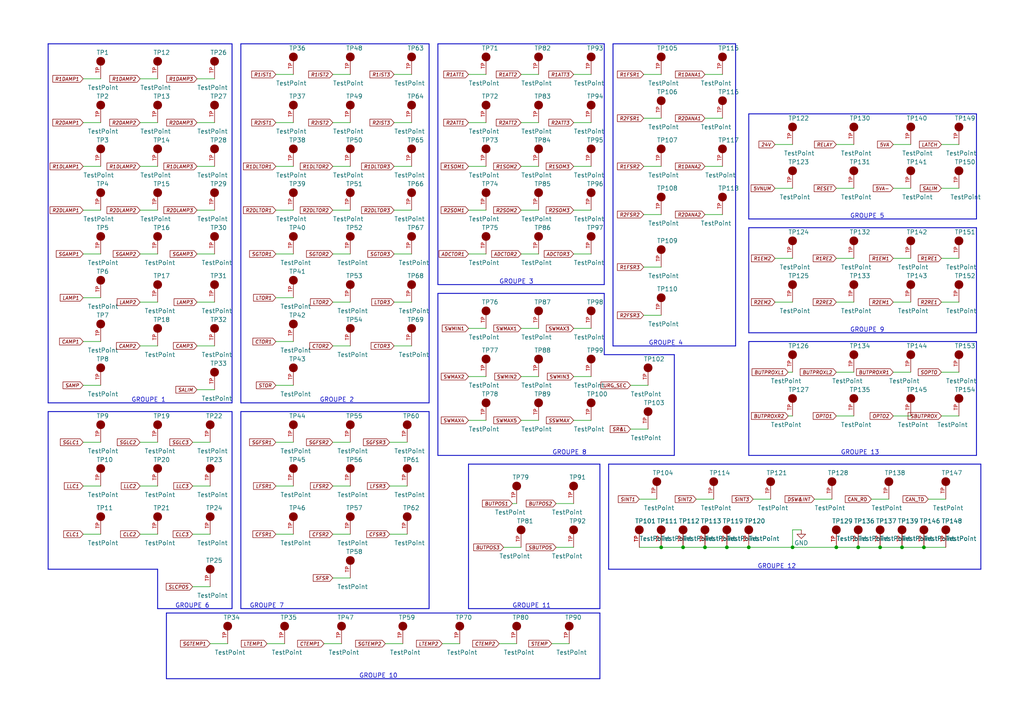
<source format=kicad_sch>
(kicad_sch (version 20211123) (generator eeschema)
  (paper "A4")
  (junction (at 198.12 158.75))
  (junction (at 217.17 158.75))
  (junction (at 210.82 158.75))
  (junction (at 191.77 158.75))
  (junction (at 242.57 158.75))
  (junction (at 267.97 158.75))
  (junction (at 255.27 158.75))
  (junction (at 229.87 158.75))
  (junction (at 261.62 158.75))
  (junction (at 248.92 158.75))
  (junction (at 204.47 158.75))
  (wire (pts (xy 151.13 48.26) (xy 156.21 48.26)))
  (wire (pts (xy 273.05 74.93) (xy 278.13 74.93)))
  (wire (pts (xy 248.92 158.75) (xy 255.27 158.75)))
  (polyline (pts (xy 195.58 12.7) (xy 213.36 12.7)) (stroke (width 0.25) (type solid)))
  (polyline (pts (xy 195.58 100.33) (xy 177.8 100.33)) (stroke (width 0.25) (type solid)))
  (polyline (pts (xy 217.17 63.5) (xy 217.17 33.02)) (stroke (width 0.25) (type solid)))
  (wire (pts (xy 229.87 158.75) (xy 242.57 158.75)))
  (wire (pts (xy 148.59 146.05) (xy 149.86 146.05)))
  (wire (pts (xy 96.52 87.63) (xy 101.6 87.63)))
  (wire (pts (xy 166.37 48.26) (xy 171.45 48.26)))
  (wire (pts (xy 80.01 99.06) (xy 85.09 99.06)))
  (wire (pts (xy 40.64 100.33) (xy 45.72 100.33)))
  (polyline (pts (xy 195.58 102.87) (xy 195.58 132.08)) (stroke (width 0.25) (type solid)))
  (wire (pts (xy 114.3 100.33) (xy 119.38 100.33)))
  (wire (pts (xy 80.01 21.59) (xy 85.09 21.59)))
  (wire (pts (xy 242.57 54.61) (xy 247.65 54.61)))
  (wire (pts (xy 242.57 74.93) (xy 247.65 74.93)))
  (wire (pts (xy 24.13 111.76) (xy 29.21 111.76)))
  (wire (pts (xy 186.69 34.29) (xy 191.77 34.29)))
  (polyline (pts (xy 195.58 132.08) (xy 127 132.08)) (stroke (width 0.25) (type solid)))
  (wire (pts (xy 232.41 153.67) (xy 229.87 153.67)))
  (polyline (pts (xy 283.21 132.08) (xy 217.17 132.08)) (stroke (width 0.25) (type solid)))
  (polyline (pts (xy 127 82.55) (xy 127 12.7)) (stroke (width 0.25) (type solid)))
  (wire (pts (xy 40.64 87.63) (xy 45.72 87.63)))
  (wire (pts (xy 135.89 21.59) (xy 140.97 21.59)))
  (wire (pts (xy 229.87 153.67) (xy 229.87 158.75)))
  (wire (pts (xy 273.05 87.63) (xy 278.13 87.63)))
  (wire (pts (xy 80.01 60.96) (xy 85.09 60.96)))
  (wire (pts (xy 24.13 140.97) (xy 29.21 140.97)))
  (wire (pts (xy 185.42 158.75) (xy 191.77 158.75)))
  (wire (pts (xy 96.52 128.27) (xy 101.6 128.27)))
  (wire (pts (xy 24.13 35.56) (xy 29.21 35.56)))
  (wire (pts (xy 80.01 111.76) (xy 85.09 111.76)))
  (wire (pts (xy 160.02 186.69) (xy 165.1 186.69)))
  (wire (pts (xy 166.37 73.66) (xy 171.45 73.66)))
  (wire (pts (xy 57.15 113.03) (xy 62.23 113.03)))
  (polyline (pts (xy 13.97 116.84) (xy 13.97 12.7)) (stroke (width 0.25) (type solid)))
  (wire (pts (xy 57.15 48.26) (xy 62.23 48.26)))
  (wire (pts (xy 57.15 60.96) (xy 62.23 60.96)))
  (polyline (pts (xy 217.17 33.02) (xy 283.21 33.02)) (stroke (width 0.25) (type solid)))
  (polyline (pts (xy 124.46 176.53) (xy 69.85 176.53)) (stroke (width 0.25) (type solid)))
  (wire (pts (xy 113.03 140.97) (xy 118.11 140.97)))
  (polyline (pts (xy 67.31 12.7) (xy 67.31 116.84)) (stroke (width 0.25) (type solid)))
  (wire (pts (xy 57.15 100.33) (xy 62.23 100.33)))
  (wire (pts (xy 252.73 144.78) (xy 257.81 144.78)))
  (wire (pts (xy 135.89 121.92) (xy 140.97 121.92)))
  (wire (pts (xy 228.6 107.95) (xy 229.87 107.95)))
  (polyline (pts (xy 176.53 134.62) (xy 284.48 134.62)) (stroke (width 0.25) (type solid)))
  (polyline (pts (xy 217.17 132.08) (xy 217.17 99.06)) (stroke (width 0.25) (type solid)))
  (polyline (pts (xy 13.97 12.7) (xy 13.97 12.7)) (stroke (width 0.25) (type solid)))
  (wire (pts (xy 224.79 54.61) (xy 229.87 54.61)))
  (wire (pts (xy 267.97 158.75) (xy 274.32 158.75)))
  (wire (pts (xy 273.05 41.91) (xy 278.13 41.91)))
  (wire (pts (xy 111.76 186.69) (xy 116.84 186.69)))
  (polyline (pts (xy 283.21 33.02) (xy 283.21 63.5)) (stroke (width 0.25) (type solid)))
  (wire (pts (xy 236.22 144.78) (xy 241.3 144.78)))
  (wire (pts (xy 24.13 60.96) (xy 29.21 60.96)))
  (wire (pts (xy 24.13 73.66) (xy 29.21 73.66)))
  (polyline (pts (xy 13.97 165.1) (xy 45.72 165.1)) (stroke (width 0.25) (type solid)))
  (wire (pts (xy 242.57 87.63) (xy 247.65 87.63)))
  (wire (pts (xy 96.52 35.56) (xy 101.6 35.56)))
  (wire (pts (xy 151.13 121.92) (xy 156.21 121.92)))
  (polyline (pts (xy 69.85 119.38) (xy 124.46 119.38)) (stroke (width 0.25) (type solid)))
  (polyline (pts (xy 13.97 119.38) (xy 67.31 119.38)) (stroke (width 0.25) (type solid)))
  (wire (pts (xy 80.01 73.66) (xy 85.09 73.66)))
  (wire (pts (xy 198.12 158.75) (xy 204.47 158.75)))
  (wire (pts (xy 80.01 140.97) (xy 85.09 140.97)))
  (wire (pts (xy 182.88 111.76) (xy 187.96 111.76)))
  (wire (pts (xy 242.57 120.65) (xy 247.65 120.65)))
  (wire (pts (xy 96.52 48.26) (xy 101.6 48.26)))
  (wire (pts (xy 114.3 35.56) (xy 119.38 35.56)))
  (wire (pts (xy 40.64 48.26) (xy 45.72 48.26)))
  (wire (pts (xy 24.13 86.36) (xy 29.21 86.36)))
  (wire (pts (xy 146.05 158.75) (xy 151.13 158.75)))
  (wire (pts (xy 166.37 95.25) (xy 171.45 95.25)))
  (wire (pts (xy 186.69 91.44) (xy 191.77 91.44)))
  (wire (pts (xy 217.17 158.75) (xy 229.87 158.75)))
  (wire (pts (xy 96.52 73.66) (xy 101.6 73.66)))
  (polyline (pts (xy 69.85 176.53) (xy 69.85 119.38)) (stroke (width 0.25) (type solid)))
  (polyline (pts (xy 45.72 165.1) (xy 45.72 176.53)) (stroke (width 0.25) (type solid)))
  (wire (pts (xy 210.82 158.75) (xy 217.17 158.75)))
  (polyline (pts (xy 48.26 196.85) (xy 48.26 177.8)) (stroke (width 0.25) (type solid)))
  (wire (pts (xy 224.79 87.63) (xy 229.87 87.63)))
  (polyline (pts (xy 283.21 99.06) (xy 283.21 132.08)) (stroke (width 0.25) (type solid)))
  (polyline (pts (xy 175.26 85.09) (xy 175.26 102.87)) (stroke (width 0.25) (type solid)))
  (wire (pts (xy 166.37 21.59) (xy 171.45 21.59)))
  (polyline (pts (xy 177.8 100.33) (xy 177.8 12.7)) (stroke (width 0.25) (type solid)))
  (wire (pts (xy 186.69 21.59) (xy 191.77 21.59)))
  (wire (pts (xy 166.37 121.92) (xy 171.45 121.92)))
  (wire (pts (xy 259.08 120.65) (xy 264.16 120.65)))
  (wire (pts (xy 228.6 120.65) (xy 229.87 120.65)))
  (wire (pts (xy 186.69 62.23) (xy 191.77 62.23)))
  (polyline (pts (xy 283.21 96.52) (xy 217.17 96.52)) (stroke (width 0.25) (type solid)))
  (wire (pts (xy 57.15 87.63) (xy 62.23 87.63)))
  (wire (pts (xy 40.64 35.56) (xy 45.72 35.56)))
  (polyline (pts (xy 173.99 196.85) (xy 48.26 196.85)) (stroke (width 0.25) (type solid)))
  (polyline (pts (xy 217.17 66.04) (xy 283.21 66.04)) (stroke (width 0.25) (type solid)))
  (wire (pts (xy 96.52 100.33) (xy 101.6 100.33)))
  (wire (pts (xy 135.89 60.96) (xy 140.97 60.96)))
  (polyline (pts (xy 127 85.09) (xy 127 132.08)) (stroke (width 0.25) (type solid)))
  (wire (pts (xy 55.88 170.18) (xy 60.96 170.18)))
  (wire (pts (xy 151.13 109.22) (xy 156.21 109.22)))
  (wire (pts (xy 259.08 54.61) (xy 264.16 54.61)))
  (wire (pts (xy 114.3 87.63) (xy 119.38 87.63)))
  (wire (pts (xy 204.47 158.75) (xy 210.82 158.75)))
  (wire (pts (xy 218.44 144.78) (xy 223.52 144.78)))
  (wire (pts (xy 151.13 95.25) (xy 156.21 95.25)))
  (polyline (pts (xy 67.31 119.38) (xy 67.31 176.53)) (stroke (width 0.25) (type solid)))
  (wire (pts (xy 80.01 128.27) (xy 85.09 128.27)))
  (wire (pts (xy 24.13 128.27) (xy 29.21 128.27)))
  (wire (pts (xy 96.52 154.94) (xy 101.6 154.94)))
  (wire (pts (xy 273.05 107.95) (xy 278.13 107.95)))
  (wire (pts (xy 24.13 99.06) (xy 29.21 99.06)))
  (polyline (pts (xy 13.97 12.7) (xy 67.31 12.7)) (stroke (width 0.25) (type solid)))
  (wire (pts (xy 57.15 73.66) (xy 62.23 73.66)))
  (wire (pts (xy 201.93 144.78) (xy 207.01 144.78)))
  (wire (pts (xy 269.24 144.78) (xy 274.32 144.78)))
  (wire (pts (xy 144.78 186.69) (xy 149.86 186.69)))
  (polyline (pts (xy 45.72 176.53) (xy 67.31 176.53)) (stroke (width 0.25) (type solid)))
  (polyline (pts (xy 175.26 82.55) (xy 127 82.55)) (stroke (width 0.25) (type solid)))
  (polyline (pts (xy 283.21 66.04) (xy 283.21 96.52)) (stroke (width 0.25) (type solid)))
  (wire (pts (xy 204.47 62.23) (xy 209.55 62.23)))
  (polyline (pts (xy 48.26 177.8) (xy 173.99 177.8)) (stroke (width 0.25) (type solid)))
  (wire (pts (xy 224.79 74.93) (xy 229.87 74.93)))
  (polyline (pts (xy 135.89 134.62) (xy 173.99 134.62)) (stroke (width 0.25) (type solid)))
  (wire (pts (xy 151.13 21.59) (xy 156.21 21.59)))
  (wire (pts (xy 40.64 22.86) (xy 45.72 22.86)))
  (wire (pts (xy 80.01 154.94) (xy 85.09 154.94)))
  (wire (pts (xy 135.89 109.22) (xy 140.97 109.22)))
  (polyline (pts (xy 283.21 63.5) (xy 217.17 63.5)) (stroke (width 0.25) (type solid)))
  (wire (pts (xy 273.05 120.65) (xy 278.13 120.65)))
  (wire (pts (xy 259.08 87.63) (xy 264.16 87.63)))
  (wire (pts (xy 224.79 41.91) (xy 229.87 41.91)))
  (wire (pts (xy 80.01 48.26) (xy 85.09 48.26)))
  (wire (pts (xy 40.64 60.96) (xy 45.72 60.96)))
  (polyline (pts (xy 127 85.09) (xy 175.26 85.09)) (stroke (width 0.25) (type solid)))
  (polyline (pts (xy 173.99 134.62) (xy 173.99 176.53)) (stroke (width 0.25) (type solid)))
  (wire (pts (xy 161.29 146.05) (xy 166.37 146.05)))
  (polyline (pts (xy 175.26 12.7) (xy 175.26 82.55)) (stroke (width 0.25) (type solid)))
  (wire (pts (xy 55.88 128.27) (xy 60.96 128.27)))
  (wire (pts (xy 24.13 48.26) (xy 29.21 48.26)))
  (wire (pts (xy 128.27 186.69) (xy 133.35 186.69)))
  (wire (pts (xy 24.13 154.94) (xy 29.21 154.94)))
  (wire (pts (xy 151.13 60.96) (xy 156.21 60.96)))
  (polyline (pts (xy 127 12.7) (xy 175.26 12.7)) (stroke (width 0.25) (type solid)))
  (polyline (pts (xy 67.31 116.84) (xy 13.97 116.84)) (stroke (width 0.25) (type solid)))
  (wire (pts (xy 166.37 35.56) (xy 171.45 35.56)))
  (wire (pts (xy 182.88 124.46) (xy 187.96 124.46)))
  (wire (pts (xy 204.47 48.26) (xy 209.55 48.26)))
  (wire (pts (xy 191.77 158.75) (xy 198.12 158.75)))
  (wire (pts (xy 113.03 128.27) (xy 118.11 128.27)))
  (wire (pts (xy 40.64 128.27) (xy 45.72 128.27)))
  (wire (pts (xy 96.52 60.96) (xy 101.6 60.96)))
  (wire (pts (xy 40.64 73.66) (xy 45.72 73.66)))
  (wire (pts (xy 114.3 60.96) (xy 119.38 60.96)))
  (polyline (pts (xy 124.46 119.38) (xy 124.46 176.53)) (stroke (width 0.25) (type solid)))
  (wire (pts (xy 255.27 158.75) (xy 261.62 158.75)))
  (wire (pts (xy 186.69 48.26) (xy 191.77 48.26)))
  (wire (pts (xy 60.96 186.69) (xy 66.04 186.69)))
  (wire (pts (xy 151.13 73.66) (xy 156.21 73.66)))
  (polyline (pts (xy 177.8 12.7) (xy 195.58 12.7)) (stroke (width 0.25) (type solid)))
  (polyline (pts (xy 213.36 12.7) (xy 213.36 100.33)) (stroke (width 0.25) (type solid)))
  (wire (pts (xy 166.37 109.22) (xy 171.45 109.22)))
  (wire (pts (xy 57.15 35.56) (xy 62.23 35.56)))
  (polyline (pts (xy 69.85 116.84) (xy 69.85 12.7)) (stroke (width 0.25) (type solid)))
  (polyline (pts (xy 69.85 12.7) (xy 124.46 12.7)) (stroke (width 0.25) (type solid)))
  (polyline (pts (xy 217.17 99.06) (xy 283.21 99.06)) (stroke (width 0.25) (type solid)))
  (wire (pts (xy 40.64 154.94) (xy 45.72 154.94)))
  (polyline (pts (xy 213.36 100.33) (xy 195.58 100.33)) (stroke (width 0.25) (type solid)))
  (wire (pts (xy 242.57 41.91) (xy 247.65 41.91)))
  (wire (pts (xy 114.3 21.59) (xy 119.38 21.59)))
  (polyline (pts (xy 124.46 116.84) (xy 69.85 116.84)) (stroke (width 0.25) (type solid)))
  (wire (pts (xy 259.08 41.91) (xy 264.16 41.91)))
  (wire (pts (xy 259.08 74.93) (xy 264.16 74.93)))
  (wire (pts (xy 55.88 140.97) (xy 60.96 140.97)))
  (wire (pts (xy 204.47 34.29) (xy 209.55 34.29)))
  (wire (pts (xy 259.08 107.95) (xy 264.16 107.95)))
  (wire (pts (xy 80.01 35.56) (xy 85.09 35.56)))
  (wire (pts (xy 77.47 186.69) (xy 82.55 186.69)))
  (polyline (pts (xy 124.46 12.7) (xy 124.46 116.84)) (stroke (width 0.25) (type solid)))
  (wire (pts (xy 55.88 154.94) (xy 60.96 154.94)))
  (wire (pts (xy 204.47 21.59) (xy 209.55 21.59)))
  (wire (pts (xy 80.01 86.36) (xy 85.09 86.36)))
  (wire (pts (xy 151.13 35.56) (xy 156.21 35.56)))
  (polyline (pts (xy 135.89 176.53) (xy 135.89 134.62)) (stroke (width 0.25) (type solid)))
  (wire (pts (xy 57.15 22.86) (xy 62.23 22.86)))
  (wire (pts (xy 96.52 21.59) (xy 101.6 21.59)))
  (wire (pts (xy 186.69 77.47) (xy 191.77 77.47)))
  (wire (pts (xy 114.3 48.26) (xy 119.38 48.26)))
  (polyline (pts (xy 217.17 96.52) (xy 217.17 66.04)) (stroke (width 0.25) (type solid)))
  (wire (pts (xy 96.52 167.64) (xy 101.6 167.64)))
  (wire (pts (xy 113.03 154.94) (xy 118.11 154.94)))
  (wire (pts (xy 40.64 140.97) (xy 45.72 140.97)))
  (wire (pts (xy 185.42 144.78) (xy 190.5 144.78)))
  (polyline (pts (xy 284.48 165.1) (xy 176.53 165.1)) (stroke (width 0.25) (type solid)))
  (polyline (pts (xy 175.26 102.87) (xy 195.58 102.87)) (stroke (width 0.25) (type solid)))
  (polyline (pts (xy 176.53 165.1) (xy 176.53 134.62)) (stroke (width 0.25) (type solid)))
  (polyline (pts (xy 284.48 134.62) (xy 284.48 165.1)) (stroke (width 0.25) (type solid)))
  (wire (pts (xy 135.89 35.56) (xy 140.97 35.56)))
  (wire (pts (xy 96.52 140.97) (xy 101.6 140.97)))
  (wire (pts (xy 261.62 158.75) (xy 267.97 158.75)))
  (polyline (pts (xy 13.97 119.38) (xy 13.97 165.1)) (stroke (width 0.25) (type solid)))
  (wire (pts (xy 242.57 107.95) (xy 247.65 107.95)))
  (wire (pts (xy 135.89 48.26) (xy 140.97 48.26)))
  (wire (pts (xy 93.98 186.69) (xy 99.06 186.69)))
  (wire (pts (xy 166.37 60.96) (xy 171.45 60.96)))
  (wire (pts (xy 114.3 73.66) (xy 119.38 73.66)))
  (wire (pts (xy 135.89 73.66) (xy 140.97 73.66)))
  (polyline (pts (xy 173.99 177.8) (xy 173.99 196.85)) (stroke (width 0.25) (type solid)))
  (wire (pts (xy 242.57 158.75) (xy 248.92 158.75)))
  (wire (pts (xy 135.89 95.25) (xy 140.97 95.25)))
  (wire (pts (xy 273.05 54.61) (xy 278.13 54.61)))
  (wire (pts (xy 161.29 158.75) (xy 166.37 158.75)))
  (polyline (pts (xy 173.99 176.53) (xy 135.89 176.53)) (stroke (width 0.25) (type solid)))
  (wire (pts (xy 24.13 22.86) (xy 29.21 22.86)))
  (text "GROUPE 1" (at 38.1 116.84 0) (effects (font (size 1.27 1.27)) (justify left bottom)))
  (text "GROUPE 9" (at 256.54 96.52 180) (effects (font (size 1.27 1.27)) (justify right bottom)))
  (text "GROUPE 6" (at 50.8 176.53 0) (effects (font (size 1.27 1.27)) (justify left bottom)))
  (text "GROUPE 8" (at 170.18 132.08 180) (effects (font (size 1.27 1.27)) (justify right bottom)))
  (text "GROUPE 12" (at 219.71 165.1 0) (effects (font (size 1.27 1.27)) (justify left bottom)))
  (text "GROUPE 7" (at 72.39 176.53 0) (effects (font (size 1.27 1.27)) (justify left bottom)))
  (text "GROUPE 5" (at 256.54 63.5 180) (effects (font (size 1.27 1.27)) (justify right bottom)))
  (text "GROUPE 4" (at 198.12 100.33 180) (effects (font (size 1.27 1.27)) (justify right bottom)))
  (text "GROUPE 13" (at 243.84 132.08 0) (effects (font (size 1.27 1.27)) (justify left bottom)))
  (text "GROUPE 11" (at 148.59 176.53 0) (effects (font (size 1.27 1.27)) (justify left bottom)))
  (text "GROUPE 3" (at 144.78 82.55 0) (effects (font (size 1.27 1.27)) (justify left bottom)))
  (text "GROUPE 10" (at 104.14 196.85 0) (effects (font (size 1.27 1.27)) (justify left bottom)))
  (text "GROUPE 2" (at 92.71 116.84 0) (effects (font (size 1.27 1.27)) (justify left bottom)))
  (global_label "R2DLAMP1" (shape input) (at 24.13 60.96 180) (effects (font (size 1 1) italic)) (property "Intersheet References" "${INTERSHEET_REFS}" (effects hide)))
  (global_label "SSWMAX" (shape input) (at 166.37 121.92 180) (effects (font (size 1 1) italic)) (property "Intersheet References" "${INTERSHEET_REFS}" (effects hide)))
  (global_label "SGAMP3" (shape input) (at 57.15 73.66 180) (effects (font (size 1 1) italic)) (property "Intersheet References" "${INTERSHEET_REFS}" (effects hide)))
  (global_label "R1DAMP2" (shape input) (at 40.64 22.86 180) (effects (font (size 1 1) italic)) (property "Intersheet References" "${INTERSHEET_REFS}" (effects hide)))
  (global_label "R1FSR3" (shape input) (at 186.69 77.47 180) (effects (font (size 1 1) italic)) (property "Intersheet References" "${INTERSHEET_REFS}" (effects hide)))
  (global_label "LATCH" (shape input) (at 273.05 41.91 180) (effects (font (size 1 1) italic)) (property "Intersheet References" "${INTERSHEET_REFS}" (effects hide)))
  (global_label "R1DANA1" (shape input) (at 204.47 21.59 180) (effects (font (size 1 1) italic)) (property "Intersheet References" "${INTERSHEET_REFS}" (effects hide)))
  (global_label "LTOR3" (shape input) (at 114.3 87.63 180) (effects (font (size 1 1) italic)) (property "Intersheet References" "${INTERSHEET_REFS}" (effects hide)))
  (global_label "R1DLAMP2" (shape input) (at 40.64 48.26 180) (effects (font (size 1 1) italic)) (property "Intersheet References" "${INTERSHEET_REFS}" (effects hide)))
  (global_label "CTOR1" (shape input) (at 80.01 99.06 180) (effects (font (size 1 1) italic)) (property "Intersheet References" "${INTERSHEET_REFS}" (effects hide)))
  (global_label "SR&L" (shape input) (at 182.88 124.46 180) (effects (font (size 1 1) italic)) (property "Intersheet References" "${INTERSHEET_REFS}" (effects hide)))
  (global_label "OPTO2" (shape input) (at 259.08 120.65 180) (effects (font (size 1 1) italic)) (property "Intersheet References" "${INTERSHEET_REFS}" (effects hide)))
  (global_label "R2DLTOR1" (shape input) (at 80.01 60.96 180) (effects (font (size 1 1) italic)) (property "Intersheet References" "${INTERSHEET_REFS}" (effects hide)))
  (global_label "CTOR2" (shape input) (at 96.52 100.33 180) (effects (font (size 1 1) italic)) (property "Intersheet References" "${INTERSHEET_REFS}" (effects hide)))
  (global_label "STOR" (shape input) (at 80.01 111.76 180) (effects (font (size 1 1) italic)) (property "Intersheet References" "${INTERSHEET_REFS}" (effects hide)))
  (global_label "SGTOR1" (shape input) (at 80.01 73.66 180) (effects (font (size 1 1) italic)) (property "Intersheet References" "${INTERSHEET_REFS}" (effects hide)))
  (global_label "LAMP3" (shape input) (at 57.15 87.63 180) (effects (font (size 1 1) italic)) (property "Intersheet References" "${INTERSHEET_REFS}" (effects hide)))
  (global_label "SLCPOS" (shape input) (at 55.88 170.18 180) (effects (font (size 1 1) italic)) (property "Intersheet References" "${INTERSHEET_REFS}" (effects hide)))
  (global_label "R2ATT2" (shape input) (at 151.13 35.56 180) (effects (font (size 1 1) italic)) (property "Intersheet References" "${INTERSHEET_REFS}" (effects hide)))
  (global_label "R2DLTOR3" (shape input) (at 114.3 60.96 180) (effects (font (size 1 1) italic)) (property "Intersheet References" "${INTERSHEET_REFS}" (effects hide)))
  (global_label "SOPTO" (shape input) (at 273.05 107.95 180) (effects (font (size 1 1) italic)) (property "Intersheet References" "${INTERSHEET_REFS}" (effects hide)))
  (global_label "SGAMP1" (shape input) (at 24.13 73.66 180) (effects (font (size 1 1) italic)) (property "Intersheet References" "${INTERSHEET_REFS}" (effects hide)))
  (global_label "CAN_RD" (shape input) (at 252.73 144.78 180) (effects (font (size 1 1))) (property "Intersheet References" "${INTERSHEET_REFS}" (effects hide)))
  (global_label "R1ATT2" (shape input) (at 151.13 21.59 180) (effects (font (size 1 1) italic)) (property "Intersheet References" "${INTERSHEET_REFS}" (effects hide)))
  (global_label "URG_SEC" (shape input) (at 182.88 111.76 180) (effects (font (size 1 1))) (property "Intersheet References" "${INTERSHEET_REFS}" (effects hide)))
  (global_label "LFSR3" (shape input) (at 113.03 140.97 180) (effects (font (size 1 1) italic)) (property "Intersheet References" "${INTERSHEET_REFS}" (effects hide)))
  (global_label "SGTOR2" (shape input) (at 96.52 73.66 180) (effects (font (size 1 1) italic)) (property "Intersheet References" "${INTERSHEET_REFS}" (effects hide)))
  (global_label "LAMP1" (shape input) (at 24.13 86.36 180) (effects (font (size 1 1) italic)) (property "Intersheet References" "${INTERSHEET_REFS}" (effects hide)))
  (global_label "LTOR1" (shape input) (at 80.01 86.36 180) (effects (font (size 1 1) italic)) (property "Intersheet References" "${INTERSHEET_REFS}" (effects hide)))
  (global_label "R2IST3" (shape input) (at 114.3 35.56 180) (effects (font (size 1 1) italic)) (property "Intersheet References" "${INTERSHEET_REFS}" (effects hide)))
  (global_label "R1SOM2" (shape input) (at 151.13 48.26 180) (effects (font (size 1 1) italic)) (property "Intersheet References" "${INTERSHEET_REFS}" (effects hide)))
  (global_label "SWMAX4" (shape input) (at 135.89 121.92 180) (effects (font (size 1 1))) (property "Intersheet References" "${INTERSHEET_REFS}" (effects hide)))
  (global_label "R1EM1" (shape input) (at 259.08 74.93 180) (effects (font (size 1 1) italic)) (property "Intersheet References" "${INTERSHEET_REFS}" (effects hide)))
  (global_label "SBUTPROX" (shape input) (at 273.05 120.65 180) (effects (font (size 1 1) italic)) (property "Intersheet References" "${INTERSHEET_REFS}" (effects hide)))
  (global_label "RELAY" (shape input) (at 242.57 41.91 180) (effects (font (size 1 1) italic)) (property "Intersheet References" "${INTERSHEET_REFS}" (effects hide)))
  (global_label "BUTPROXL2" (shape input) (at 242.57 107.95 180) (effects (font (size 1 1) italic)) (property "Intersheet References" "${INTERSHEET_REFS}" (effects hide)))
  (global_label "SWMAX2" (shape input) (at 135.89 109.22 180) (effects (font (size 1 1))) (property "Intersheet References" "${INTERSHEET_REFS}" (effects hide)))
  (global_label "SWMIN3" (shape input) (at 166.37 109.22 180) (effects (font (size 1 1))) (property "Intersheet References" "${INTERSHEET_REFS}" (effects hide)))
  (global_label "SWMIN2" (shape input) (at 151.13 109.22 180) (effects (font (size 1 1))) (property "Intersheet References" "${INTERSHEET_REFS}" (effects hide)))
  (global_label "LTEMP2" (shape input) (at 128.27 186.69 180) (effects (font (size 1 1) italic)) (property "Intersheet References" "${INTERSHEET_REFS}" (effects hide)))
  (global_label "SGTEMP2" (shape input) (at 111.76 186.69 180) (effects (font (size 1 1) italic)) (property "Intersheet References" "${INTERSHEET_REFS}" (effects hide)))
  (global_label "R1FSR2" (shape input) (at 186.69 48.26 180) (effects (font (size 1 1) italic)) (property "Intersheet References" "${INTERSHEET_REFS}" (effects hide)))
  (global_label "LFSR1" (shape input) (at 80.01 140.97 180) (effects (font (size 1 1) italic)) (property "Intersheet References" "${INTERSHEET_REFS}" (effects hide)))
  (global_label "R1IST3" (shape input) (at 114.3 21.59 180) (effects (font (size 1 1) italic)) (property "Intersheet References" "${INTERSHEET_REFS}" (effects hide)))
  (global_label "LLC2" (shape input) (at 40.64 140.97 180) (effects (font (size 1 1) italic)) (property "Intersheet References" "${INTERSHEET_REFS}" (effects hide)))
  (global_label "R2DAMP2" (shape input) (at 40.64 35.56 180) (effects (font (size 1 1) italic)) (property "Intersheet References" "${INTERSHEET_REFS}" (effects hide)))
  (global_label "CAMP3" (shape input) (at 57.15 100.33 180) (effects (font (size 1 1) italic)) (property "Intersheet References" "${INTERSHEET_REFS}" (effects hide)))
  (global_label "SGFSR3" (shape input) (at 113.03 128.27 180) (effects (font (size 1 1) italic)) (property "Intersheet References" "${INTERSHEET_REFS}" (effects hide)))
  (global_label "R1FSR1" (shape input) (at 186.69 21.59 180) (effects (font (size 1 1) italic)) (property "Intersheet References" "${INTERSHEET_REFS}" (effects hide)))
  (global_label "R1DANA2" (shape input) (at 204.47 48.26 180) (effects (font (size 1 1) italic)) (property "Intersheet References" "${INTERSHEET_REFS}" (effects hide)))
  (global_label "CLC3" (shape input) (at 55.88 154.94 180) (effects (font (size 1 1) italic)) (property "Intersheet References" "${INTERSHEET_REFS}" (effects hide)))
  (global_label "R2EM2" (shape input) (at 224.79 87.63 180) (effects (font (size 1 1) italic)) (property "Intersheet References" "${INTERSHEET_REFS}" (effects hide)))
  (global_label "RESET" (shape input) (at 242.57 54.61 180) (effects (font (size 1 1) italic)) (property "Intersheet References" "${INTERSHEET_REFS}" (effects hide)))
  (global_label "R2SOM1" (shape input) (at 135.89 60.96 180) (effects (font (size 1 1) italic)) (property "Intersheet References" "${INTERSHEET_REFS}" (effects hide)))
  (global_label "ADCTOR2" (shape input) (at 151.13 73.66 180) (effects (font (size 1 1) italic)) (property "Intersheet References" "${INTERSHEET_REFS}" (effects hide)))
  (global_label "BUTPOS1" (shape input) (at 148.59 146.05 180) (effects (font (size 1 1) italic)) (property "Intersheet References" "${INTERSHEET_REFS}" (effects hide)))
  (global_label "DSW&INT" (shape input) (at 236.22 144.78 180) (effects (font (size 1 1) italic)) (property "Intersheet References" "${INTERSHEET_REFS}" (effects hide)))
  (global_label "SWMAX1" (shape input) (at 151.13 95.25 180) (effects (font (size 1 1))) (property "Intersheet References" "${INTERSHEET_REFS}" (effects hide)))
  (global_label "CAMP2" (shape input) (at 40.64 100.33 180) (effects (font (size 1 1) italic)) (property "Intersheet References" "${INTERSHEET_REFS}" (effects hide)))
  (global_label "R2SOM3" (shape input) (at 166.37 60.96 180) (effects (font (size 1 1) italic)) (property "Intersheet References" "${INTERSHEET_REFS}" (effects hide)))
  (global_label "SGAMP2" (shape input) (at 40.64 73.66 180) (effects (font (size 1 1) italic)) (property "Intersheet References" "${INTERSHEET_REFS}" (effects hide)))
  (global_label "R2RE1" (shape input) (at 273.05 87.63 180) (effects (font (size 1 1) italic)) (property "Intersheet References" "${INTERSHEET_REFS}" (effects hide)))
  (global_label "R1DLAMP3" (shape input) (at 57.15 48.26 180) (effects (font (size 1 1) italic)) (property "Intersheet References" "${INTERSHEET_REFS}" (effects hide)))
  (global_label "OPTO1" (shape input) (at 242.57 120.65 180) (effects (font (size 1 1) italic)) (property "Intersheet References" "${INTERSHEET_REFS}" (effects hide)))
  (global_label "R2FSR2" (shape input) (at 186.69 62.23 180) (effects (font (size 1 1) italic)) (property "Intersheet References" "${INTERSHEET_REFS}" (effects hide)))
  (global_label "CAMP1" (shape input) (at 24.13 99.06 180) (effects (font (size 1 1) italic)) (property "Intersheet References" "${INTERSHEET_REFS}" (effects hide)))
  (global_label "R2IST1" (shape input) (at 80.01 35.56 180) (effects (font (size 1 1) italic)) (property "Intersheet References" "${INTERSHEET_REFS}" (effects hide)))
  (global_label "R2DLAMP2" (shape input) (at 40.64 60.96 180) (effects (font (size 1 1) italic)) (property "Intersheet References" "${INTERSHEET_REFS}" (effects hide)))
  (global_label "R2FSR1" (shape input) (at 186.69 34.29 180) (effects (font (size 1 1) italic)) (property "Intersheet References" "${INTERSHEET_REFS}" (effects hide)))
  (global_label "BUTPROXR1" (shape input) (at 259.08 107.95 180) (effects (font (size 1 1) italic)) (property "Intersheet References" "${INTERSHEET_REFS}" (effects hide)))
  (global_label "ADCTOR1" (shape input) (at 135.89 73.66 180) (effects (font (size 1 1) italic)) (property "Intersheet References" "${INTERSHEET_REFS}" (effects hide)))
  (global_label "5VA-" (shape input) (at 259.08 54.61 180) (effects (font (size 1 1) italic)) (property "Intersheet References" "${INTERSHEET_REFS}" (effects hide)))
  (global_label "24V" (shape input) (at 224.79 41.91 180) (effects (font (size 1 1) italic)) (property "Intersheet References" "${INTERSHEET_REFS}" (effects hide)))
  (global_label "BUTPROXR2" (shape input) (at 228.6 120.65 180) (effects (font (size 1 1) italic)) (property "Intersheet References" "${INTERSHEET_REFS}" (effects hide)))
  (global_label "R2DLTOR2" (shape input) (at 96.52 60.96 180) (effects (font (size 1 1) italic)) (property "Intersheet References" "${INTERSHEET_REFS}" (effects hide)))
  (global_label "BUTPOS2" (shape input) (at 161.29 146.05 180) (effects (font (size 1 1) italic)) (property "Intersheet References" "${INTERSHEET_REFS}" (effects hide)))
  (global_label "SGFSR2" (shape input) (at 96.52 128.27 180) (effects (font (size 1 1) italic)) (property "Intersheet References" "${INTERSHEET_REFS}" (effects hide)))
  (global_label "R1DAMP1" (shape input) (at 24.13 22.86 180) (effects (font (size 1 1) italic)) (property "Intersheet References" "${INTERSHEET_REFS}" (effects hide)))
  (global_label "R2DANA1" (shape input) (at 204.47 34.29 180) (effects (font (size 1 1) italic)) (property "Intersheet References" "${INTERSHEET_REFS}" (effects hide)))
  (global_label "LFSR2" (shape input) (at 96.52 140.97 180) (effects (font (size 1 1) italic)) (property "Intersheet References" "${INTERSHEET_REFS}" (effects hide)))
  (global_label "CLC2" (shape input) (at 40.64 154.94 180) (effects (font (size 1 1) italic)) (property "Intersheet References" "${INTERSHEET_REFS}" (effects hide)))
  (global_label "R2DLAMP3" (shape input) (at 57.15 60.96 180) (effects (font (size 1 1) italic)) (property "Intersheet References" "${INTERSHEET_REFS}" (effects hide)))
  (global_label "R1DLTOR1" (shape input) (at 80.01 48.26 180) (effects (font (size 1 1) italic)) (property "Intersheet References" "${INTERSHEET_REFS}" (effects hide)))
  (global_label "CFSR3" (shape input) (at 113.03 154.94 180) (effects (font (size 1 1) italic)) (property "Intersheet References" "${INTERSHEET_REFS}" (effects hide)))
  (global_label "CFSR2" (shape input) (at 96.52 154.94 180) (effects (font (size 1 1) italic)) (property "Intersheet References" "${INTERSHEET_REFS}" (effects hide)))
  (global_label "SWMAX3" (shape input) (at 166.37 95.25 180) (effects (font (size 1 1))) (property "Intersheet References" "${INTERSHEET_REFS}" (effects hide)))
  (global_label "CTOR3" (shape input) (at 114.3 100.33 180) (effects (font (size 1 1) italic)) (property "Intersheet References" "${INTERSHEET_REFS}" (effects hide)))
  (global_label "SGLC3" (shape input) (at 55.88 128.27 180) (effects (font (size 1 1) italic)) (property "Intersheet References" "${INTERSHEET_REFS}" (effects hide)))
  (global_label "R2SOM2" (shape input) (at 151.13 60.96 180) (effects (font (size 1 1) italic)) (property "Intersheet References" "${INTERSHEET_REFS}" (effects hide)))
  (global_label "R2IST2" (shape input) (at 96.52 35.56 180) (effects (font (size 1 1) italic)) (property "Intersheet References" "${INTERSHEET_REFS}" (effects hide)))
  (global_label "R2RE2" (shape input) (at 242.57 87.63 180) (effects (font (size 1 1) italic)) (property "Intersheet References" "${INTERSHEET_REFS}" (effects hide)))
  (global_label "SGTOR3" (shape input) (at 114.3 73.66 180) (effects (font (size 1 1) italic)) (property "Intersheet References" "${INTERSHEET_REFS}" (effects hide)))
  (global_label "BUTPOS3" (shape input) (at 146.05 158.75 180) (effects (font (size 1 1) italic)) (property "Intersheet References" "${INTERSHEET_REFS}" (effects hide)))
  (global_label "SGLC2" (shape input) (at 40.64 128.27 180) (effects (font (size 1 1) italic)) (property "Intersheet References" "${INTERSHEET_REFS}" (effects hide)))
  (global_label "CTEMP2" (shape input) (at 144.78 186.69 180) (effects (font (size 1 1) italic)) (property "Intersheet References" "${INTERSHEET_REFS}" (effects hide)))
  (global_label "SGFSR1" (shape input) (at 80.01 128.27 180) (effects (font (size 1 1) italic)) (property "Intersheet References" "${INTERSHEET_REFS}" (effects hide)))
  (global_label "R2ATT1" (shape input) (at 135.89 35.56 180) (effects (font (size 1 1) italic)) (property "Intersheet References" "${INTERSHEET_REFS}" (effects hide)))
  (global_label "CLC1" (shape input) (at 24.13 154.94 180) (effects (font (size 1 1) italic)) (property "Intersheet References" "${INTERSHEET_REFS}" (effects hide)))
  (global_label "R2FSR3" (shape input) (at 186.69 91.44 180) (effects (font (size 1 1) italic)) (property "Intersheet References" "${INTERSHEET_REFS}" (effects hide)))
  (global_label "SALIM" (shape input) (at 57.15 113.03 180) (effects (font (size 1 1) italic)) (property "Intersheet References" "${INTERSHEET_REFS}" (effects hide)))
  (global_label "SBUTPOS" (shape input) (at 161.29 158.75 180) (effects (font (size 1 1) italic)) (property "Intersheet References" "${INTERSHEET_REFS}" (effects hide)))
  (global_label "LTEMP1" (shape input) (at 77.47 186.69 180) (effects (font (size 1 1) italic)) (property "Intersheet References" "${INTERSHEET_REFS}" (effects hide)))
  (global_label "R2DAMP1" (shape input) (at 24.13 35.56 180) (effects (font (size 1 1) italic)) (property "Intersheet References" "${INTERSHEET_REFS}" (effects hide)))
  (global_label "ADCTOR3" (shape input) (at 166.37 73.66 180) (effects (font (size 1 1) italic)) (property "Intersheet References" "${INTERSHEET_REFS}" (effects hide)))
  (global_label "LLC3" (shape input) (at 55.88 140.97 180) (effects (font (size 1 1) italic)) (property "Intersheet References" "${INTERSHEET_REFS}" (effects hide)))
  (global_label "5VA" (shape input) (at 259.08 41.91 180) (effects (font (size 1 1) italic)) (property "Intersheet References" "${INTERSHEET_REFS}" (effects hide)))
  (global_label "BUTPROXL1" (shape input) (at 228.6 107.95 180) (effects (font (size 1 1) italic)) (property "Intersheet References" "${INTERSHEET_REFS}" (effects hide)))
  (global_label "R1DLTOR3" (shape input) (at 114.3 48.26 180) (effects (font (size 1 1) italic)) (property "Intersheet References" "${INTERSHEET_REFS}" (effects hide)))
  (global_label "R2EM1" (shape input) (at 259.08 87.63 180) (effects (font (size 1 1) italic)) (property "Intersheet References" "${INTERSHEET_REFS}" (effects hide)))
  (global_label "LLC1" (shape input) (at 24.13 140.97 180) (effects (font (size 1 1) italic)) (property "Intersheet References" "${INTERSHEET_REFS}" (effects hide)))
  (global_label "R1SOM3" (shape input) (at 166.37 48.26 180) (effects (font (size 1 1) italic)) (property "Intersheet References" "${INTERSHEET_REFS}" (effects hide)))
  (global_label "SGTEMP1" (shape input) (at 60.96 186.69 180) (effects (font (size 1 1) italic)) (property "Intersheet References" "${INTERSHEET_REFS}" (effects hide)))
  (global_label "STEMP" (shape input) (at 160.02 186.69 180) (effects (font (size 1 1) italic)) (property "Intersheet References" "${INTERSHEET_REFS}" (effects hide)))
  (global_label "LAMP2" (shape input) (at 40.64 87.63 180) (effects (font (size 1 1) italic)) (property "Intersheet References" "${INTERSHEET_REFS}" (effects hide)))
  (global_label "R1IST1" (shape input) (at 80.01 21.59 180) (effects (font (size 1 1) italic)) (property "Intersheet References" "${INTERSHEET_REFS}" (effects hide)))
  (global_label "SGLC1" (shape input) (at 24.13 128.27 180) (effects (font (size 1 1) italic)) (property "Intersheet References" "${INTERSHEET_REFS}" (effects hide)))
  (global_label "SAMP" (shape input) (at 24.13 111.76 180) (effects (font (size 1 1) italic)) (property "Intersheet References" "${INTERSHEET_REFS}" (effects hide)))
  (global_label "SWMAX5" (shape input) (at 151.13 121.92 180) (effects (font (size 1 1))) (property "Intersheet References" "${INTERSHEET_REFS}" (effects hide)))
  (global_label "5VNUM" (shape input) (at 224.79 54.61 180) (effects (font (size 1 1) italic)) (property "Intersheet References" "${INTERSHEET_REFS}" (effects hide)))
  (global_label "SINT2" (shape input) (at 201.93 144.78 180) (effects (font (size 1 1) italic)) (property "Intersheet References" "${INTERSHEET_REFS}" (effects hide)))
  (global_label "R1DLAMP1" (shape input) (at 24.13 48.26 180) (effects (font (size 1 1) italic)) (property "Intersheet References" "${INTERSHEET_REFS}" (effects hide)))
  (global_label "R1EM2" (shape input) (at 224.79 74.93 180) (effects (font (size 1 1) italic)) (property "Intersheet References" "${INTERSHEET_REFS}" (effects hide)))
  (global_label "SALIM" (shape input) (at 273.05 54.61 180) (effects (font (size 1 1) italic)) (property "Intersheet References" "${INTERSHEET_REFS}" (effects hide)))
  (global_label "R1IST2" (shape input) (at 96.52 21.59 180) (effects (font (size 1 1) italic)) (property "Intersheet References" "${INTERSHEET_REFS}" (effects hide)))
  (global_label "R2DANA2" (shape input) (at 204.47 62.23 180) (effects (font (size 1 1) italic)) (property "Intersheet References" "${INTERSHEET_REFS}" (effects hide)))
  (global_label "R1RE1" (shape input) (at 273.05 74.93 180) (effects (font (size 1 1) italic)) (property "Intersheet References" "${INTERSHEET_REFS}" (effects hide)))
  (global_label "R1RE2" (shape input) (at 242.57 74.93 180) (effects (font (size 1 1) italic)) (property "Intersheet References" "${INTERSHEET_REFS}" (effects hide)))
  (global_label "SFSR" (shape input) (at 96.52 167.64 180) (effects (font (size 1 1) italic)) (property "Intersheet References" "${INTERSHEET_REFS}" (effects hide)))
  (global_label "SINT3" (shape input) (at 218.44 144.78 180) (effects (font (size 1 1) italic)) (property "Intersheet References" "${INTERSHEET_REFS}" (effects hide)))
  (global_label "R1DAMP3" (shape input) (at 57.15 22.86 180) (effects (font (size 1 1) italic)) (property "Intersheet References" "${INTERSHEET_REFS}" (effects hide)))
  (global_label "R2DAMP3" (shape input) (at 57.15 35.56 180) (effects (font (size 1 1) italic)) (property "Intersheet References" "${INTERSHEET_REFS}" (effects hide)))
  (global_label "R1ATT1" (shape input) (at 135.89 21.59 180) (effects (font (size 1 1) italic)) (property "Intersheet References" "${INTERSHEET_REFS}" (effects hide)))
  (global_label "LTOR2" (shape input) (at 96.52 87.63 180) (effects (font (size 1 1) italic)) (property "Intersheet References" "${INTERSHEET_REFS}" (effects hide)))
  (global_label "R1ATT3" (shape input) (at 166.37 21.59 180) (effects (font (size 1 1) italic)) (property "Intersheet References" "${INTERSHEET_REFS}" (effects hide)))
  (global_label "R1DLTOR2" (shape input) (at 96.52 48.26 180) (effects (font (size 1 1) italic)) (property "Intersheet References" "${INTERSHEET_REFS}" (effects hide)))
  (global_label "SINT1" (shape input) (at 185.42 144.78 180) (effects (font (size 1 1) italic)) (property "Intersheet References" "${INTERSHEET_REFS}" (effects hide)))
  (global_label "R1SOM1" (shape input) (at 135.89 48.26 180) (effects (font (size 1 1) italic)) (property "Intersheet References" "${INTERSHEET_REFS}" (effects hide)))
  (global_label "CAN_TD" (shape input) (at 269.24 144.78 180) (effects (font (size 1 1))) (property "Intersheet References" "${INTERSHEET_REFS}" (effects hide)))
  (global_label "R2ATT3" (shape input) (at 166.37 35.56 180) (effects (font (size 1 1) italic)) (property "Intersheet References" "${INTERSHEET_REFS}" (effects hide)))
  (global_label "CTEMP1" (shape input) (at 93.98 186.69 180) (effects (font (size 1 1) italic)) (property "Intersheet References" "${INTERSHEET_REFS}" (effects hide)))
  (global_label "SWMIN1" (shape input) (at 135.89 95.25 180) (effects (font (size 1 1))) (property "Intersheet References" "${INTERSHEET_REFS}" (effects hide)))
  (global_label "CFSR1" (shape input) (at 80.01 154.94 180) (effects (font (size 1 1) italic)) (property "Intersheet References" "${INTERSHEET_REFS}" (effects hide)))
  (symbol (lib_id "SymLib:5005") (at 187.96 106.68 90) (unit 1)
    (property "Reference" "TP102" (at 186.69 104.14 90) (effects (justify right)))
    (property "Value" "TestPoint" (at 182.88 114.3 90) (effects (justify right)))
    (property "Footprint" "FootPrint:KEYSTONE_5005" (effects hide))
    (property "MF" "Keystone Electronics" (effects hide))
    (property "DESCRIPTION" "PC TEST POINT COMPACT RED" (effects hide))
    (property "PACKAGE" "0.125\" Dia x 0.220\" L " (effects hide))
    (property "PRICE" "None" (effects hide))
    (property "MP" "5005" (effects hide))
    (property "AVAILABILITY" "In Stock" (effects hide))
    (property "PURCHASE-URL" "https://pricing.snapeda.com/search/part/5005/?ref=eda" (effects hide))
    (property "MANUFACTURER" "Keystone Electronics" (effects hide))
    (property "PART NUMBER" "5005" (effects hide))
    (property "TYPE" "Through Hole" (effects hide))
  )
  (symbol (lib_id "SymLib:5005") (at 191.77 57.15 90) (unit 1)
    (property "Reference" "TP108" (at 190.5 54.61 90) (effects (justify right)))
    (property "Value" "TestPoint" (at 187.96 64.77 90) (effects (justify right)))
    (property "Footprint" "FootPrint:KEYSTONE_5005" (effects hide))
    (property "MF" "Keystone Electronics" (effects hide))
    (property "DESCRIPTION" "PC TEST POINT COMPACT RED" (effects hide))
    (property "PACKAGE" "0.125\" Dia x 0.220\" L " (effects hide))
    (property "PRICE" "None" (effects hide))
    (property "MP" "5005" (effects hide))
    (property "AVAILABILITY" "In Stock" (effects hide))
    (property "PURCHASE-URL" "https://pricing.snapeda.com/search/part/5005/?ref=eda" (effects hide))
    (property "MANUFACTURER" "Keystone Electronics" (effects hide))
    (property "PART NUMBER" "5005" (effects hide))
    (property "TYPE" "Through Hole" (effects hide))
  )
  (symbol (lib_id "SymLib:5005") (at 45.72 17.78 90) (unit 1)
    (property "Reference" "TP12" (at 44.45 15.24 90) (effects (justify right)))
    (property "Value" "TestPoint" (at 40.64 25.4 90) (effects (justify right)))
    (property "Footprint" "FootPrint:KEYSTONE_5005" (effects hide))
    (property "MF" "Keystone Electronics" (effects hide))
    (property "DESCRIPTION" "PC TEST POINT COMPACT RED" (effects hide))
    (property "PACKAGE" "0.125\" Dia x 0.220\" L " (effects hide))
    (property "PRICE" "None" (effects hide))
    (property "MP" "5005" (effects hide))
    (property "AVAILABILITY" "In Stock" (effects hide))
    (property "PURCHASE-URL" "https://pricing.snapeda.com/search/part/5005/?ref=eda" (effects hide))
    (property "MANUFACTURER" "Keystone Electronics" (effects hide))
    (property "PART NUMBER" "5005" (effects hide))
    (property "TYPE" "Through Hole" (effects hide))
  )
  (symbol (lib_id "SymLib:5005") (at 118.11 123.19 90) (unit 1)
    (property "Reference" "TP60" (at 116.84 120.65 90) (effects (justify right)))
    (property "Value" "TestPoint" (at 114.3 130.81 90) (effects (justify right)))
    (property "Footprint" "FootPrint:KEYSTONE_5005" (effects hide))
    (property "MF" "Keystone Electronics" (effects hide))
    (property "DESCRIPTION" "PC TEST POINT COMPACT RED" (effects hide))
    (property "PACKAGE" "0.125\" Dia x 0.220\" L " (effects hide))
    (property "PRICE" "None" (effects hide))
    (property "MP" "5005" (effects hide))
    (property "AVAILABILITY" "In Stock" (effects hide))
    (property "PURCHASE-URL" "https://pricing.snapeda.com/search/part/5005/?ref=eda" (effects hide))
    (property "MANUFACTURER" "Keystone Electronics" (effects hide))
    (property "PART NUMBER" "5005" (effects hide))
    (property "TYPE" "Through Hole" (effects hide))
  )
  (symbol (lib_id "SymLib:5005") (at 191.77 16.51 90) (unit 1)
    (property "Reference" "TP105" (at 190.5 13.97 90) (effects (justify right)))
    (property "Value" "TestPoint" (at 187.96 24.13 90) (effects (justify right)))
    (property "Footprint" "FootPrint:KEYSTONE_5005" (effects hide))
    (property "MF" "Keystone Electronics" (effects hide))
    (property "DESCRIPTION" "PC TEST POINT COMPACT RED" (effects hide))
    (property "PACKAGE" "0.125\" Dia x 0.220\" L " (effects hide))
    (property "PRICE" "None" (effects hide))
    (property "MP" "5005" (effects hide))
    (property "AVAILABILITY" "In Stock" (effects hide))
    (property "PURCHASE-URL" "https://pricing.snapeda.com/search/part/5005/?ref=eda" (effects hide))
    (property "MANUFACTURER" "Keystone Electronics" (effects hide))
    (property "PART NUMBER" "5005" (effects hide))
    (property "TYPE" "Through Hole" (effects hide))
  )
  (symbol (lib_id "SymLib:5005") (at 29.21 68.58 90) (unit 1)
    (property "Reference" "TP5" (at 27.94 66.04 90) (effects (justify right)))
    (property "Value" "TestPoint" (at 25.4 76.2 90) (effects (justify right)))
    (property "Footprint" "FootPrint:KEYSTONE_5005" (effects hide))
    (property "MF" "Keystone Electronics" (effects hide))
    (property "DESCRIPTION" "PC TEST POINT COMPACT RED" (effects hide))
    (property "PACKAGE" "0.125\" Dia x 0.220\" L " (effects hide))
    (property "PRICE" "None" (effects hide))
    (property "MP" "5005" (effects hide))
    (property "AVAILABILITY" "In Stock" (effects hide))
    (property "PURCHASE-URL" "https://pricing.snapeda.com/search/part/5005/?ref=eda" (effects hide))
    (property "MANUFACTURER" "Keystone Electronics" (effects hide))
    (property "PART NUMBER" "5005" (effects hide))
    (property "TYPE" "Through Hole" (effects hide))
  )
  (symbol (lib_id "SymLib:5005") (at 156.21 68.58 90) (unit 1)
    (property "Reference" "TP86" (at 154.94 66.04 90) (effects (justify right)))
    (property "Value" "TestPoint" (at 151.13 76.2 90) (effects (justify right)))
    (property "Footprint" "FootPrint:KEYSTONE_5005" (effects hide))
    (property "MF" "Keystone Electronics" (effects hide))
    (property "DESCRIPTION" "PC TEST POINT COMPACT RED" (effects hide))
    (property "PACKAGE" "0.125\" Dia x 0.220\" L " (effects hide))
    (property "PRICE" "None" (effects hide))
    (property "MP" "5005" (effects hide))
    (property "AVAILABILITY" "In Stock" (effects hide))
    (property "PURCHASE-URL" "https://pricing.snapeda.com/search/part/5005/?ref=eda" (effects hide))
    (property "MANUFACTURER" "Keystone Electronics" (effects hide))
    (property "PART NUMBER" "5005" (effects hide))
    (property "TYPE" "Through Hole" (effects hide))
  )
  (symbol (lib_id "SymLib:5005") (at 274.32 139.7 90) (unit 1)
    (property "Reference" "TP147" (at 273.05 137.16 90) (effects (justify right)))
    (property "Value" "TestPoint" (at 270.51 147.32 90) (effects (justify right)))
    (property "Footprint" "FootPrint:KEYSTONE_5005" (effects hide))
    (property "MF" "Keystone Electronics" (effects hide))
    (property "DESCRIPTION" "PC TEST POINT COMPACT RED" (effects hide))
    (property "PACKAGE" "0.125\" Dia x 0.220\" L " (effects hide))
    (property "PRICE" "None" (effects hide))
    (property "MP" "5005" (effects hide))
    (property "AVAILABILITY" "In Stock" (effects hide))
    (property "PURCHASE-URL" "https://pricing.snapeda.com/search/part/5005/?ref=eda" (effects hide))
    (property "MANUFACTURER" "Keystone Electronics" (effects hide))
    (property "PART NUMBER" "5005" (effects hide))
    (property "TYPE" "Through Hole" (effects hide))
  )
  (symbol (lib_id "SymLib:5005") (at 101.6 135.89 90) (unit 1)
    (property "Reference" "TP56" (at 100.33 133.35 90) (effects (justify right)))
    (property "Value" "TestPoint" (at 97.79 143.51 90) (effects (justify right)))
    (property "Footprint" "FootPrint:KEYSTONE_5005" (effects hide))
    (property "MF" "Keystone Electronics" (effects hide))
    (property "DESCRIPTION" "PC TEST POINT COMPACT RED" (effects hide))
    (property "PACKAGE" "0.125\" Dia x 0.220\" L " (effects hide))
    (property "PRICE" "None" (effects hide))
    (property "MP" "5005" (effects hide))
    (property "AVAILABILITY" "In Stock" (effects hide))
    (property "PURCHASE-URL" "https://pricing.snapeda.com/search/part/5005/?ref=eda" (effects hide))
    (property "MANUFACTURER" "Keystone Electronics" (effects hide))
    (property "PART NUMBER" "5005" (effects hide))
    (property "TYPE" "Through Hole" (effects hide))
  )
  (symbol (lib_id "SymLib:5005") (at 60.96 165.1 90) (unit 1)
    (property "Reference" "TP25" (at 59.69 162.56 90) (effects (justify right)))
    (property "Value" "TestPoint" (at 57.15 172.72 90) (effects (justify right)))
    (property "Footprint" "FootPrint:KEYSTONE_5005" (effects hide))
    (property "MF" "Keystone Electronics" (effects hide))
    (property "DESCRIPTION" "PC TEST POINT COMPACT RED" (effects hide))
    (property "PACKAGE" "0.125\" Dia x 0.220\" L " (effects hide))
    (property "PRICE" "None" (effects hide))
    (property "MP" "5005" (effects hide))
    (property "AVAILABILITY" "In Stock" (effects hide))
    (property "PURCHASE-URL" "https://pricing.snapeda.com/search/part/5005/?ref=eda" (effects hide))
    (property "MANUFACTURER" "Keystone Electronics" (effects hide))
    (property "PART NUMBER" "5005" (effects hide))
    (property "TYPE" "Through Hole" (effects hide))
  )
  (symbol (lib_id "SymLib:5005") (at 264.16 36.83 90) (unit 1)
    (property "Reference" "TP140" (at 262.89 34.29 90) (effects (justify right)))
    (property "Value" "TestPoint" (at 261.62 44.45 90) (effects (justify right)))
    (property "Footprint" "FootPrint:KEYSTONE_5005" (effects hide))
    (property "MF" "Keystone Electronics" (effects hide))
    (property "DESCRIPTION" "PC TEST POINT COMPACT RED" (effects hide))
    (property "PACKAGE" "0.125\" Dia x 0.220\" L " (effects hide))
    (property "PRICE" "None" (effects hide))
    (property "MP" "5005" (effects hide))
    (property "AVAILABILITY" "In Stock" (effects hide))
    (property "PURCHASE-URL" "https://pricing.snapeda.com/search/part/5005/?ref=eda" (effects hide))
    (property "MANUFACTURER" "Keystone Electronics" (effects hide))
    (property "PART NUMBER" "5005" (effects hide))
    (property "TYPE" "Through Hole" (effects hide))
  )
  (symbol (lib_id "SymLib:5005") (at 62.23 107.95 90) (unit 1)
    (property "Reference" "TP33" (at 60.96 105.41 90) (effects (justify right)))
    (property "Value" "TestPoint" (at 58.42 115.57 90) (effects (justify right)))
    (property "Footprint" "FootPrint:KEYSTONE_5005" (effects hide))
    (property "MF" "Keystone Electronics" (effects hide))
    (property "DESCRIPTION" "PC TEST POINT COMPACT RED" (effects hide))
    (property "PACKAGE" "0.125\" Dia x 0.220\" L " (effects hide))
    (property "PRICE" "None" (effects hide))
    (property "MP" "5005" (effects hide))
    (property "AVAILABILITY" "In Stock" (effects hide))
    (property "PURCHASE-URL" "https://pricing.snapeda.com/search/part/5005/?ref=eda" (effects hide))
    (property "MANUFACTURER" "Keystone Electronics" (effects hide))
    (property "PART NUMBER" "5005" (effects hide))
    (property "TYPE" "Through Hole" (effects hide))
  )
  (symbol (lib_id "SymLib:5005") (at 62.23 30.48 90) (unit 1)
    (property "Reference" "TP27" (at 60.96 27.94 90) (effects (justify right)))
    (property "Value" "TestPoint" (at 57.15 38.1 90) (effects (justify right)))
    (property "Footprint" "FootPrint:KEYSTONE_5005" (effects hide))
    (property "MF" "Keystone Electronics" (effects hide))
    (property "DESCRIPTION" "PC TEST POINT COMPACT RED" (effects hide))
    (property "PACKAGE" "0.125\" Dia x 0.220\" L " (effects hide))
    (property "PRICE" "None" (effects hide))
    (property "MP" "5005" (effects hide))
    (property "AVAILABILITY" "In Stock" (effects hide))
    (property "PURCHASE-URL" "https://pricing.snapeda.com/search/part/5005/?ref=eda" (effects hide))
    (property "MANUFACTURER" "Keystone Electronics" (effects hide))
    (property "PART NUMBER" "5005" (effects hide))
    (property "TYPE" "Through Hole" (effects hide))
  )
  (symbol (lib_id "SymLib:5005") (at 191.77 43.18 90) (unit 1)
    (property "Reference" "TP107" (at 190.5 40.64 90) (effects (justify right)))
    (property "Value" "TestPoint" (at 187.96 50.8 90) (effects (justify right)))
    (property "Footprint" "FootPrint:KEYSTONE_5005" (effects hide))
    (property "MF" "Keystone Electronics" (effects hide))
    (property "DESCRIPTION" "PC TEST POINT COMPACT RED" (effects hide))
    (property "PACKAGE" "0.125\" Dia x 0.220\" L " (effects hide))
    (property "PRICE" "None" (effects hide))
    (property "MP" "5005" (effects hide))
    (property "AVAILABILITY" "In Stock" (effects hide))
    (property "PURCHASE-URL" "https://pricing.snapeda.com/search/part/5005/?ref=eda" (effects hide))
    (property "MANUFACTURER" "Keystone Electronics" (effects hide))
    (property "PART NUMBER" "5005" (effects hide))
    (property "TYPE" "Through Hole" (effects hide))
  )
  (symbol (lib_id "SymLib:5005") (at 62.23 95.25 90) (unit 1)
    (property "Reference" "TP32" (at 60.96 92.71 90) (effects (justify right)))
    (property "Value" "TestPoint" (at 58.42 102.87 90) (effects (justify right)))
    (property "Footprint" "FootPrint:KEYSTONE_5005" (effects hide))
    (property "MF" "Keystone Electronics" (effects hide))
    (property "DESCRIPTION" "PC TEST POINT COMPACT RED" (effects hide))
    (property "PACKAGE" "0.125\" Dia x 0.220\" L " (effects hide))
    (property "PRICE" "None" (effects hide))
    (property "MP" "5005" (effects hide))
    (property "AVAILABILITY" "In Stock" (effects hide))
    (property "PURCHASE-URL" "https://pricing.snapeda.com/search/part/5005/?ref=eda" (effects hide))
    (property "MANUFACTURER" "Keystone Electronics" (effects hide))
    (property "PART NUMBER" "5005" (effects hide))
    (property "TYPE" "Through Hole" (effects hide))
  )
  (symbol (lib_id "SymLib:5005") (at 209.55 43.18 90) (unit 1)
    (property "Reference" "TP117" (at 208.28 40.64 90) (effects (justify right)))
    (property "Value" "TestPoint" (at 204.47 50.8 90) (effects (justify right)))
    (property "Footprint" "FootPrint:KEYSTONE_5005" (effects hide))
    (property "MF" "Keystone Electronics" (effects hide))
    (property "DESCRIPTION" "PC TEST POINT COMPACT RED" (effects hide))
    (property "PACKAGE" "0.125\" Dia x 0.220\" L " (effects hide))
    (property "PRICE" "None" (effects hide))
    (property "MP" "5005" (effects hide))
    (property "AVAILABILITY" "In Stock" (effects hide))
    (property "PURCHASE-URL" "https://pricing.snapeda.com/search/part/5005/?ref=eda" (effects hide))
    (property "MANUFACTURER" "Keystone Electronics" (effects hide))
    (property "PART NUMBER" "5005" (effects hide))
    (property "TYPE" "Through Hole" (effects hide))
  )
  (symbol (lib_id "SymLib:5005") (at 278.13 115.57 90) (unit 1)
    (property "Reference" "TP154" (at 276.86 113.03 90) (effects (justify right)))
    (property "Value" "TestPoint" (at 271.78 123.19 90) (effects (justify right)))
    (property "Footprint" "FootPrint:KEYSTONE_5005" (effects hide))
    (property "MF" "Keystone Electronics" (effects hide))
    (property "DESCRIPTION" "PC TEST POINT COMPACT RED" (effects hide))
    (property "PACKAGE" "0.125\" Dia x 0.220\" L " (effects hide))
    (property "PRICE" "None" (effects hide))
    (property "MP" "5005" (effects hide))
    (property "AVAILABILITY" "In Stock" (effects hide))
    (property "PURCHASE-URL" "https://pricing.snapeda.com/search/part/5005/?ref=eda" (effects hide))
    (property "MANUFACTURER" "Keystone Electronics" (effects hide))
    (property "PART NUMBER" "5005" (effects hide))
    (property "TYPE" "Through Hole" (effects hide))
  )
  (symbol (lib_id "SymLib:5005") (at 45.72 55.88 90) (unit 1)
    (property "Reference" "TP15" (at 44.45 53.34 90) (effects (justify right)))
    (property "Value" "TestPoint" (at 40.64 63.5 90) (effects (justify right)))
    (property "Footprint" "FootPrint:KEYSTONE_5005" (effects hide))
    (property "MF" "Keystone Electronics" (effects hide))
    (property "DESCRIPTION" "PC TEST POINT COMPACT RED" (effects hide))
    (property "PACKAGE" "0.125\" Dia x 0.220\" L " (effects hide))
    (property "PRICE" "None" (effects hide))
    (property "MP" "5005" (effects hide))
    (property "AVAILABILITY" "In Stock" (effects hide))
    (property "PURCHASE-URL" "https://pricing.snapeda.com/search/part/5005/?ref=eda" (effects hide))
    (property "MANUFACTURER" "Keystone Electronics" (effects hide))
    (property "PART NUMBER" "5005" (effects hide))
    (property "TYPE" "Through Hole" (effects hide))
  )
  (symbol (lib_id "SymLib:5005") (at 156.21 55.88 90) (unit 1)
    (property "Reference" "TP85" (at 154.94 53.34 90) (effects (justify right)))
    (property "Value" "TestPoint" (at 151.13 63.5 90) (effects (justify right)))
    (property "Footprint" "FootPrint:KEYSTONE_5005" (effects hide))
    (property "MF" "Keystone Electronics" (effects hide))
    (property "DESCRIPTION" "PC TEST POINT COMPACT RED" (effects hide))
    (property "PACKAGE" "0.125\" Dia x 0.220\" L " (effects hide))
    (property "PRICE" "None" (effects hide))
    (property "MP" "5005" (effects hide))
    (property "AVAILABILITY" "In Stock" (effects hide))
    (property "PURCHASE-URL" "https://pricing.snapeda.com/search/part/5005/?ref=eda" (effects hide))
    (property "MANUFACTURER" "Keystone Electronics" (effects hide))
    (property "PART NUMBER" "5005" (effects hide))
    (property "TYPE" "Through Hole" (effects hide))
  )
  (symbol (lib_id "SymLib:5005") (at 29.21 149.86 90) (unit 1)
    (property "Reference" "TP11" (at 27.94 147.32 90) (effects (justify right)))
    (property "Value" "TestPoint" (at 25.4 157.48 90) (effects (justify right)))
    (property "Footprint" "FootPrint:KEYSTONE_5005" (effects hide))
    (property "MF" "Keystone Electronics" (effects hide))
    (property "DESCRIPTION" "PC TEST POINT COMPACT RED" (effects hide))
    (property "PACKAGE" "0.125\" Dia x 0.220\" L " (effects hide))
    (property "PRICE" "None" (effects hide))
    (property "MP" "5005" (effects hide))
    (property "AVAILABILITY" "In Stock" (effects hide))
    (property "PURCHASE-URL" "https://pricing.snapeda.com/search/part/5005/?ref=eda" (effects hide))
    (property "MANUFACTURER" "Keystone Electronics" (effects hide))
    (property "PART NUMBER" "5005" (effects hide))
    (property "TYPE" "Through Hole" (effects hide))
  )
  (symbol (lib_id "SymLib:5005") (at 248.92 153.67 90) (unit 1)
    (property "Reference" "TP136" (at 247.65 151.13 90) (effects (justify right)))
    (property "Value" "TestPoint" (at 248.92 156.21 90) (effects (justify right)))
    (property "Footprint" "FootPrint:KEYSTONE_5005" (effects hide))
    (property "MF" "Keystone Electronics" (effects hide))
    (property "DESCRIPTION" "PC TEST POINT COMPACT RED" (effects hide))
    (property "PACKAGE" "0.125\" Dia x 0.220\" L " (effects hide))
    (property "PRICE" "None" (effects hide))
    (property "MP" "5005" (effects hide))
    (property "AVAILABILITY" "In Stock" (effects hide))
    (property "PURCHASE-URL" "https://pricing.snapeda.com/search/part/5005/?ref=eda" (effects hide))
    (property "MANUFACTURER" "Keystone Electronics" (effects hide))
    (property "PART NUMBER" "5005" (effects hide))
    (property "TYPE" "Through Hole" (effects hide))
  )
  (symbol (lib_id "SymLib:5005") (at 45.72 95.25 90) (unit 1)
    (property "Reference" "TP18" (at 44.45 92.71 90) (effects (justify right)))
    (property "Value" "TestPoint" (at 41.91 102.87 90) (effects (justify right)))
    (property "Footprint" "FootPrint:KEYSTONE_5005" (effects hide))
    (property "MF" "Keystone Electronics" (effects hide))
    (property "DESCRIPTION" "PC TEST POINT COMPACT RED" (effects hide))
    (property "PACKAGE" "0.125\" Dia x 0.220\" L " (effects hide))
    (property "PRICE" "None" (effects hide))
    (property "MP" "5005" (effects hide))
    (property "AVAILABILITY" "In Stock" (effects hide))
    (property "PURCHASE-URL" "https://pricing.snapeda.com/search/part/5005/?ref=eda" (effects hide))
    (property "MANUFACTURER" "Keystone Electronics" (effects hide))
    (property "PART NUMBER" "5005" (effects hide))
    (property "TYPE" "Through Hole" (effects hide))
  )
  (symbol (lib_id "SymLib:5005") (at 29.21 55.88 90) (unit 1)
    (property "Reference" "TP4" (at 27.94 53.34 90) (effects (justify right)))
    (property "Value" "TestPoint" (at 24.13 63.5 90) (effects (justify right)))
    (property "Footprint" "FootPrint:KEYSTONE_5005" (effects hide))
    (property "MF" "Keystone Electronics" (effects hide))
    (property "DESCRIPTION" "PC TEST POINT COMPACT RED" (effects hide))
    (property "PACKAGE" "0.125\" Dia x 0.220\" L " (effects hide))
    (property "PRICE" "None" (effects hide))
    (property "MP" "5005" (effects hide))
    (property "AVAILABILITY" "In Stock" (effects hide))
    (property "PURCHASE-URL" "https://pricing.snapeda.com/search/part/5005/?ref=eda" (effects hide))
    (property "MANUFACTURER" "Keystone Electronics" (effects hide))
    (property "PART NUMBER" "5005" (effects hide))
    (property "TYPE" "Through Hole" (effects hide))
  )
  (symbol (lib_id "SymLib:5005") (at 85.09 81.28 90) (unit 1)
    (property "Reference" "TP41" (at 83.82 78.74 90) (effects (justify right)))
    (property "Value" "TestPoint" (at 81.28 88.9 90) (effects (justify right)))
    (property "Footprint" "FootPrint:KEYSTONE_5005" (effects hide))
    (property "MF" "Keystone Electronics" (effects hide))
    (property "DESCRIPTION" "PC TEST POINT COMPACT RED" (effects hide))
    (property "PACKAGE" "0.125\" Dia x 0.220\" L " (effects hide))
    (property "PRICE" "None" (effects hide))
    (property "MP" "5005" (effects hide))
    (property "AVAILABILITY" "In Stock" (effects hide))
    (property "PURCHASE-URL" "https://pricing.snapeda.com/search/part/5005/?ref=eda" (effects hide))
    (property "MANUFACTURER" "Keystone Electronics" (effects hide))
    (property "PART NUMBER" "5005" (effects hide))
    (property "TYPE" "Through Hole" (effects hide))
  )
  (symbol (lib_id "SymLib:5005") (at 166.37 153.67 90) (unit 1)
    (property "Reference" "TP92" (at 165.1 151.13 90) (effects (justify right)))
    (property "Value" "TestPoint" (at 160.02 161.29 90) (effects (justify right)))
    (property "Footprint" "FootPrint:KEYSTONE_5005" (effects hide))
    (property "MF" "Keystone Electronics" (effects hide))
    (property "DESCRIPTION" "PC TEST POINT COMPACT RED" (effects hide))
    (property "PACKAGE" "0.125\" Dia x 0.220\" L " (effects hide))
    (property "PRICE" "None" (effects hide))
    (property "MP" "5005" (effects hide))
    (property "AVAILABILITY" "In Stock" (effects hide))
    (property "PURCHASE-URL" "https://pricing.snapeda.com/search/part/5005/?ref=eda" (effects hide))
    (property "MANUFACTURER" "Keystone Electronics" (effects hide))
    (property "PART NUMBER" "5005" (effects hide))
    (property "TYPE" "Through Hole" (effects hide))
  )
  (symbol (lib_id "SymLib:5005") (at 60.96 135.89 90) (unit 1)
    (property "Reference" "TP23" (at 59.69 133.35 90) (effects (justify right)))
    (property "Value" "TestPoint" (at 57.15 143.51 90) (effects (justify right)))
    (property "Footprint" "FootPrint:KEYSTONE_5005" (effects hide))
    (property "MF" "Keystone Electronics" (effects hide))
    (property "DESCRIPTION" "PC TEST POINT COMPACT RED" (effects hide))
    (property "PACKAGE" "0.125\" Dia x 0.220\" L " (effects hide))
    (property "PRICE" "None" (effects hide))
    (property "MP" "5005" (effects hide))
    (property "AVAILABILITY" "In Stock" (effects hide))
    (property "PURCHASE-URL" "https://pricing.snapeda.com/search/part/5005/?ref=eda" (effects hide))
    (property "MANUFACTURER" "Keystone Electronics" (effects hide))
    (property "PART NUMBER" "5005" (effects hide))
    (property "TYPE" "Through Hole" (effects hide))
  )
  (symbol (lib_id "SymLib:5005") (at 151.13 153.67 90) (unit 1)
    (property "Reference" "TP81" (at 149.86 151.13 90) (effects (justify right)))
    (property "Value" "TestPoint" (at 144.78 161.29 90) (effects (justify right)))
    (property "Footprint" "FootPrint:KEYSTONE_5005" (effects hide))
    (property "MF" "Keystone Electronics" (effects hide))
    (property "DESCRIPTION" "PC TEST POINT COMPACT RED" (effects hide))
    (property "PACKAGE" "0.125\" Dia x 0.220\" L " (effects hide))
    (property "PRICE" "None" (effects hide))
    (property "MP" "5005" (effects hide))
    (property "AVAILABILITY" "In Stock" (effects hide))
    (property "PURCHASE-URL" "https://pricing.snapeda.com/search/part/5005/?ref=eda" (effects hide))
    (property "MANUFACTURER" "Keystone Electronics" (effects hide))
    (property "PART NUMBER" "5005" (effects hide))
    (property "TYPE" "Through Hole" (effects hide))
  )
  (symbol (lib_id "SymLib:5005") (at 45.72 135.89 90) (unit 1)
    (property "Reference" "TP20" (at 44.45 133.35 90) (effects (justify right)))
    (property "Value" "TestPoint" (at 41.91 143.51 90) (effects (justify right)))
    (property "Footprint" "FootPrint:KEYSTONE_5005" (effects hide))
    (property "MF" "Keystone Electronics" (effects hide))
    (property "DESCRIPTION" "PC TEST POINT COMPACT RED" (effects hide))
    (property "PACKAGE" "0.125\" Dia x 0.220\" L " (effects hide))
    (property "PRICE" "None" (effects hide))
    (property "MP" "5005" (effects hide))
    (property "AVAILABILITY" "In Stock" (effects hide))
    (property "PURCHASE-URL" "https://pricing.snapeda.com/search/part/5005/?ref=eda" (effects hide))
    (property "MANUFACTURER" "Keystone Electronics" (effects hide))
    (property "PART NUMBER" "5005" (effects hide))
    (property "TYPE" "Through Hole" (effects hide))
  )
  (symbol (lib_id "SymLib:5005") (at 171.45 116.84 90) (unit 1)
    (property "Reference" "TP100" (at 170.18 114.3 90) (effects (justify right)))
    (property "Value" "TestPoint" (at 166.37 124.46 90) (effects (justify right)))
    (property "Footprint" "FootPrint:KEYSTONE_5005" (effects hide))
    (property "MF" "Keystone Electronics" (effects hide))
    (property "DESCRIPTION" "PC TEST POINT COMPACT RED" (effects hide))
    (property "PACKAGE" "0.125\" Dia x 0.220\" L " (effects hide))
    (property "PRICE" "None" (effects hide))
    (property "MP" "5005" (effects hide))
    (property "AVAILABILITY" "In Stock" (effects hide))
    (property "PURCHASE-URL" "https://pricing.snapeda.com/search/part/5005/?ref=eda" (effects hide))
    (property "MANUFACTURER" "Keystone Electronics" (effects hide))
    (property "PART NUMBER" "5005" (effects hide))
    (property "TYPE" "Through Hole" (effects hide))
  )
  (symbol (lib_id "SymLib:5005") (at 274.32 153.67 90) (unit 1)
    (property "Reference" "TP148" (at 273.05 151.13 90) (effects (justify right)))
    (property "Value" "TestPoint" (at 274.32 156.21 90) (effects (justify right)))
    (property "Footprint" "FootPrint:KEYSTONE_5005" (effects hide))
    (property "MF" "Keystone Electronics" (effects hide))
    (property "DESCRIPTION" "PC TEST POINT COMPACT RED" (effects hide))
    (property "PACKAGE" "0.125\" Dia x 0.220\" L " (effects hide))
    (property "PRICE" "None" (effects hide))
    (property "MP" "5005" (effects hide))
    (property "AVAILABILITY" "In Stock" (effects hide))
    (property "PURCHASE-URL" "https://pricing.snapeda.com/search/part/5005/?ref=eda" (effects hide))
    (property "MANUFACTURER" "Keystone Electronics" (effects hide))
    (property "PART NUMBER" "5005" (effects hide))
    (property "TYPE" "Through Hole" (effects hide))
  )
  (symbol (lib_id "SymLib:5005") (at 29.21 43.18 90) (unit 1)
    (property "Reference" "TP3" (at 27.94 40.64 90) (effects (justify right)))
    (property "Value" "TestPoint" (at 24.13 50.8 90) (effects (justify right)))
    (property "Footprint" "FootPrint:KEYSTONE_5005" (effects hide))
    (property "MF" "Keystone Electronics" (effects hide))
    (property "DESCRIPTION" "PC TEST POINT COMPACT RED" (effects hide))
    (property "PACKAGE" "0.125\" Dia x 0.220\" L " (effects hide))
    (property "PRICE" "None" (effects hide))
    (property "MP" "5005" (effects hide))
    (property "AVAILABILITY" "In Stock" (effects hide))
    (property "PURCHASE-URL" "https://pricing.snapeda.com/search/part/5005/?ref=eda" (effects hide))
    (property "MANUFACTURER" "Keystone Electronics" (effects hide))
    (property "PART NUMBER" "5005" (effects hide))
    (property "TYPE" "Through Hole" (effects hide))
  )
  (symbol (lib_id "SymLib:5005") (at 166.37 140.97 90) (unit 1)
    (property "Reference" "TP91" (at 165.1 138.43 90) (effects (justify right)))
    (property "Value" "TestPoint" (at 160.02 148.59 90) (effects (justify right)))
    (property "Footprint" "FootPrint:KEYSTONE_5005" (effects hide))
    (property "MF" "Keystone Electronics" (effects hide))
    (property "DESCRIPTION" "PC TEST POINT COMPACT RED" (effects hide))
    (property "PACKAGE" "0.125\" Dia x 0.220\" L " (effects hide))
    (property "PRICE" "None" (effects hide))
    (property "MP" "5005" (effects hide))
    (property "AVAILABILITY" "In Stock" (effects hide))
    (property "PURCHASE-URL" "https://pricing.snapeda.com/search/part/5005/?ref=eda" (effects hide))
    (property "MANUFACTURER" "Keystone Electronics" (effects hide))
    (property "PART NUMBER" "5005" (effects hide))
    (property "TYPE" "Through Hole" (effects hide))
  )
  (symbol (lib_id "SymLib:5005") (at 229.87 82.55 90) (unit 1)
    (property "Reference" "TP125" (at 228.6 80.01 90) (effects (justify right)))
    (property "Value" "TestPoint" (at 226.06 90.17 90) (effects (justify right)))
    (property "Footprint" "FootPrint:KEYSTONE_5005" (effects hide))
    (property "MF" "Keystone Electronics" (effects hide))
    (property "DESCRIPTION" "PC TEST POINT COMPACT RED" (effects hide))
    (property "PACKAGE" "0.125\" Dia x 0.220\" L " (effects hide))
    (property "PRICE" "None" (effects hide))
    (property "MP" "5005" (effects hide))
    (property "AVAILABILITY" "In Stock" (effects hide))
    (property "PURCHASE-URL" "https://pricing.snapeda.com/search/part/5005/?ref=eda" (effects hide))
    (property "MANUFACTURER" "Keystone Electronics" (effects hide))
    (property "PART NUMBER" "5005" (effects hide))
    (property "TYPE" "Through Hole" (effects hide))
  )
  (symbol (lib_id "SymLib:5005") (at 223.52 139.7 90) (unit 1)
    (property "Reference" "TP121" (at 222.25 137.16 90) (effects (justify right)))
    (property "Value" "TestPoint" (at 219.71 147.32 90) (effects (justify right)))
    (property "Footprint" "FootPrint:KEYSTONE_5005" (effects hide))
    (property "MF" "Keystone Electronics" (effects hide))
    (property "DESCRIPTION" "PC TEST POINT COMPACT RED" (effects hide))
    (property "PACKAGE" "0.125\" Dia x 0.220\" L " (effects hide))
    (property "PRICE" "None" (effects hide))
    (property "MP" "5005" (effects hide))
    (property "AVAILABILITY" "In Stock" (effects hide))
    (property "PURCHASE-URL" "https://pricing.snapeda.com/search/part/5005/?ref=eda" (effects hide))
    (property "MANUFACTURER" "Keystone Electronics" (effects hide))
    (property "PART NUMBER" "5005" (effects hide))
    (property "TYPE" "Through Hole" (effects hide))
  )
  (symbol (lib_id "SymLib:5005") (at 119.38 43.18 90) (unit 1)
    (property "Reference" "TP65" (at 118.11 40.64 90) (effects (justify right)))
    (property "Value" "TestPoint" (at 114.3 50.8 90) (effects (justify right)))
    (property "Footprint" "FootPrint:KEYSTONE_5005" (effects hide))
    (property "MF" "Keystone Electronics" (effects hide))
    (property "DESCRIPTION" "PC TEST POINT COMPACT RED" (effects hide))
    (property "PACKAGE" "0.125\" Dia x 0.220\" L " (effects hide))
    (property "PRICE" "None" (effects hide))
    (property "MP" "5005" (effects hide))
    (property "AVAILABILITY" "In Stock" (effects hide))
    (property "PURCHASE-URL" "https://pricing.snapeda.com/search/part/5005/?ref=eda" (effects hide))
    (property "MANUFACTURER" "Keystone Electronics" (effects hide))
    (property "PART NUMBER" "5005" (effects hide))
    (property "TYPE" "Through Hole" (effects hide))
  )
  (symbol (lib_id "SymLib:5005") (at 140.97 16.51 90) (unit 1)
    (property "Reference" "TP71" (at 139.7 13.97 90) (effects (justify right)))
    (property "Value" "TestPoint" (at 135.89 24.13 90) (effects (justify right)))
    (property "Footprint" "FootPrint:KEYSTONE_5005" (effects hide))
    (property "MF" "Keystone Electronics" (effects hide))
    (property "DESCRIPTION" "PC TEST POINT COMPACT RED" (effects hide))
    (property "PACKAGE" "0.125\" Dia x 0.220\" L " (effects hide))
    (property "PRICE" "None" (effects hide))
    (property "MP" "5005" (effects hide))
    (property "AVAILABILITY" "In Stock" (effects hide))
    (property "PURCHASE-URL" "https://pricing.snapeda.com/search/part/5005/?ref=eda" (effects hide))
    (property "MANUFACTURER" "Keystone Electronics" (effects hide))
    (property "PART NUMBER" "5005" (effects hide))
    (property "TYPE" "Through Hole" (effects hide))
  )
  (symbol (lib_id "SymLib:5005") (at 29.21 30.48 90) (unit 1)
    (property "Reference" "TP2" (at 27.94 27.94 90) (effects (justify right)))
    (property "Value" "TestPoint" (at 25.4 38.1 90) (effects (justify right)))
    (property "Footprint" "FootPrint:KEYSTONE_5005" (effects hide))
    (property "MF" "Keystone Electronics" (effects hide))
    (property "DESCRIPTION" "PC TEST POINT COMPACT RED" (effects hide))
    (property "PACKAGE" "0.125\" Dia x 0.220\" L " (effects hide))
    (property "PRICE" "None" (effects hide))
    (property "MP" "5005" (effects hide))
    (property "AVAILABILITY" "In Stock" (effects hide))
    (property "PURCHASE-URL" "https://pricing.snapeda.com/search/part/5005/?ref=eda" (effects hide))
    (property "MANUFACTURER" "Keystone Electronics" (effects hide))
    (property "PART NUMBER" "5005" (effects hide))
    (property "TYPE" "Through Hole" (effects hide))
  )
  (symbol (lib_id "SymLib:5005") (at 140.97 68.58 90) (unit 1)
    (property "Reference" "TP75" (at 139.7 66.04 90) (effects (justify right)))
    (property "Value" "TestPoint" (at 135.89 76.2 90) (effects (justify right)))
    (property "Footprint" "FootPrint:KEYSTONE_5005" (effects hide))
    (property "MF" "Keystone Electronics" (effects hide))
    (property "DESCRIPTION" "PC TEST POINT COMPACT RED" (effects hide))
    (property "PACKAGE" "0.125\" Dia x 0.220\" L " (effects hide))
    (property "PRICE" "None" (effects hide))
    (property "MP" "5005" (effects hide))
    (property "AVAILABILITY" "In Stock" (effects hide))
    (property "PURCHASE-URL" "https://pricing.snapeda.com/search/part/5005/?ref=eda" (effects hide))
    (property "MANUFACTURER" "Keystone Electronics" (effects hide))
    (property "PART NUMBER" "5005" (effects hide))
    (property "TYPE" "Through Hole" (effects hide))
  )
  (symbol (lib_id "SymLib:5005") (at 62.23 68.58 90) (unit 1)
    (property "Reference" "TP30" (at 60.96 66.04 90) (effects (justify right)))
    (property "Value" "TestPoint" (at 58.42 76.2 90) (effects (justify right)))
    (property "Footprint" "FootPrint:KEYSTONE_5005" (effects hide))
    (property "MF" "Keystone Electronics" (effects hide))
    (property "DESCRIPTION" "PC TEST POINT COMPACT RED" (effects hide))
    (property "PACKAGE" "0.125\" Dia x 0.220\" L " (effects hide))
    (property "PRICE" "None" (effects hide))
    (property "MP" "5005" (effects hide))
    (property "AVAILABILITY" "In Stock" (effects hide))
    (property "PURCHASE-URL" "https://pricing.snapeda.com/search/part/5005/?ref=eda" (effects hide))
    (property "MANUFACTURER" "Keystone Electronics" (effects hide))
    (property "PART NUMBER" "5005" (effects hide))
    (property "TYPE" "Through Hole" (effects hide))
  )
  (symbol (lib_id "SymLib:5005") (at 149.86 140.97 90) (unit 1)
    (property "Reference" "TP79" (at 148.59 138.43 90) (effects (justify right)))
    (property "Value" "TestPoint" (at 143.51 148.59 90) (effects (justify right)))
    (property "Footprint" "FootPrint:KEYSTONE_5005" (effects hide))
    (property "MF" "Keystone Electronics" (effects hide))
    (property "DESCRIPTION" "PC TEST POINT COMPACT RED" (effects hide))
    (property "PACKAGE" "0.125\" Dia x 0.220\" L " (effects hide))
    (property "PRICE" "None" (effects hide))
    (property "MP" "5005" (effects hide))
    (property "AVAILABILITY" "In Stock" (effects hide))
    (property "PURCHASE-URL" "https://pricing.snapeda.com/search/part/5005/?ref=eda" (effects hide))
    (property "MANUFACTURER" "Keystone Electronics" (effects hide))
    (property "PART NUMBER" "5005" (effects hide))
    (property "TYPE" "Through Hole" (effects hide))
  )
  (symbol (lib_id "SymLib:5005") (at 190.5 139.7 90) (unit 1)
    (property "Reference" "TP104" (at 189.23 137.16 90) (effects (justify right)))
    (property "Value" "TestPoint" (at 186.69 147.32 90) (effects (justify right)))
    (property "Footprint" "FootPrint:KEYSTONE_5005" (effects hide))
    (property "MF" "Keystone Electronics" (effects hide))
    (property "DESCRIPTION" "PC TEST POINT COMPACT RED" (effects hide))
    (property "PACKAGE" "0.125\" Dia x 0.220\" L " (effects hide))
    (property "PRICE" "None" (effects hide))
    (property "MP" "5005" (effects hide))
    (property "AVAILABILITY" "In Stock" (effects hide))
    (property "PURCHASE-URL" "https://pricing.snapeda.com/search/part/5005/?ref=eda" (effects hide))
    (property "MANUFACTURER" "Keystone Electronics" (effects hide))
    (property "PART NUMBER" "5005" (effects hide))
    (property "TYPE" "Through Hole" (effects hide))
  )
  (symbol (lib_id "SymLib:5005") (at 165.1 181.61 90) (unit 1)
    (property "Reference" "TP90" (at 163.83 179.07 90) (effects (justify right)))
    (property "Value" "TestPoint" (at 161.29 189.23 90) (effects (justify right)))
    (property "Footprint" "FootPrint:KEYSTONE_5005" (effects hide))
    (property "MF" "Keystone Electronics" (effects hide))
    (property "DESCRIPTION" "PC TEST POINT COMPACT RED" (effects hide))
    (property "PACKAGE" "0.125\" Dia x 0.220\" L " (effects hide))
    (property "PRICE" "None" (effects hide))
    (property "MP" "5005" (effects hide))
    (property "AVAILABILITY" "In Stock" (effects hide))
    (property "PURCHASE-URL" "https://pricing.snapeda.com/search/part/5005/?ref=eda" (effects hide))
    (property "MANUFACTURER" "Keystone Electronics" (effects hide))
    (property "PART NUMBER" "5005" (effects hide))
    (property "TYPE" "Through Hole" (effects hide))
  )
  (symbol (lib_id "SymLib:5005") (at 278.13 82.55 90) (unit 1)
    (property "Reference" "TP152" (at 276.86 80.01 90) (effects (justify right)))
    (property "Value" "TestPoint" (at 274.32 90.17 90) (effects (justify right)))
    (property "Footprint" "FootPrint:KEYSTONE_5005" (effects hide))
    (property "MF" "Keystone Electronics" (effects hide))
    (property "DESCRIPTION" "PC TEST POINT COMPACT RED" (effects hide))
    (property "PACKAGE" "0.125\" Dia x 0.220\" L " (effects hide))
    (property "PRICE" "None" (effects hide))
    (property "MP" "5005" (effects hide))
    (property "AVAILABILITY" "In Stock" (effects hide))
    (property "PURCHASE-URL" "https://pricing.snapeda.com/search/part/5005/?ref=eda" (effects hide))
    (property "MANUFACTURER" "Keystone Electronics" (effects hide))
    (property "PART NUMBER" "5005" (effects hide))
    (property "TYPE" "Through Hole" (effects hide))
  )
  (symbol (lib_id "SymLib:5005") (at 204.47 153.67 90) (unit 1)
    (property "Reference" "TP113" (at 203.2 151.13 90) (effects (justify right)))
    (property "Value" "TestPoint" (at 204.47 156.21 90) (effects (justify right)))
    (property "Footprint" "FootPrint:KEYSTONE_5005" (effects hide))
    (property "MF" "Keystone Electronics" (effects hide))
    (property "DESCRIPTION" "PC TEST POINT COMPACT RED" (effects hide))
    (property "PACKAGE" "0.125\" Dia x 0.220\" L " (effects hide))
    (property "PRICE" "None" (effects hide))
    (property "MP" "5005" (effects hide))
    (property "AVAILABILITY" "In Stock" (effects hide))
    (property "PURCHASE-URL" "https://pricing.snapeda.com/search/part/5005/?ref=eda" (effects hide))
    (property "MANUFACTURER" "Keystone Electronics" (effects hide))
    (property "PART NUMBER" "5005" (effects hide))
    (property "TYPE" "Through Hole" (effects hide))
  )
  (symbol (lib_id "SymLib:5005") (at 247.65 36.83 90) (unit 1)
    (property "Reference" "TP130" (at 246.38 34.29 90) (effects (justify right)))
    (property "Value" "TestPoint" (at 243.84 44.45 90) (effects (justify right)))
    (property "Footprint" "FootPrint:KEYSTONE_5005" (effects hide))
    (property "MF" "Keystone Electronics" (effects hide))
    (property "DESCRIPTION" "PC TEST POINT COMPACT RED" (effects hide))
    (property "PACKAGE" "0.125\" Dia x 0.220\" L " (effects hide))
    (property "PRICE" "None" (effects hide))
    (property "MP" "5005" (effects hide))
    (property "AVAILABILITY" "In Stock" (effects hide))
    (property "PURCHASE-URL" "https://pricing.snapeda.com/search/part/5005/?ref=eda" (effects hide))
    (property "MANUFACTURER" "Keystone Electronics" (effects hide))
    (property "PART NUMBER" "5005" (effects hide))
    (property "TYPE" "Through Hole" (effects hide))
  )
  (symbol (lib_id "SymLib:5005") (at 171.45 90.17 90) (unit 1)
    (property "Reference" "TP98" (at 170.18 87.63 90) (effects (justify right)))
    (property "Value" "TestPoint" (at 166.37 97.79 90) (effects (justify right)))
    (property "Footprint" "FootPrint:KEYSTONE_5005" (effects hide))
    (property "MF" "Keystone Electronics" (effects hide))
    (property "DESCRIPTION" "PC TEST POINT COMPACT RED" (effects hide))
    (property "PACKAGE" "0.125\" Dia x 0.220\" L " (effects hide))
    (property "PRICE" "None" (effects hide))
    (property "MP" "5005" (effects hide))
    (property "AVAILABILITY" "In Stock" (effects hide))
    (property "PURCHASE-URL" "https://pricing.snapeda.com/search/part/5005/?ref=eda" (effects hide))
    (property "MANUFACTURER" "Keystone Electronics" (effects hide))
    (property "PART NUMBER" "5005" (effects hide))
    (property "TYPE" "Through Hole" (effects hide))
  )
  (symbol (lib_id "SymLib:5005") (at 264.16 82.55 90) (unit 1)
    (property "Reference" "TP143" (at 262.89 80.01 90) (effects (justify right)))
    (property "Value" "TestPoint" (at 260.35 90.17 90) (effects (justify right)))
    (property "Footprint" "FootPrint:KEYSTONE_5005" (effects hide))
    (property "MF" "Keystone Electronics" (effects hide))
    (property "DESCRIPTION" "PC TEST POINT COMPACT RED" (effects hide))
    (property "PACKAGE" "0.125\" Dia x 0.220\" L " (effects hide))
    (property "PRICE" "None" (effects hide))
    (property "MP" "5005" (effects hide))
    (property "AVAILABILITY" "In Stock" (effects hide))
    (property "PURCHASE-URL" "https://pricing.snapeda.com/search/part/5005/?ref=eda" (effects hide))
    (property "MANUFACTURER" "Keystone Electronics" (effects hide))
    (property "PART NUMBER" "5005" (effects hide))
    (property "TYPE" "Through Hole" (effects hide))
  )
  (symbol (lib_id "SymLib:5005") (at 171.45 43.18 90) (unit 1)
    (property "Reference" "TP95" (at 170.18 40.64 90) (effects (justify right)))
    (property "Value" "TestPoint" (at 166.37 50.8 90) (effects (justify right)))
    (property "Footprint" "FootPrint:KEYSTONE_5005" (effects hide))
    (property "MF" "Keystone Electronics" (effects hide))
    (property "DESCRIPTION" "PC TEST POINT COMPACT RED" (effects hide))
    (property "PACKAGE" "0.125\" Dia x 0.220\" L " (effects hide))
    (property "PRICE" "None" (effects hide))
    (property "MP" "5005" (effects hide))
    (property "AVAILABILITY" "In Stock" (effects hide))
    (property "PURCHASE-URL" "https://pricing.snapeda.com/search/part/5005/?ref=eda" (effects hide))
    (property "MANUFACTURER" "Keystone Electronics" (effects hide))
    (property "PART NUMBER" "5005" (effects hide))
    (property "TYPE" "Through Hole" (effects hide))
  )
  (symbol (lib_id "SymLib:5005") (at 278.13 36.83 90) (unit 1)
    (property "Reference" "TP149" (at 276.86 34.29 90) (effects (justify right)))
    (property "Value" "TestPoint" (at 274.32 44.45 90) (effects (justify right)))
    (property "Footprint" "FootPrint:KEYSTONE_5005" (effects hide))
    (property "MF" "Keystone Electronics" (effects hide))
    (property "DESCRIPTION" "PC TEST POINT COMPACT RED" (effects hide))
    (property "PACKAGE" "0.125\" Dia x 0.220\" L " (effects hide))
    (property "PRICE" "None" (effects hide))
    (property "MP" "5005" (effects hide))
    (property "AVAILABILITY" "In Stock" (effects hide))
    (property "PURCHASE-URL" "https://pricing.snapeda.com/search/part/5005/?ref=eda" (effects hide))
    (property "MANUFACTURER" "Keystone Electronics" (effects hide))
    (property "PART NUMBER" "5005" (effects hide))
    (property "TYPE" "Through Hole" (effects hide))
  )
  (symbol (lib_id "SymLib:5005") (at 217.17 153.67 90) (unit 1)
    (property "Reference" "TP120" (at 215.9 151.13 90) (effects (justify right)))
    (property "Value" "TestPoint" (at 217.17 156.21 90) (effects (justify right)))
    (property "Footprint" "FootPrint:KEYSTONE_5005" (effects hide))
    (property "MF" "Keystone Electronics" (effects hide))
    (property "DESCRIPTION" "PC TEST POINT COMPACT RED" (effects hide))
    (property "PACKAGE" "0.125\" Dia x 0.220\" L " (effects hide))
    (property "PRICE" "None" (effects hide))
    (property "MP" "5005" (effects hide))
    (property "AVAILABILITY" "In Stock" (effects hide))
    (property "PURCHASE-URL" "https://pricing.snapeda.com/search/part/5005/?ref=eda" (effects hide))
    (property "MANUFACTURER" "Keystone Electronics" (effects hide))
    (property "PART NUMBER" "5005" (effects hide))
    (property "TYPE" "Through Hole" (effects hide))
  )
  (symbol (lib_id "SymLib:5005") (at 119.38 95.25 90) (unit 1)
    (property "Reference" "TP69" (at 118.11 92.71 90) (effects (justify right)))
    (property "Value" "TestPoint" (at 115.57 102.87 90) (effects (justify right)))
    (property "Footprint" "FootPrint:KEYSTONE_5005" (effects hide))
    (property "MF" "Keystone Electronics" (effects hide))
    (property "DESCRIPTION" "PC TEST POINT COMPACT RED" (effects hide))
    (property "PACKAGE" "0.125\" Dia x 0.220\" L " (effects hide))
    (property "PRICE" "None" (effects hide))
    (property "MP" "5005" (effects hide))
    (property "AVAILABILITY" "In Stock" (effects hide))
    (property "PURCHASE-URL" "https://pricing.snapeda.com/search/part/5005/?ref=eda" (effects hide))
    (property "MANUFACTURER" "Keystone Electronics" (effects hide))
    (property "PART NUMBER" "5005" (effects hide))
    (property "TYPE" "Through Hole" (effects hide))
  )
  (symbol (lib_id "SymLib:5005") (at 45.72 82.55 90) (unit 1)
    (property "Reference" "TP17" (at 44.45 80.01 90) (effects (justify right)))
    (property "Value" "TestPoint" (at 41.91 90.17 90) (effects (justify right)))
    (property "Footprint" "FootPrint:KEYSTONE_5005" (effects hide))
    (property "MF" "Keystone Electronics" (effects hide))
    (property "DESCRIPTION" "PC TEST POINT COMPACT RED" (effects hide))
    (property "PACKAGE" "0.125\" Dia x 0.220\" L " (effects hide))
    (property "PRICE" "None" (effects hide))
    (property "MP" "5005" (effects hide))
    (property "AVAILABILITY" "In Stock" (effects hide))
    (property "PURCHASE-URL" "https://pricing.snapeda.com/search/part/5005/?ref=eda" (effects hide))
    (property "MANUFACTURER" "Keystone Electronics" (effects hide))
    (property "PART NUMBER" "5005" (effects hide))
    (property "TYPE" "Through Hole" (effects hide))
  )
  (symbol (lib_id "SymLib:5005") (at 156.21 30.48 90) (unit 1)
    (property "Reference" "TP83" (at 154.94 27.94 90) (effects (justify right)))
    (property "Value" "TestPoint" (at 151.13 38.1 90) (effects (justify right)))
    (property "Footprint" "FootPrint:KEYSTONE_5005" (effects hide))
    (property "MF" "Keystone Electronics" (effects hide))
    (property "DESCRIPTION" "PC TEST POINT COMPACT RED" (effects hide))
    (property "PACKAGE" "0.125\" Dia x 0.220\" L " (effects hide))
    (property "PRICE" "None" (effects hide))
    (property "MP" "5005" (effects hide))
    (property "AVAILABILITY" "In Stock" (effects hide))
    (property "PURCHASE-URL" "https://pricing.snapeda.com/search/part/5005/?ref=eda" (effects hide))
    (property "MANUFACTURER" "Keystone Electronics" (effects hide))
    (property "PART NUMBER" "5005" (effects hide))
    (property "TYPE" "Through Hole" (effects hide))
  )
  (symbol (lib_id "SymLib:5005") (at 209.55 16.51 90) (unit 1)
    (property "Reference" "TP115" (at 208.28 13.97 90) (effects (justify right)))
    (property "Value" "TestPoint" (at 203.2 24.13 90) (effects (justify right)))
    (property "Footprint" "FootPrint:KEYSTONE_5005" (effects hide))
    (property "MF" "Keystone Electronics" (effects hide))
    (property "DESCRIPTION" "PC TEST POINT COMPACT RED" (effects hide))
    (property "PACKAGE" "0.125\" Dia x 0.220\" L " (effects hide))
    (property "PRICE" "None" (effects hide))
    (property "MP" "5005" (effects hide))
    (property "AVAILABILITY" "In Stock" (effects hide))
    (property "PURCHASE-URL" "https://pricing.snapeda.com/search/part/5005/?ref=eda" (effects hide))
    (property "MANUFACTURER" "Keystone Electronics" (effects hide))
    (property "PART NUMBER" "5005" (effects hide))
    (property "TYPE" "Through Hole" (effects hide))
  )
  (symbol (lib_id "SymLib:5005") (at 185.42 153.67 90) (unit 1)
    (property "Reference" "TP101" (at 184.15 151.13 90) (effects (justify right)))
    (property "Value" "TestPoint" (at 185.42 156.21 90) (effects (justify right)))
    (property "Footprint" "FootPrint:KEYSTONE_5005" (effects hide))
    (property "MF" "Keystone Electronics" (effects hide))
    (property "DESCRIPTION" "PC TEST POINT COMPACT RED" (effects hide))
    (property "PACKAGE" "0.125\" Dia x 0.220\" L " (effects hide))
    (property "PRICE" "None" (effects hide))
    (property "MP" "5005" (effects hide))
    (property "AVAILABILITY" "In Stock" (effects hide))
    (property "PURCHASE-URL" "https://pricing.snapeda.com/search/part/5005/?ref=eda" (effects hide))
    (property "MANUFACTURER" "Keystone Electronics" (effects hide))
    (property "PART NUMBER" "5005" (effects hide))
    (property "TYPE" "Through Hole" (effects hide))
  )
  (symbol (lib_id "SymLib:5005") (at 156.21 43.18 90) (unit 1)
    (property "Reference" "TP84" (at 154.94 40.64 90) (effects (justify right)))
    (property "Value" "TestPoint" (at 151.13 50.8 90) (effects (justify right)))
    (property "Footprint" "FootPrint:KEYSTONE_5005" (effects hide))
    (property "MF" "Keystone Electronics" (effects hide))
    (property "DESCRIPTION" "PC TEST POINT COMPACT RED" (effects hide))
    (property "PACKAGE" "0.125\" Dia x 0.220\" L " (effects hide))
    (property "PRICE" "None" (effects hide))
    (property "MP" "5005" (effects hide))
    (property "AVAILABILITY" "In Stock" (effects hide))
    (property "PURCHASE-URL" "https://pricing.snapeda.com/search/part/5005/?ref=eda" (effects hide))
    (property "MANUFACTURER" "Keystone Electronics" (effects hide))
    (property "PART NUMBER" "5005" (effects hide))
    (property "TYPE" "Through Hole" (effects hide))
  )
  (symbol (lib_id "SymLib:5005") (at 101.6 55.88 90) (unit 1)
    (property "Reference" "TP51" (at 100.33 53.34 90) (effects (justify right)))
    (property "Value" "TestPoint" (at 96.52 63.5 90) (effects (justify right)))
    (property "Footprint" "FootPrint:KEYSTONE_5005" (effects hide))
    (property "MF" "Keystone Electronics" (effects hide))
    (property "DESCRIPTION" "PC TEST POINT COMPACT RED" (effects hide))
    (property "PACKAGE" "0.125\" Dia x 0.220\" L " (effects hide))
    (property "PRICE" "None" (effects hide))
    (property "MP" "5005" (effects hide))
    (property "AVAILABILITY" "In Stock" (effects hide))
    (property "PURCHASE-URL" "https://pricing.snapeda.com/search/part/5005/?ref=eda" (effects hide))
    (property "MANUFACTURER" "Keystone Electronics" (effects hide))
    (property "PART NUMBER" "5005" (effects hide))
    (property "TYPE" "Through Hole" (effects hide))
  )
  (symbol (lib_id "SymLib:5005") (at 62.23 17.78 90) (unit 1)
    (property "Reference" "TP26" (at 60.96 15.24 90) (effects (justify right)))
    (property "Value" "TestPoint" (at 57.15 25.4 90) (effects (justify right)))
    (property "Footprint" "FootPrint:KEYSTONE_5005" (effects hide))
    (property "MF" "Keystone Electronics" (effects hide))
    (property "DESCRIPTION" "PC TEST POINT COMPACT RED" (effects hide))
    (property "PACKAGE" "0.125\" Dia x 0.220\" L " (effects hide))
    (property "PRICE" "None" (effects hide))
    (property "MP" "5005" (effects hide))
    (property "AVAILABILITY" "In Stock" (effects hide))
    (property "PURCHASE-URL" "https://pricing.snapeda.com/search/part/5005/?ref=eda" (effects hide))
    (property "MANUFACTURER" "Keystone Electronics" (effects hide))
    (property "PART NUMBER" "5005" (effects hide))
    (property "TYPE" "Through Hole" (effects hide))
  )
  (symbol (lib_id "SymLib:5005") (at 261.62 153.67 90) (unit 1)
    (property "Reference" "TP139" (at 260.35 151.13 90) (effects (justify right)))
    (property "Value" "TestPoint" (at 261.62 156.21 90) (effects (justify right)))
    (property "Footprint" "FootPrint:KEYSTONE_5005" (effects hide))
    (property "MF" "Keystone Electronics" (effects hide))
    (property "DESCRIPTION" "PC TEST POINT COMPACT RED" (effects hide))
    (property "PACKAGE" "0.125\" Dia x 0.220\" L " (effects hide))
    (property "PRICE" "None" (effects hide))
    (property "MP" "5005" (effects hide))
    (property "AVAILABILITY" "In Stock" (effects hide))
    (property "PURCHASE-URL" "https://pricing.snapeda.com/search/part/5005/?ref=eda" (effects hide))
    (property "MANUFACTURER" "Keystone Electronics" (effects hide))
    (property "PART NUMBER" "5005" (effects hide))
    (property "TYPE" "Through Hole" (effects hide))
  )
  (symbol (lib_id "SymLib:5005") (at 140.97 43.18 90) (unit 1)
    (property "Reference" "TP73" (at 139.7 40.64 90) (effects (justify right)))
    (property "Value" "TestPoint" (at 135.89 50.8 90) (effects (justify right)))
    (property "Footprint" "FootPrint:KEYSTONE_5005" (effects hide))
    (property "MF" "Keystone Electronics" (effects hide))
    (property "DESCRIPTION" "PC TEST POINT COMPACT RED" (effects hide))
    (property "PACKAGE" "0.125\" Dia x 0.220\" L " (effects hide))
    (property "PRICE" "None" (effects hide))
    (property "MP" "5005" (effects hide))
    (property "AVAILABILITY" "In Stock" (effects hide))
    (property "PURCHASE-URL" "https://pricing.snapeda.com/search/part/5005/?ref=eda" (effects hide))
    (property "MANUFACTURER" "Keystone Electronics" (effects hide))
    (property "PART NUMBER" "5005" (effects hide))
    (property "TYPE" "Through Hole" (effects hide))
  )
  (symbol (lib_id "SymLib:5005") (at 264.16 49.53 90) (unit 1)
    (property "Reference" "TP141" (at 262.89 46.99 90) (effects (justify right)))
    (property "Value" "TestPoint" (at 261.62 57.15 90) (effects (justify right)))
    (property "Footprint" "FootPrint:KEYSTONE_5005" (effects hide))
    (property "MF" "Keystone Electronics" (effects hide))
    (property "DESCRIPTION" "PC TEST POINT COMPACT RED" (effects hide))
    (property "PACKAGE" "0.125\" Dia x 0.220\" L " (effects hide))
    (property "PRICE" "None" (effects hide))
    (property "MP" "5005" (effects hide))
    (property "AVAILABILITY" "In Stock" (effects hide))
    (property "PURCHASE-URL" "https://pricing.snapeda.com/search/part/5005/?ref=eda" (effects hide))
    (property "MANUFACTURER" "Keystone Electronics" (effects hide))
    (property "PART NUMBER" "5005" (effects hide))
    (property "TYPE" "Through Hole" (effects hide))
  )
  (symbol (lib_id "SymLib:5005") (at 278.13 69.85 90) (unit 1)
    (property "Reference" "TP151" (at 276.86 67.31 90) (effects (justify right)))
    (property "Value" "TestPoint" (at 274.32 77.47 90) (effects (justify right)))
    (property "Footprint" "FootPrint:KEYSTONE_5005" (effects hide))
    (property "MF" "Keystone Electronics" (effects hide))
    (property "DESCRIPTION" "PC TEST POINT COMPACT RED" (effects hide))
    (property "PACKAGE" "0.125\" Dia x 0.220\" L " (effects hide))
    (property "PRICE" "None" (effects hide))
    (property "MP" "5005" (effects hide))
    (property "AVAILABILITY" "In Stock" (effects hide))
    (property "PURCHASE-URL" "https://pricing.snapeda.com/search/part/5005/?ref=eda" (effects hide))
    (property "MANUFACTURER" "Keystone Electronics" (effects hide))
    (property "PART NUMBER" "5005" (effects hide))
    (property "TYPE" "Through Hole" (effects hide))
  )
  (symbol (lib_id "SymLib:5005") (at 191.77 29.21 90) (unit 1)
    (property "Reference" "TP106" (at 190.5 26.67 90) (effects (justify right)))
    (property "Value" "TestPoint" (at 187.96 36.83 90) (effects (justify right)))
    (property "Footprint" "FootPrint:KEYSTONE_5005" (effects hide))
    (property "MF" "Keystone Electronics" (effects hide))
    (property "DESCRIPTION" "PC TEST POINT COMPACT RED" (effects hide))
    (property "PACKAGE" "0.125\" Dia x 0.220\" L " (effects hide))
    (property "PRICE" "None" (effects hide))
    (property "MP" "5005" (effects hide))
    (property "AVAILABILITY" "In Stock" (effects hide))
    (property "PURCHASE-URL" "https://pricing.snapeda.com/search/part/5005/?ref=eda" (effects hide))
    (property "MANUFACTURER" "Keystone Electronics" (effects hide))
    (property "PART NUMBER" "5005" (effects hide))
    (property "TYPE" "Through Hole" (effects hide))
  )
  (symbol (lib_id "SymLib:5005") (at 229.87 115.57 90) (unit 1)
    (property "Reference" "TP127" (at 228.6 113.03 90) (effects (justify right)))
    (property "Value" "TestPoint" (at 223.52 123.19 90) (effects (justify right)))
    (property "Footprint" "FootPrint:KEYSTONE_5005" (effects hide))
    (property "MF" "Keystone Electronics" (effects hide))
    (property "DESCRIPTION" "PC TEST POINT COMPACT RED" (effects hide))
    (property "PACKAGE" "0.125\" Dia x 0.220\" L " (effects hide))
    (property "PRICE" "None" (effects hide))
    (property "MP" "5005" (effects hide))
    (property "AVAILABILITY" "In Stock" (effects hide))
    (property "PURCHASE-URL" "https://pricing.snapeda.com/search/part/5005/?ref=eda" (effects hide))
    (property "MANUFACTURER" "Keystone Electronics" (effects hide))
    (property "PART NUMBER" "5005" (effects hide))
    (property "TYPE" "Through Hole" (effects hide))
  )
  (symbol (lib_id "SymLib:5005") (at 85.09 106.68 90) (unit 1)
    (property "Reference" "TP43" (at 83.82 104.14 90) (effects (justify right)))
    (property "Value" "TestPoint" (at 81.28 114.3 90) (effects (justify right)))
    (property "Footprint" "FootPrint:KEYSTONE_5005" (effects hide))
    (property "MF" "Keystone Electronics" (effects hide))
    (property "DESCRIPTION" "PC TEST POINT COMPACT RED" (effects hide))
    (property "PACKAGE" "0.125\" Dia x 0.220\" L " (effects hide))
    (property "PRICE" "None" (effects hide))
    (property "MP" "5005" (effects hide))
    (property "AVAILABILITY" "In Stock" (effects hide))
    (property "PURCHASE-URL" "https://pricing.snapeda.com/search/part/5005/?ref=eda" (effects hide))
    (property "MANUFACTURER" "Keystone Electronics" (effects hide))
    (property "PART NUMBER" "5005" (effects hide))
    (property "TYPE" "Through Hole" (effects hide))
  )
  (symbol (lib_id "SymLib:5005") (at 119.38 16.51 90) (unit 1)
    (property "Reference" "TP63" (at 118.11 13.97 90) (effects (justify right)))
    (property "Value" "TestPoint" (at 114.3 24.13 90) (effects (justify right)))
    (property "Footprint" "FootPrint:KEYSTONE_5005" (effects hide))
    (property "MF" "Keystone Electronics" (effects hide))
    (property "DESCRIPTION" "PC TEST POINT COMPACT RED" (effects hide))
    (property "PACKAGE" "0.125\" Dia x 0.220\" L " (effects hide))
    (property "PRICE" "None" (effects hide))
    (property "MP" "5005" (effects hide))
    (property "AVAILABILITY" "In Stock" (effects hide))
    (property "PURCHASE-URL" "https://pricing.snapeda.com/search/part/5005/?ref=eda" (effects hide))
    (property "MANUFACTURER" "Keystone Electronics" (effects hide))
    (property "PART NUMBER" "5005" (effects hide))
    (property "TYPE" "Through Hole" (effects hide))
  )
  (symbol (lib_id "SymLib:5005") (at 101.6 82.55 90) (unit 1)
    (property "Reference" "TP53" (at 100.33 80.01 90) (effects (justify right)))
    (property "Value" "TestPoint" (at 97.79 90.17 90) (effects (justify right)))
    (property "Footprint" "FootPrint:KEYSTONE_5005" (effects hide))
    (property "MF" "Keystone Electronics" (effects hide))
    (property "DESCRIPTION" "PC TEST POINT COMPACT RED" (effects hide))
    (property "PACKAGE" "0.125\" Dia x 0.220\" L " (effects hide))
    (property "PRICE" "None" (effects hide))
    (property "MP" "5005" (effects hide))
    (property "AVAILABILITY" "In Stock" (effects hide))
    (property "PURCHASE-URL" "https://pricing.snapeda.com/search/part/5005/?ref=eda" (effects hide))
    (property "MANUFACTURER" "Keystone Electronics" (effects hide))
    (property "PART NUMBER" "5005" (effects hide))
    (property "TYPE" "Through Hole" (effects hide))
  )
  (symbol (lib_id "SymLib:5005") (at 45.72 30.48 90) (unit 1)
    (property "Reference" "TP13" (at 44.45 27.94 90) (effects (justify right)))
    (property "Value" "TestPoint" (at 40.64 38.1 90) (effects (justify right)))
    (property "Footprint" "FootPrint:KEYSTONE_5005" (effects hide))
    (property "MF" "Keystone Electronics" (effects hide))
    (property "DESCRIPTION" "PC TEST POINT COMPACT RED" (effects hide))
    (property "PACKAGE" "0.125\" Dia x 0.220\" L " (effects hide))
    (property "PRICE" "None" (effects hide))
    (property "MP" "5005" (effects hide))
    (property "AVAILABILITY" "In Stock" (effects hide))
    (property "PURCHASE-URL" "https://pricing.snapeda.com/search/part/5005/?ref=eda" (effects hide))
    (property "MANUFACTURER" "Keystone Electronics" (effects hide))
    (property "PART NUMBER" "5005" (effects hide))
    (property "TYPE" "Through Hole" (effects hide))
  )
  (symbol (lib_id "SymLib:5005") (at 156.21 116.84 90) (unit 1)
    (property "Reference" "TP89" (at 154.94 114.3 90) (effects (justify right)))
    (property "Value" "TestPoint" (at 151.13 124.46 90) (effects (justify right)))
    (property "Footprint" "FootPrint:KEYSTONE_5005" (effects hide))
    (property "MF" "Keystone Electronics" (effects hide))
    (property "DESCRIPTION" "PC TEST POINT COMPACT RED" (effects hide))
    (property "PACKAGE" "0.125\" Dia x 0.220\" L " (effects hide))
    (property "PRICE" "None" (effects hide))
    (property "MP" "5005" (effects hide))
    (property "AVAILABILITY" "In Stock" (effects hide))
    (property "PURCHASE-URL" "https://pricing.snapeda.com/search/part/5005/?ref=eda" (effects hide))
    (property "MANUFACTURER" "Keystone Electronics" (effects hide))
    (property "PART NUMBER" "5005" (effects hide))
    (property "TYPE" "Through Hole" (effects hide))
  )
  (symbol (lib_id "SymLib:5005") (at 82.55 181.61 90) (unit 1)
    (property "Reference" "TP35" (at 81.28 179.07 90) (effects (justify right)))
    (property "Value" "TestPoint" (at 78.74 189.23 90) (effects (justify right)))
    (property "Footprint" "FootPrint:KEYSTONE_5005" (effects hide))
    (property "MF" "Keystone Electronics" (effects hide))
    (property "DESCRIPTION" "PC TEST POINT COMPACT RED" (effects hide))
    (property "PACKAGE" "0.125\" Dia x 0.220\" L " (effects hide))
    (property "PRICE" "None" (effects hide))
    (property "MP" "5005" (effects hide))
    (property "AVAILABILITY" "In Stock" (effects hide))
    (property "PURCHASE-URL" "https://pricing.snapeda.com/search/part/5005/?ref=eda" (effects hide))
    (property "MANUFACTURER" "Keystone Electronics" (effects hide))
    (property "PART NUMBER" "5005" (effects hide))
    (property "TYPE" "Through Hole" (effects hide))
  )
  (symbol (lib_id "SymLib:5005") (at 85.09 93.98 90) (unit 1)
    (property "Reference" "TP42" (at 83.82 91.44 90) (effects (justify right)))
    (property "Value" "TestPoint" (at 81.28 101.6 90) (effects (justify right)))
    (property "Footprint" "FootPrint:KEYSTONE_5005" (effects hide))
    (property "MF" "Keystone Electronics" (effects hide))
    (property "DESCRIPTION" "PC TEST POINT COMPACT RED" (effects hide))
    (property "PACKAGE" "0.125\" Dia x 0.220\" L " (effects hide))
    (property "PRICE" "None" (effects hide))
    (property "MP" "5005" (effects hide))
    (property "AVAILABILITY" "In Stock" (effects hide))
    (property "PURCHASE-URL" "https://pricing.snapeda.com/search/part/5005/?ref=eda" (effects hide))
    (property "MANUFACTURER" "Keystone Electronics" (effects hide))
    (property "PART NUMBER" "5005" (effects hide))
    (property "TYPE" "Through Hole" (effects hide))
  )
  (symbol (lib_id "SymLib:5005") (at 264.16 102.87 90) (unit 1)
    (property "Reference" "TP144" (at 262.89 100.33 90) (effects (justify right)))
    (property "Value" "TestPoint" (at 257.81 110.49 90) (effects (justify right)))
    (property "Footprint" "FootPrint:KEYSTONE_5005" (effects hide))
    (property "MF" "Keystone Electronics" (effects hide))
    (property "DESCRIPTION" "PC TEST POINT COMPACT RED" (effects hide))
    (property "PACKAGE" "0.125\" Dia x 0.220\" L " (effects hide))
    (property "PRICE" "None" (effects hide))
    (property "MP" "5005" (effects hide))
    (property "AVAILABILITY" "In Stock" (effects hide))
    (property "PURCHASE-URL" "https://pricing.snapeda.com/search/part/5005/?ref=eda" (effects hide))
    (property "MANUFACTURER" "Keystone Electronics" (effects hide))
    (property "PART NUMBER" "5005" (effects hide))
    (property "TYPE" "Through Hole" (effects hide))
  )
  (symbol (lib_id "SymLib:5005") (at 247.65 102.87 90) (unit 1)
    (property "Reference" "TP134" (at 246.38 100.33 90) (effects (justify right)))
    (property "Value" "TestPoint" (at 241.3 110.49 90) (effects (justify right)))
    (property "Footprint" "FootPrint:KEYSTONE_5005" (effects hide))
    (property "MF" "Keystone Electronics" (effects hide))
    (property "DESCRIPTION" "PC TEST POINT COMPACT RED" (effects hide))
    (property "PACKAGE" "0.125\" Dia x 0.220\" L " (effects hide))
    (property "PRICE" "None" (effects hide))
    (property "MP" "5005" (effects hide))
    (property "AVAILABILITY" "In Stock" (effects hide))
    (property "PURCHASE-URL" "https://pricing.snapeda.com/search/part/5005/?ref=eda" (effects hide))
    (property "MANUFACTURER" "Keystone Electronics" (effects hide))
    (property "PART NUMBER" "5005" (effects hide))
    (property "TYPE" "Through Hole" (effects hide))
  )
  (symbol (lib_id "SymLib:5005") (at 241.3 139.7 90) (unit 1)
    (property "Reference" "TP128" (at 240.03 137.16 90) (effects (justify right)))
    (property "Value" "TestPoint" (at 236.22 147.32 90) (effects (justify right)))
    (property "Footprint" "FootPrint:KEYSTONE_5005" (effects hide))
    (property "MF" "Keystone Electronics" (effects hide))
    (property "DESCRIPTION" "PC TEST POINT COMPACT RED" (effects hide))
    (property "PACKAGE" "0.125\" Dia x 0.220\" L " (effects hide))
    (property "PRICE" "None" (effects hide))
    (property "MP" "5005" (effects hide))
    (property "AVAILABILITY" "In Stock" (effects hide))
    (property "PURCHASE-URL" "https://pricing.snapeda.com/search/part/5005/?ref=eda" (effects hide))
    (property "MANUFACTURER" "Keystone Electronics" (effects hide))
    (property "PART NUMBER" "5005" (effects hide))
    (property "TYPE" "Through Hole" (effects hide))
  )
  (symbol (lib_id "SymLib:5005") (at 62.23 43.18 90) (unit 1)
    (property "Reference" "TP28" (at 60.96 40.64 90) (effects (justify right)))
    (property "Value" "TestPoint" (at 57.15 50.8 90) (effects (justify right)))
    (property "Footprint" "FootPrint:KEYSTONE_5005" (effects hide))
    (property "MF" "Keystone Electronics" (effects hide))
    (property "DESCRIPTION" "PC TEST POINT COMPACT RED" (effects hide))
    (property "PACKAGE" "0.125\" Dia x 0.220\" L " (effects hide))
    (property "PRICE" "None" (effects hide))
    (property "MP" "5005" (effects hide))
    (property "AVAILABILITY" "In Stock" (effects hide))
    (property "PURCHASE-URL" "https://pricing.snapeda.com/search/part/5005/?ref=eda" (effects hide))
    (property "MANUFACTURER" "Keystone Electronics" (effects hide))
    (property "PART NUMBER" "5005" (effects hide))
    (property "TYPE" "Through Hole" (effects hide))
  )
  (symbol (lib_id "SymLib:5005") (at 278.13 49.53 90) (unit 1)
    (property "Reference" "TP150" (at 276.86 46.99 90) (effects (justify right)))
    (property "Value" "TestPoint" (at 275.59 57.15 90) (effects (justify right)))
    (property "Footprint" "FootPrint:KEYSTONE_5005" (effects hide))
    (property "MF" "Keystone Electronics" (effects hide))
    (property "DESCRIPTION" "PC TEST POINT COMPACT RED" (effects hide))
    (property "PACKAGE" "0.125\" Dia x 0.220\" L " (effects hide))
    (property "PRICE" "None" (effects hide))
    (property "MP" "5005" (effects hide))
    (property "AVAILABILITY" "In Stock" (effects hide))
    (property "PURCHASE-URL" "https://pricing.snapeda.com/search/part/5005/?ref=eda" (effects hide))
    (property "MANUFACTURER" "Keystone Electronics" (effects hide))
    (property "PART NUMBER" "5005" (effects hide))
    (property "TYPE" "Through Hole" (effects hide))
  )
  (symbol (lib_id "SymLib:5005") (at 85.09 16.51 90) (unit 1)
    (property "Reference" "TP36" (at 83.82 13.97 90) (effects (justify right)))
    (property "Value" "TestPoint" (at 80.01 24.13 90) (effects (justify right)))
    (property "Footprint" "FootPrint:KEYSTONE_5005" (effects hide))
    (property "MF" "Keystone Electronics" (effects hide))
    (property "DESCRIPTION" "PC TEST POINT COMPACT RED" (effects hide))
    (property "PACKAGE" "0.125\" Dia x 0.220\" L " (effects hide))
    (property "PRICE" "None" (effects hide))
    (property "MP" "5005" (effects hide))
    (property "AVAILABILITY" "In Stock" (effects hide))
    (property "PURCHASE-URL" "https://pricing.snapeda.com/search/part/5005/?ref=eda" (effects hide))
    (property "MANUFACTURER" "Keystone Electronics" (effects hide))
    (property "PART NUMBER" "5005" (effects hide))
    (property "TYPE" "Through Hole" (effects hide))
  )
  (symbol (lib_id "SymLib:5005") (at 247.65 49.53 90) (unit 1)
    (property "Reference" "TP131" (at 246.38 46.99 90) (effects (justify right)))
    (property "Value" "TestPoint" (at 243.84 57.15 90) (effects (justify right)))
    (property "Footprint" "FootPrint:KEYSTONE_5005" (effects hide))
    (property "MF" "Keystone Electronics" (effects hide))
    (property "DESCRIPTION" "PC TEST POINT COMPACT RED" (effects hide))
    (property "PACKAGE" "0.125\" Dia x 0.220\" L " (effects hide))
    (property "PRICE" "None" (effects hide))
    (property "MP" "5005" (effects hide))
    (property "AVAILABILITY" "In Stock" (effects hide))
    (property "PURCHASE-URL" "https://pricing.snapeda.com/search/part/5005/?ref=eda" (effects hide))
    (property "MANUFACTURER" "Keystone Electronics" (effects hide))
    (property "PART NUMBER" "5005" (effects hide))
    (property "TYPE" "Through Hole" (effects hide))
  )
  (symbol (lib_id "SymLib:5005") (at 156.21 16.51 90) (unit 1)
    (property "Reference" "TP82" (at 154.94 13.97 90) (effects (justify right)))
    (property "Value" "TestPoint" (at 151.13 24.13 90) (effects (justify right)))
    (property "Footprint" "FootPrint:KEYSTONE_5005" (effects hide))
    (property "MF" "Keystone Electronics" (effects hide))
    (property "DESCRIPTION" "PC TEST POINT COMPACT RED" (effects hide))
    (property "PACKAGE" "0.125\" Dia x 0.220\" L " (effects hide))
    (property "PRICE" "None" (effects hide))
    (property "MP" "5005" (effects hide))
    (property "AVAILABILITY" "In Stock" (effects hide))
    (property "PURCHASE-URL" "https://pricing.snapeda.com/search/part/5005/?ref=eda" (effects hide))
    (property "MANUFACTURER" "Keystone Electronics" (effects hide))
    (property "PART NUMBER" "5005" (effects hide))
    (property "TYPE" "Through Hole" (effects hide))
  )
  (symbol (lib_id "SymLib:5005") (at 60.96 123.19 90) (unit 1)
    (property "Reference" "TP22" (at 59.69 120.65 90) (effects (justify right)))
    (property "Value" "TestPoint" (at 57.15 130.81 90) (effects (justify right)))
    (property "Footprint" "FootPrint:KEYSTONE_5005" (effects hide))
    (property "MF" "Keystone Electronics" (effects hide))
    (property "DESCRIPTION" "PC TEST POINT COMPACT RED" (effects hide))
    (property "PACKAGE" "0.125\" Dia x 0.220\" L " (effects hide))
    (property "PRICE" "None" (effects hide))
    (property "MP" "5005" (effects hide))
    (property "AVAILABILITY" "In Stock" (effects hide))
    (property "PURCHASE-URL" "https://pricing.snapeda.com/search/part/5005/?ref=eda" (effects hide))
    (property "MANUFACTURER" "Keystone Electronics" (effects hide))
    (property "PART NUMBER" "5005" (effects hide))
    (property "TYPE" "Through Hole" (effects hide))
  )
  (symbol (lib_id "SymLib:5005") (at 45.72 43.18 90) (unit 1)
    (property "Reference" "TP14" (at 44.45 40.64 90) (effects (justify right)))
    (property "Value" "TestPoint" (at 40.64 50.8 90) (effects (justify right)))
    (property "Footprint" "FootPrint:KEYSTONE_5005" (effects hide))
    (property "MF" "Keystone Electronics" (effects hide))
    (property "DESCRIPTION" "PC TEST POINT COMPACT RED" (effects hide))
    (property "PACKAGE" "0.125\" Dia x 0.220\" L " (effects hide))
    (property "PRICE" "None" (effects hide))
    (property "MP" "5005" (effects hide))
    (property "AVAILABILITY" "In Stock" (effects hide))
    (property "PURCHASE-URL" "https://pricing.snapeda.com/search/part/5005/?ref=eda" (effects hide))
    (property "MANUFACTURER" "Keystone Electronics" (effects hide))
    (property "PART NUMBER" "5005" (effects hide))
    (property "TYPE" "Through Hole" (effects hide))
  )
  (symbol (lib_id "SymLib:5005") (at 29.21 17.78 90) (unit 1)
    (property "Reference" "TP1" (at 27.94 15.24 90) (effects (justify right)))
    (property "Value" "TestPoint" (at 25.4 25.4 90) (effects (justify right)))
    (property "Footprint" "FootPrint:KEYSTONE_5005" (effects hide))
    (property "MF" "Keystone Electronics" (effects hide))
    (property "DESCRIPTION" "PC TEST POINT COMPACT RED" (effects hide))
    (property "PACKAGE" "0.125\" Dia x 0.220\" L " (effects hide))
    (property "PRICE" "None" (effects hide))
    (property "MP" "5005" (effects hide))
    (property "AVAILABILITY" "In Stock" (effects hide))
    (property "PURCHASE-URL" "https://pricing.snapeda.com/search/part/5005/?ref=eda" (effects hide))
    (property "MANUFACTURER" "Keystone Electronics" (effects hide))
    (property "PART NUMBER" "5005" (effects hide))
    (property "TYPE" "Through Hole" (effects hide))
  )
  (symbol (lib_id "SymLib:5005") (at 140.97 55.88 90) (unit 1)
    (property "Reference" "TP74" (at 139.7 53.34 90) (effects (justify right)))
    (property "Value" "TestPoint" (at 135.89 63.5 90) (effects (justify right)))
    (property "Footprint" "FootPrint:KEYSTONE_5005" (effects hide))
    (property "MF" "Keystone Electronics" (effects hide))
    (property "DESCRIPTION" "PC TEST POINT COMPACT RED" (effects hide))
    (property "PACKAGE" "0.125\" Dia x 0.220\" L " (effects hide))
    (property "PRICE" "None" (effects hide))
    (property "MP" "5005" (effects hide))
    (property "AVAILABILITY" "In Stock" (effects hide))
    (property "PURCHASE-URL" "https://pricing.snapeda.com/search/part/5005/?ref=eda" (effects hide))
    (property "MANUFACTURER" "Keystone Electronics" (effects hide))
    (property "PART NUMBER" "5005" (effects hide))
    (property "TYPE" "Through Hole" (effects hide))
  )
  (symbol (lib_id "SymLib:5005") (at 101.6 123.19 90) (unit 1)
    (property "Reference" "TP55" (at 100.33 120.65 90) (effects (justify right)))
    (property "Value" "TestPoint" (at 97.79 130.81 90) (effects (justify right)))
    (property "Footprint" "FootPrint:KEYSTONE_5005" (effects hide))
    (property "MF" "Keystone Electronics" (effects hide))
    (property "DESCRIPTION" "PC TEST POINT COMPACT RED" (effects hide))
    (property "PACKAGE" "0.125\" Dia x 0.220\" L " (effects hide))
    (property "PRICE" "None" (effects hide))
    (property "MP" "5005" (effects hide))
    (property "AVAILABILITY" "In Stock" (effects hide))
    (property "PURCHASE-URL" "https://pricing.snapeda.com/search/part/5005/?ref=eda" (effects hide))
    (property "MANUFACTURER" "Keystone Electronics" (effects hide))
    (property "PART NUMBER" "5005" (effects hide))
    (property "TYPE" "Through Hole" (effects hide))
  )
  (symbol (lib_id "SymLib:5005") (at 45.72 149.86 90) (unit 1)
    (property "Reference" "TP21" (at 44.45 147.32 90) (effects (justify right)))
    (property "Value" "TestPoint" (at 41.91 157.48 90) (effects (justify right)))
    (property "Footprint" "FootPrint:KEYSTONE_5005" (effects hide))
    (property "MF" "Keystone Electronics" (effects hide))
    (property "DESCRIPTION" "PC TEST POINT COMPACT RED" (effects hide))
    (property "PACKAGE" "0.125\" Dia x 0.220\" L " (effects hide))
    (property "PRICE" "None" (effects hide))
    (property "MP" "5005" (effects hide))
    (property "AVAILABILITY" "In Stock" (effects hide))
    (property "PURCHASE-URL" "https://pricing.snapeda.com/search/part/5005/?ref=eda" (effects hide))
    (property "MANUFACTURER" "Keystone Electronics" (effects hide))
    (property "PART NUMBER" "5005" (effects hide))
    (property "TYPE" "Through Hole" (effects hide))
  )
  (symbol (lib_id "SymLib:5005") (at 66.04 181.61 90) (unit 1)
    (property "Reference" "TP34" (at 64.77 179.07 90) (effects (justify right)))
    (property "Value" "TestPoint" (at 62.23 189.23 90) (effects (justify right)))
    (property "Footprint" "FootPrint:KEYSTONE_5005" (effects hide))
    (property "MF" "Keystone Electronics" (effects hide))
    (property "DESCRIPTION" "PC TEST POINT COMPACT RED" (effects hide))
    (property "PACKAGE" "0.125\" Dia x 0.220\" L " (effects hide))
    (property "PRICE" "None" (effects hide))
    (property "MP" "5005" (effects hide))
    (property "AVAILABILITY" "In Stock" (effects hide))
    (property "PURCHASE-URL" "https://pricing.snapeda.com/search/part/5005/?ref=eda" (effects hide))
    (property "MANUFACTURER" "Keystone Electronics" (effects hide))
    (property "PART NUMBER" "5005" (effects hide))
    (property "TYPE" "Through Hole" (effects hide))
  )
  (symbol (lib_id "SymLib:5005") (at 45.72 123.19 90) (unit 1)
    (property "Reference" "TP19" (at 44.45 120.65 90) (effects (justify right)))
    (property "Value" "TestPoint" (at 41.91 130.81 90) (effects (justify right)))
    (property "Footprint" "FootPrint:KEYSTONE_5005" (effects hide))
    (property "MF" "Keystone Electronics" (effects hide))
    (property "DESCRIPTION" "PC TEST POINT COMPACT RED" (effects hide))
    (property "PACKAGE" "0.125\" Dia x 0.220\" L " (effects hide))
    (property "PRICE" "None" (effects hide))
    (property "MP" "5005" (effects hide))
    (property "AVAILABILITY" "In Stock" (effects hide))
    (property "PURCHASE-URL" "https://pricing.snapeda.com/search/part/5005/?ref=eda" (effects hide))
    (property "MANUFACTURER" "Keystone Electronics" (effects hide))
    (property "PART NUMBER" "5005" (effects hide))
    (property "TYPE" "Through Hole" (effects hide))
  )
  (symbol (lib_id "SymLib:5005") (at 133.35 181.61 90) (unit 1)
    (property "Reference" "TP70" (at 132.08 179.07 90) (effects (justify right)))
    (property "Value" "TestPoint" (at 129.54 189.23 90) (effects (justify right)))
    (property "Footprint" "FootPrint:KEYSTONE_5005" (effects hide))
    (property "MF" "Keystone Electronics" (effects hide))
    (property "DESCRIPTION" "PC TEST POINT COMPACT RED" (effects hide))
    (property "PACKAGE" "0.125\" Dia x 0.220\" L " (effects hide))
    (property "PRICE" "None" (effects hide))
    (property "MP" "5005" (effects hide))
    (property "AVAILABILITY" "In Stock" (effects hide))
    (property "PURCHASE-URL" "https://pricing.snapeda.com/search/part/5005/?ref=eda" (effects hide))
    (property "MANUFACTURER" "Keystone Electronics" (effects hide))
    (property "PART NUMBER" "5005" (effects hide))
    (property "TYPE" "Through Hole" (effects hide))
  )
  (symbol (lib_id "SymLib:5005") (at 140.97 90.17 90) (unit 1)
    (property "Reference" "TP76" (at 139.7 87.63 90) (effects (justify right)))
    (property "Value" "TestPoint" (at 135.89 97.79 90) (effects (justify right)))
    (property "Footprint" "FootPrint:KEYSTONE_5005" (effects hide))
    (property "MF" "Keystone Electronics" (effects hide))
    (property "DESCRIPTION" "PC TEST POINT COMPACT RED" (effects hide))
    (property "PACKAGE" "0.125\" Dia x 0.220\" L " (effects hide))
    (property "PRICE" "None" (effects hide))
    (property "MP" "5005" (effects hide))
    (property "AVAILABILITY" "In Stock" (effects hide))
    (property "PURCHASE-URL" "https://pricing.snapeda.com/search/part/5005/?ref=eda" (effects hide))
    (property "MANUFACTURER" "Keystone Electronics" (effects hide))
    (property "PART NUMBER" "5005" (effects hide))
    (property "TYPE" "Through Hole" (effects hide))
  )
  (symbol (lib_id "SymLib:5005") (at 119.38 30.48 90) (unit 1)
    (property "Reference" "TP64" (at 118.11 27.94 90) (effects (justify right)))
    (property "Value" "TestPoint" (at 114.3 38.1 90) (effects (justify right)))
    (property "Footprint" "FootPrint:KEYSTONE_5005" (effects hide))
    (property "MF" "Keystone Electronics" (effects hide))
    (property "DESCRIPTION" "PC TEST POINT COMPACT RED" (effects hide))
    (property "PACKAGE" "0.125\" Dia x 0.220\" L " (effects hide))
    (property "PRICE" "None" (effects hide))
    (property "MP" "5005" (effects hide))
    (property "AVAILABILITY" "In Stock" (effects hide))
    (property "PURCHASE-URL" "https://pricing.snapeda.com/search/part/5005/?ref=eda" (effects hide))
    (property "MANUFACTURER" "Keystone Electronics" (effects hide))
    (property "PART NUMBER" "5005" (effects hide))
    (property "TYPE" "Through Hole" (effects hide))
  )
  (symbol (lib_id "SymLib:5005") (at 210.82 153.67 90) (unit 1)
    (property "Reference" "TP119" (at 209.55 151.13 90) (effects (justify right)))
    (property "Value" "TestPoint" (at 210.82 156.21 90) (effects (justify right)))
    (property "Footprint" "FootPrint:KEYSTONE_5005" (effects hide))
    (property "MF" "Keystone Electronics" (effects hide))
    (property "DESCRIPTION" "PC TEST POINT COMPACT RED" (effects hide))
    (property "PACKAGE" "0.125\" Dia x 0.220\" L " (effects hide))
    (property "PRICE" "None" (effects hide))
    (property "MP" "5005" (effects hide))
    (property "AVAILABILITY" "In Stock" (effects hide))
    (property "PURCHASE-URL" "https://pricing.snapeda.com/search/part/5005/?ref=eda" (effects hide))
    (property "MANUFACTURER" "Keystone Electronics" (effects hide))
    (property "PART NUMBER" "5005" (effects hide))
    (property "TYPE" "Through Hole" (effects hide))
  )
  (symbol (lib_id "SymLib:5005") (at 278.13 102.87 90) (unit 1)
    (property "Reference" "TP153" (at 276.86 100.33 90) (effects (justify right)))
    (property "Value" "TestPoint" (at 274.32 110.49 90) (effects (justify right)))
    (property "Footprint" "FootPrint:KEYSTONE_5005" (effects hide))
    (property "MF" "Keystone Electronics" (effects hide))
    (property "DESCRIPTION" "PC TEST POINT COMPACT RED" (effects hide))
    (property "PACKAGE" "0.125\" Dia x 0.220\" L " (effects hide))
    (property "PRICE" "None" (effects hide))
    (property "MP" "5005" (effects hide))
    (property "AVAILABILITY" "In Stock" (effects hide))
    (property "PURCHASE-URL" "https://pricing.snapeda.com/search/part/5005/?ref=eda" (effects hide))
    (property "MANUFACTURER" "Keystone Electronics" (effects hide))
    (property "PART NUMBER" "5005" (effects hide))
    (property "TYPE" "Through Hole" (effects hide))
  )
  (symbol (lib_id "SymLib:5005") (at 247.65 82.55 90) (unit 1)
    (property "Reference" "TP133" (at 246.38 80.01 90) (effects (justify right)))
    (property "Value" "TestPoint" (at 243.84 90.17 90) (effects (justify right)))
    (property "Footprint" "FootPrint:KEYSTONE_5005" (effects hide))
    (property "MF" "Keystone Electronics" (effects hide))
    (property "DESCRIPTION" "PC TEST POINT COMPACT RED" (effects hide))
    (property "PACKAGE" "0.125\" Dia x 0.220\" L " (effects hide))
    (property "PRICE" "None" (effects hide))
    (property "MP" "5005" (effects hide))
    (property "AVAILABILITY" "In Stock" (effects hide))
    (property "PURCHASE-URL" "https://pricing.snapeda.com/search/part/5005/?ref=eda" (effects hide))
    (property "MANUFACTURER" "Keystone Electronics" (effects hide))
    (property "PART NUMBER" "5005" (effects hide))
    (property "TYPE" "Through Hole" (effects hide))
  )
  (symbol (lib_id "SymLib:5005") (at 171.45 104.14 90) (unit 1)
    (property "Reference" "TP99" (at 170.18 101.6 90) (effects (justify right)))
    (property "Value" "TestPoint" (at 166.37 111.76 90) (effects (justify right)))
    (property "Footprint" "FootPrint:KEYSTONE_5005" (effects hide))
    (property "MF" "Keystone Electronics" (effects hide))
    (property "DESCRIPTION" "PC TEST POINT COMPACT RED" (effects hide))
    (property "PACKAGE" "0.125\" Dia x 0.220\" L " (effects hide))
    (property "PRICE" "None" (effects hide))
    (property "MP" "5005" (effects hide))
    (property "AVAILABILITY" "In Stock" (effects hide))
    (property "PURCHASE-URL" "https://pricing.snapeda.com/search/part/5005/?ref=eda" (effects hide))
    (property "MANUFACTURER" "Keystone Electronics" (effects hide))
    (property "PART NUMBER" "5005" (effects hide))
    (property "TYPE" "Through Hole" (effects hide))
  )
  (symbol (lib_id "SymLib:5005") (at 60.96 149.86 90) (unit 1)
    (property "Reference" "TP24" (at 59.69 147.32 90) (effects (justify right)))
    (property "Value" "TestPoint" (at 57.15 157.48 90) (effects (justify right)))
    (property "Footprint" "FootPrint:KEYSTONE_5005" (effects hide))
    (property "MF" "Keystone Electronics" (effects hide))
    (property "DESCRIPTION" "PC TEST POINT COMPACT RED" (effects hide))
    (property "PACKAGE" "0.125\" Dia x 0.220\" L " (effects hide))
    (property "PRICE" "None" (effects hide))
    (property "MP" "5005" (effects hide))
    (property "AVAILABILITY" "In Stock" (effects hide))
    (property "PURCHASE-URL" "https://pricing.snapeda.com/search/part/5005/?ref=eda" (effects hide))
    (property "MANUFACTURER" "Keystone Electronics" (effects hide))
    (property "PART NUMBER" "5005" (effects hide))
    (property "TYPE" "Through Hole" (effects hide))
  )
  (symbol (lib_id "power:GND") (at 232.41 153.67 0) (unit 1)
    (property "Reference" "#PWR0608" (effects hide))
    (property "Value" "GND" (at 232.41 157.48 0))
  )
  (symbol (lib_id "SymLib:5005") (at 247.65 115.57 90) (unit 1)
    (property "Reference" "TP135" (at 246.38 113.03 90) (effects (justify right)))
    (property "Value" "TestPoint" (at 243.84 123.19 90) (effects (justify right)))
    (property "Footprint" "FootPrint:KEYSTONE_5005" (effects hide))
    (property "MF" "Keystone Electronics" (effects hide))
    (property "DESCRIPTION" "PC TEST POINT COMPACT RED" (effects hide))
    (property "PACKAGE" "0.125\" Dia x 0.220\" L " (effects hide))
    (property "PRICE" "None" (effects hide))
    (property "MP" "5005" (effects hide))
    (property "AVAILABILITY" "In Stock" (effects hide))
    (property "PURCHASE-URL" "https://pricing.snapeda.com/search/part/5005/?ref=eda" (effects hide))
    (property "MANUFACTURER" "Keystone Electronics" (effects hide))
    (property "PART NUMBER" "5005" (effects hide))
    (property "TYPE" "Through Hole" (effects hide))
  )
  (symbol (lib_id "SymLib:5005") (at 187.96 119.38 90) (unit 1)
    (property "Reference" "TP103" (at 186.69 116.84 90) (effects (justify right)))
    (property "Value" "TestPoint" (at 182.88 127 90) (effects (justify right)))
    (property "Footprint" "FootPrint:KEYSTONE_5005" (effects hide))
    (property "MF" "Keystone Electronics" (effects hide))
    (property "DESCRIPTION" "PC TEST POINT COMPACT RED" (effects hide))
    (property "PACKAGE" "0.125\" Dia x 0.220\" L " (effects hide))
    (property "PRICE" "None" (effects hide))
    (property "MP" "5005" (effects hide))
    (property "AVAILABILITY" "In Stock" (effects hide))
    (property "PURCHASE-URL" "https://pricing.snapeda.com/search/part/5005/?ref=eda" (effects hide))
    (property "MANUFACTURER" "Keystone Electronics" (effects hide))
    (property "PART NUMBER" "5005" (effects hide))
    (property "TYPE" "Through Hole" (effects hide))
  )
  (symbol (lib_id "SymLib:5005") (at 191.77 72.39 90) (unit 1)
    (property "Reference" "TP109" (at 190.5 69.85 90) (effects (justify right)))
    (property "Value" "TestPoint" (at 187.96 80.01 90) (effects (justify right)))
    (property "Footprint" "FootPrint:KEYSTONE_5005" (effects hide))
    (property "MF" "Keystone Electronics" (effects hide))
    (property "DESCRIPTION" "PC TEST POINT COMPACT RED" (effects hide))
    (property "PACKAGE" "0.125\" Dia x 0.220\" L " (effects hide))
    (property "PRICE" "None" (effects hide))
    (property "MP" "5005" (effects hide))
    (property "AVAILABILITY" "In Stock" (effects hide))
    (property "PURCHASE-URL" "https://pricing.snapeda.com/search/part/5005/?ref=eda" (effects hide))
    (property "MANUFACTURER" "Keystone Electronics" (effects hide))
    (property "PART NUMBER" "5005" (effects hide))
    (property "TYPE" "Through Hole" (effects hide))
  )
  (symbol (lib_id "SymLib:5005") (at 99.06 181.61 90) (unit 1)
    (property "Reference" "TP47" (at 97.79 179.07 90) (effects (justify right)))
    (property "Value" "TestPoint" (at 95.25 189.23 90) (effects (justify right)))
    (property "Footprint" "FootPrint:KEYSTONE_5005" (effects hide))
    (property "MF" "Keystone Electronics" (effects hide))
    (property "DESCRIPTION" "PC TEST POINT COMPACT RED" (effects hide))
    (property "PACKAGE" "0.125\" Dia x 0.220\" L " (effects hide))
    (property "PRICE" "None" (effects hide))
    (property "MP" "5005" (effects hide))
    (property "AVAILABILITY" "In Stock" (effects hide))
    (property "PURCHASE-URL" "https://pricing.snapeda.com/search/part/5005/?ref=eda" (effects hide))
    (property "MANUFACTURER" "Keystone Electronics" (effects hide))
    (property "PART NUMBER" "5005" (effects hide))
    (property "TYPE" "Through Hole" (effects hide))
  )
  (symbol (lib_id "SymLib:5005") (at 267.97 153.67 90) (unit 1)
    (property "Reference" "TP146" (at 266.7 151.13 90) (effects (justify right)))
    (property "Value" "TestPoint" (at 267.97 156.21 90) (effects (justify right)))
    (property "Footprint" "FootPrint:KEYSTONE_5005" (effects hide))
    (property "MF" "Keystone Electronics" (effects hide))
    (property "DESCRIPTION" "PC TEST POINT COMPACT RED" (effects hide))
    (property "PACKAGE" "0.125\" Dia x 0.220\" L " (effects hide))
    (property "PRICE" "None" (effects hide))
    (property "MP" "5005" (effects hide))
    (property "AVAILABILITY" "In Stock" (effects hide))
    (property "PURCHASE-URL" "https://pricing.snapeda.com/search/part/5005/?ref=eda" (effects hide))
    (property "MANUFACTURER" "Keystone Electronics" (effects hide))
    (property "PART NUMBER" "5005" (effects hide))
    (property "TYPE" "Through Hole" (effects hide))
  )
  (symbol (lib_id "SymLib:5005") (at 140.97 104.14 90) (unit 1)
    (property "Reference" "TP77" (at 139.7 101.6 90) (effects (justify right)))
    (property "Value" "TestPoint" (at 135.89 111.76 90) (effects (justify right)))
    (property "Footprint" "FootPrint:KEYSTONE_5005" (effects hide))
    (property "MF" "Keystone Electronics" (effects hide))
    (property "DESCRIPTION" "PC TEST POINT COMPACT RED" (effects hide))
    (property "PACKAGE" "0.125\" Dia x 0.220\" L " (effects hide))
    (property "PRICE" "None" (effects hide))
    (property "MP" "5005" (effects hide))
    (property "AVAILABILITY" "In Stock" (effects hide))
    (property "PURCHASE-URL" "https://pricing.snapeda.com/search/part/5005/?ref=eda" (effects hide))
    (property "MANUFACTURER" "Keystone Electronics" (effects hide))
    (property "PART NUMBER" "5005" (effects hide))
    (property "TYPE" "Through Hole" (effects hide))
  )
  (symbol (lib_id "SymLib:5005") (at 229.87 102.87 90) (unit 1)
    (property "Reference" "TP126" (at 228.6 100.33 90) (effects (justify right)))
    (property "Value" "TestPoint" (at 223.52 110.49 90) (effects (justify right)))
    (property "Footprint" "FootPrint:KEYSTONE_5005" (effects hide))
    (property "MF" "Keystone Electronics" (effects hide))
    (property "DESCRIPTION" "PC TEST POINT COMPACT RED" (effects hide))
    (property "PACKAGE" "0.125\" Dia x 0.220\" L " (effects hide))
    (property "PRICE" "None" (effects hide))
    (property "MP" "5005" (effects hide))
    (property "AVAILABILITY" "In Stock" (effects hide))
    (property "PURCHASE-URL" "https://pricing.snapeda.com/search/part/5005/?ref=eda" (effects hide))
    (property "MANUFACTURER" "Keystone Electronics" (effects hide))
    (property "PART NUMBER" "5005" (effects hide))
    (property "TYPE" "Through Hole" (effects hide))
  )
  (symbol (lib_id "SymLib:5005") (at 198.12 153.67 90) (unit 1)
    (property "Reference" "TP112" (at 196.85 151.13 90) (effects (justify right)))
    (property "Value" "TestPoint" (at 198.12 156.21 90) (effects (justify right)))
    (property "Footprint" "FootPrint:KEYSTONE_5005" (effects hide))
    (property "MF" "Keystone Electronics" (effects hide))
    (property "DESCRIPTION" "PC TEST POINT COMPACT RED" (effects hide))
    (property "PACKAGE" "0.125\" Dia x 0.220\" L " (effects hide))
    (property "PRICE" "None" (effects hide))
    (property "MP" "5005" (effects hide))
    (property "AVAILABILITY" "In Stock" (effects hide))
    (property "PURCHASE-URL" "https://pricing.snapeda.com/search/part/5005/?ref=eda" (effects hide))
    (property "MANUFACTURER" "Keystone Electronics" (effects hide))
    (property "PART NUMBER" "5005" (effects hide))
    (property "TYPE" "Through Hole" (effects hide))
  )
  (symbol (lib_id "SymLib:5005") (at 264.16 69.85 90) (unit 1)
    (property "Reference" "TP142" (at 262.89 67.31 90) (effects (justify right)))
    (property "Value" "TestPoint" (at 260.35 77.47 90) (effects (justify right)))
    (property "Footprint" "FootPrint:KEYSTONE_5005" (effects hide))
    (property "MF" "Keystone Electronics" (effects hide))
    (property "DESCRIPTION" "PC TEST POINT COMPACT RED" (effects hide))
    (property "PACKAGE" "0.125\" Dia x 0.220\" L " (effects hide))
    (property "PRICE" "None" (effects hide))
    (property "MP" "5005" (effects hide))
    (property "AVAILABILITY" "In Stock" (effects hide))
    (property "PURCHASE-URL" "https://pricing.snapeda.com/search/part/5005/?ref=eda" (effects hide))
    (property "MANUFACTURER" "Keystone Electronics" (effects hide))
    (property "PART NUMBER" "5005" (effects hide))
    (property "TYPE" "Through Hole" (effects hide))
  )
  (symbol (lib_id "SymLib:5005") (at 119.38 82.55 90) (unit 1)
    (property "Reference" "TP68" (at 118.11 80.01 90) (effects (justify right)))
    (property "Value" "TestPoint" (at 115.57 90.17 90) (effects (justify right)))
    (property "Footprint" "FootPrint:KEYSTONE_5005" (effects hide))
    (property "MF" "Keystone Electronics" (effects hide))
    (property "DESCRIPTION" "PC TEST POINT COMPACT RED" (effects hide))
    (property "PACKAGE" "0.125\" Dia x 0.220\" L " (effects hide))
    (property "PRICE" "None" (effects hide))
    (property "MP" "5005" (effects hide))
    (property "AVAILABILITY" "In Stock" (effects hide))
    (property "PURCHASE-URL" "https://pricing.snapeda.com/search/part/5005/?ref=eda" (effects hide))
    (property "MANUFACTURER" "Keystone Electronics" (effects hide))
    (property "PART NUMBER" "5005" (effects hide))
    (property "TYPE" "Through Hole" (effects hide))
  )
  (symbol (lib_id "SymLib:5005") (at 140.97 116.84 90) (unit 1)
    (property "Reference" "TP78" (at 139.7 114.3 90) (effects (justify right)))
    (property "Value" "TestPoint" (at 135.89 124.46 90) (effects (justify right)))
    (property "Footprint" "FootPrint:KEYSTONE_5005" (effects hide))
    (property "MF" "Keystone Electronics" (effects hide))
    (property "DESCRIPTION" "PC TEST POINT COMPACT RED" (effects hide))
    (property "PACKAGE" "0.125\" Dia x 0.220\" L " (effects hide))
    (property "PRICE" "None" (effects hide))
    (property "MP" "5005" (effects hide))
    (property "AVAILABILITY" "In Stock" (effects hide))
    (property "PURCHASE-URL" "https://pricing.snapeda.com/search/part/5005/?ref=eda" (effects hide))
    (property "MANUFACTURER" "Keystone Electronics" (effects hide))
    (property "PART NUMBER" "5005" (effects hide))
    (property "TYPE" "Through Hole" (effects hide))
  )
  (symbol (lib_id "SymLib:5005") (at 45.72 68.58 90) (unit 1)
    (property "Reference" "TP16" (at 44.45 66.04 90) (effects (justify right)))
    (property "Value" "TestPoint" (at 41.91 76.2 90) (effects (justify right)))
    (property "Footprint" "FootPrint:KEYSTONE_5005" (effects hide))
    (property "MF" "Keystone Electronics" (effects hide))
    (property "DESCRIPTION" "PC TEST POINT COMPACT RED" (effects hide))
    (property "PACKAGE" "0.125\" Dia x 0.220\" L " (effects hide))
    (property "PRICE" "None" (effects hide))
    (property "MP" "5005" (effects hide))
    (property "AVAILABILITY" "In Stock" (effects hide))
    (property "PURCHASE-URL" "https://pricing.snapeda.com/search/part/5005/?ref=eda" (effects hide))
    (property "MANUFACTURER" "Keystone Electronics" (effects hide))
    (property "PART NUMBER" "5005" (effects hide))
    (property "TYPE" "Through Hole" (effects hide))
  )
  (symbol (lib_id "SymLib:5005") (at 171.45 55.88 90) (unit 1)
    (property "Reference" "TP96" (at 170.18 53.34 90) (effects (justify right)))
    (property "Value" "TestPoint" (at 166.37 63.5 90) (effects (justify right)))
    (property "Footprint" "FootPrint:KEYSTONE_5005" (effects hide))
    (property "MF" "Keystone Electronics" (effects hide))
    (property "DESCRIPTION" "PC TEST POINT COMPACT RED" (effects hide))
    (property "PACKAGE" "0.125\" Dia x 0.220\" L " (effects hide))
    (property "PRICE" "None" (effects hide))
    (property "MP" "5005" (effects hide))
    (property "AVAILABILITY" "In Stock" (effects hide))
    (property "PURCHASE-URL" "https://pricing.snapeda.com/search/part/5005/?ref=eda" (effects hide))
    (property "MANUFACTURER" "Keystone Electronics" (effects hide))
    (property "PART NUMBER" "5005" (effects hide))
    (property "TYPE" "Through Hole" (effects hide))
  )
  (symbol (lib_id "SymLib:5005") (at 242.57 153.67 90) (unit 1)
    (property "Reference" "TP129" (at 241.3 151.13 90) (effects (justify right)))
    (property "Value" "TestPoint" (at 242.57 156.21 90) (effects (justify right)))
    (property "Footprint" "FootPrint:KEYSTONE_5005" (effects hide))
    (property "MF" "Keystone Electronics" (effects hide))
    (property "DESCRIPTION" "PC TEST POINT COMPACT RED" (effects hide))
    (property "PACKAGE" "0.125\" Dia x 0.220\" L " (effects hide))
    (property "PRICE" "None" (effects hide))
    (property "MP" "5005" (effects hide))
    (property "AVAILABILITY" "In Stock" (effects hide))
    (property "PURCHASE-URL" "https://pricing.snapeda.com/search/part/5005/?ref=eda" (effects hide))
    (property "MANUFACTURER" "Keystone Electronics" (effects hide))
    (property "PART NUMBER" "5005" (effects hide))
    (property "TYPE" "Through Hole" (effects hide))
  )
  (symbol (lib_id "SymLib:5005") (at 255.27 153.67 90) (unit 1)
    (property "Reference" "TP137" (at 254 151.13 90) (effects (justify right)))
    (property "Value" "TestPoint" (at 255.27 156.21 90) (effects (justify right)))
    (property "Footprint" "FootPrint:KEYSTONE_5005" (effects hide))
    (property "MF" "Keystone Electronics" (effects hide))
    (property "DESCRIPTION" "PC TEST POINT COMPACT RED" (effects hide))
    (property "PACKAGE" "0.125\" Dia x 0.220\" L " (effects hide))
    (property "PRICE" "None" (effects hide))
    (property "MP" "5005" (effects hide))
    (property "AVAILABILITY" "In Stock" (effects hide))
    (property "PURCHASE-URL" "https://pricing.snapeda.com/search/part/5005/?ref=eda" (effects hide))
    (property "MANUFACTURER" "Keystone Electronics" (effects hide))
    (property "PART NUMBER" "5005" (effects hide))
    (property "TYPE" "Through Hole" (effects hide))
  )
  (symbol (lib_id "SymLib:5005") (at 85.09 123.19 90) (unit 1)
    (property "Reference" "TP44" (at 83.82 120.65 90) (effects (justify right)))
    (property "Value" "TestPoint" (at 81.28 130.81 90) (effects (justify right)))
    (property "Footprint" "FootPrint:KEYSTONE_5005" (effects hide))
    (property "MF" "Keystone Electronics" (effects hide))
    (property "DESCRIPTION" "PC TEST POINT COMPACT RED" (effects hide))
    (property "PACKAGE" "0.125\" Dia x 0.220\" L " (effects hide))
    (property "PRICE" "None" (effects hide))
    (property "MP" "5005" (effects hide))
    (property "AVAILABILITY" "In Stock" (effects hide))
    (property "PURCHASE-URL" "https://pricing.snapeda.com/search/part/5005/?ref=eda" (effects hide))
    (property "MANUFACTURER" "Keystone Electronics" (effects hide))
    (property "PART NUMBER" "5005" (effects hide))
    (property "TYPE" "Through Hole" (effects hide))
  )
  (symbol (lib_id "SymLib:5005") (at 85.09 149.86 90) (unit 1)
    (property "Reference" "TP46" (at 83.82 147.32 90) (effects (justify right)))
    (property "Value" "TestPoint" (at 81.28 157.48 90) (effects (justify right)))
    (property "Footprint" "FootPrint:KEYSTONE_5005" (effects hide))
    (property "MF" "Keystone Electronics" (effects hide))
    (property "DESCRIPTION" "PC TEST POINT COMPACT RED" (effects hide))
    (property "PACKAGE" "0.125\" Dia x 0.220\" L " (effects hide))
    (property "PRICE" "None" (effects hide))
    (property "MP" "5005" (effects hide))
    (property "AVAILABILITY" "In Stock" (effects hide))
    (property "PURCHASE-URL" "https://pricing.snapeda.com/search/part/5005/?ref=eda" (effects hide))
    (property "MANUFACTURER" "Keystone Electronics" (effects hide))
    (property "PART NUMBER" "5005" (effects hide))
    (property "TYPE" "Through Hole" (effects hide))
  )
  (symbol (lib_id "SymLib:5005") (at 140.97 30.48 90) (unit 1)
    (property "Reference" "TP72" (at 139.7 27.94 90) (effects (justify right)))
    (property "Value" "TestPoint" (at 135.89 38.1 90) (effects (justify right)))
    (property "Footprint" "FootPrint:KEYSTONE_5005" (effects hide))
    (property "MF" "Keystone Electronics" (effects hide))
    (property "DESCRIPTION" "PC TEST POINT COMPACT RED" (effects hide))
    (property "PACKAGE" "0.125\" Dia x 0.220\" L " (effects hide))
    (property "PRICE" "None" (effects hide))
    (property "MP" "5005" (effects hide))
    (property "AVAILABILITY" "In Stock" (effects hide))
    (property "PURCHASE-URL" "https://pricing.snapeda.com/search/part/5005/?ref=eda" (effects hide))
    (property "MANUFACTURER" "Keystone Electronics" (effects hide))
    (property "PART NUMBER" "5005" (effects hide))
    (property "TYPE" "Through Hole" (effects hide))
  )
  (symbol (lib_id "SymLib:5005") (at 229.87 36.83 90) (unit 1)
    (property "Reference" "TP122" (at 228.6 34.29 90) (effects (justify right)))
    (property "Value" "TestPoint" (at 227.33 44.45 90) (effects (justify right)))
    (property "Footprint" "FootPrint:KEYSTONE_5005" (effects hide))
    (property "MF" "Keystone Electronics" (effects hide))
    (property "DESCRIPTION" "PC TEST POINT COMPACT RED" (effects hide))
    (property "PACKAGE" "0.125\" Dia x 0.220\" L " (effects hide))
    (property "PRICE" "None" (effects hide))
    (property "MP" "5005" (effects hide))
    (property "AVAILABILITY" "In Stock" (effects hide))
    (property "PURCHASE-URL" "https://pricing.snapeda.com/search/part/5005/?ref=eda" (effects hide))
    (property "MANUFACTURER" "Keystone Electronics" (effects hide))
    (property "PART NUMBER" "5005" (effects hide))
    (property "TYPE" "Through Hole" (effects hide))
  )
  (symbol (lib_id "SymLib:5005") (at 207.01 139.7 90) (unit 1)
    (property "Reference" "TP114" (at 205.74 137.16 90) (effects (justify right)))
    (property "Value" "TestPoint" (at 203.2 147.32 90) (effects (justify right)))
    (property "Footprint" "FootPrint:KEYSTONE_5005" (effects hide))
    (property "MF" "Keystone Electronics" (effects hide))
    (property "DESCRIPTION" "PC TEST POINT COMPACT RED" (effects hide))
    (property "PACKAGE" "0.125\" Dia x 0.220\" L " (effects hide))
    (property "PRICE" "None" (effects hide))
    (property "MP" "5005" (effects hide))
    (property "AVAILABILITY" "In Stock" (effects hide))
    (property "PURCHASE-URL" "https://pricing.snapeda.com/search/part/5005/?ref=eda" (effects hide))
    (property "MANUFACTURER" "Keystone Electronics" (effects hide))
    (property "PART NUMBER" "5005" (effects hide))
    (property "TYPE" "Through Hole" (effects hide))
  )
  (symbol (lib_id "SymLib:5005") (at 257.81 139.7 90) (unit 1)
    (property "Reference" "TP138" (at 256.54 137.16 90) (effects (justify right)))
    (property "Value" "TestPoint" (at 252.73 147.32 90) (effects (justify right)))
    (property "Footprint" "FootPrint:KEYSTONE_5005" (effects hide))
    (property "MF" "Keystone Electronics" (effects hide))
    (property "DESCRIPTION" "PC TEST POINT COMPACT RED" (effects hide))
    (property "PACKAGE" "0.125\" Dia x 0.220\" L " (effects hide))
    (property "PRICE" "None" (effects hide))
    (property "MP" "5005" (effects hide))
    (property "AVAILABILITY" "In Stock" (effects hide))
    (property "PURCHASE-URL" "https://pricing.snapeda.com/search/part/5005/?ref=eda" (effects hide))
    (property "MANUFACTURER" "Keystone Electronics" (effects hide))
    (property "PART NUMBER" "5005" (effects hide))
    (property "TYPE" "Through Hole" (effects hide))
  )
  (symbol (lib_id "SymLib:5005") (at 101.6 16.51 90) (unit 1)
    (property "Reference" "TP48" (at 100.33 13.97 90) (effects (justify right)))
    (property "Value" "TestPoint" (at 96.52 24.13 90) (effects (justify right)))
    (property "Footprint" "FootPrint:KEYSTONE_5005" (effects hide))
    (property "MF" "Keystone Electronics" (effects hide))
    (property "DESCRIPTION" "PC TEST POINT COMPACT RED" (effects hide))
    (property "PACKAGE" "0.125\" Dia x 0.220\" L " (effects hide))
    (property "PRICE" "None" (effects hide))
    (property "MP" "5005" (effects hide))
    (property "AVAILABILITY" "In Stock" (effects hide))
    (property "PURCHASE-URL" "https://pricing.snapeda.com/search/part/5005/?ref=eda" (effects hide))
    (property "MANUFACTURER" "Keystone Electronics" (effects hide))
    (property "PART NUMBER" "5005" (effects hide))
    (property "TYPE" "Through Hole" (effects hide))
  )
  (symbol (lib_id "SymLib:5005") (at 101.6 68.58 90) (unit 1)
    (property "Reference" "TP52" (at 100.33 66.04 90) (effects (justify right)))
    (property "Value" "TestPoint" (at 97.79 76.2 90) (effects (justify right)))
    (property "Footprint" "FootPrint:KEYSTONE_5005" (effects hide))
    (property "MF" "Keystone Electronics" (effects hide))
    (property "DESCRIPTION" "PC TEST POINT COMPACT RED" (effects hide))
    (property "PACKAGE" "0.125\" Dia x 0.220\" L " (effects hide))
    (property "PRICE" "None" (effects hide))
    (property "MP" "5005" (effects hide))
    (property "AVAILABILITY" "In Stock" (effects hide))
    (property "PURCHASE-URL" "https://pricing.snapeda.com/search/part/5005/?ref=eda" (effects hide))
    (property "MANUFACTURER" "Keystone Electronics" (effects hide))
    (property "PART NUMBER" "5005" (effects hide))
    (property "TYPE" "Through Hole" (effects hide))
  )
  (symbol (lib_id "SymLib:5005") (at 171.45 16.51 90) (unit 1)
    (property "Reference" "TP93" (at 170.18 13.97 90) (effects (justify right)))
    (property "Value" "TestPoint" (at 166.37 24.13 90) (effects (justify right)))
    (property "Footprint" "FootPrint:KEYSTONE_5005" (effects hide))
    (property "MF" "Keystone Electronics" (effects hide))
    (property "DESCRIPTION" "PC TEST POINT COMPACT RED" (effects hide))
    (property "PACKAGE" "0.125\" Dia x 0.220\" L " (effects hide))
    (property "PRICE" "None" (effects hide))
    (property "MP" "5005" (effects hide))
    (property "AVAILABILITY" "In Stock" (effects hide))
    (property "PURCHASE-URL" "https://pricing.snapeda.com/search/part/5005/?ref=eda" (effects hide))
    (property "MANUFACTURER" "Keystone Electronics" (effects hide))
    (property "PART NUMBER" "5005" (effects hide))
    (property "TYPE" "Through Hole" (effects hide))
  )
  (symbol (lib_id "SymLib:5005") (at 29.21 106.68 90) (unit 1)
    (property "Reference" "TP8" (at 27.94 104.14 90) (effects (justify right)))
    (property "Value" "TestPoint" (at 25.4 114.3 90) (effects (justify right)))
    (property "Footprint" "FootPrint:KEYSTONE_5005" (effects hide))
    (property "MF" "Keystone Electronics" (effects hide))
    (property "DESCRIPTION" "PC TEST POINT COMPACT RED" (effects hide))
    (property "PACKAGE" "0.125\" Dia x 0.220\" L " (effects hide))
    (property "PRICE" "None" (effects hide))
    (property "MP" "5005" (effects hide))
    (property "AVAILABILITY" "In Stock" (effects hide))
    (property "PURCHASE-URL" "https://pricing.snapeda.com/search/part/5005/?ref=eda" (effects hide))
    (property "MANUFACTURER" "Keystone Electronics" (effects hide))
    (property "PART NUMBER" "5005" (effects hide))
    (property "TYPE" "Through Hole" (effects hide))
  )
  (symbol (lib_id "SymLib:5005") (at 264.16 115.57 90) (unit 1)
    (property "Reference" "TP145" (at 262.89 113.03 90) (effects (justify right)))
    (property "Value" "TestPoint" (at 260.35 123.19 90) (effects (justify right)))
    (property "Footprint" "FootPrint:KEYSTONE_5005" (effects hide))
    (property "MF" "Keystone Electronics" (effects hide))
    (property "DESCRIPTION" "PC TEST POINT COMPACT RED" (effects hide))
    (property "PACKAGE" "0.125\" Dia x 0.220\" L " (effects hide))
    (property "PRICE" "None" (effects hide))
    (property "MP" "5005" (effects hide))
    (property "AVAILABILITY" "In Stock" (effects hide))
    (property "PURCHASE-URL" "https://pricing.snapeda.com/search/part/5005/?ref=eda" (effects hide))
    (property "MANUFACTURER" "Keystone Electronics" (effects hide))
    (property "PART NUMBER" "5005" (effects hide))
    (property "TYPE" "Through Hole" (effects hide))
  )
  (symbol (lib_id "SymLib:5005") (at 229.87 69.85 90) (unit 1)
    (property "Reference" "TP124" (at 228.6 67.31 90) (effects (justify right)))
    (property "Value" "TestPoint" (at 226.06 77.47 90) (effects (justify right)))
    (property "Footprint" "FootPrint:KEYSTONE_5005" (effects hide))
    (property "MF" "Keystone Electronics" (effects hide))
    (property "DESCRIPTION" "PC TEST POINT COMPACT RED" (effects hide))
    (property "PACKAGE" "0.125\" Dia x 0.220\" L " (effects hide))
    (property "PRICE" "None" (effects hide))
    (property "MP" "5005" (effects hide))
    (property "AVAILABILITY" "In Stock" (effects hide))
    (property "PURCHASE-URL" "https://pricing.snapeda.com/search/part/5005/?ref=eda" (effects hide))
    (property "MANUFACTURER" "Keystone Electronics" (effects hide))
    (property "PART NUMBER" "5005" (effects hide))
    (property "TYPE" "Through Hole" (effects hide))
  )
  (symbol (lib_id "SymLib:5005") (at 85.09 43.18 90) (unit 1)
    (property "Reference" "TP38" (at 83.82 40.64 90) (effects (justify right)))
    (property "Value" "TestPoint" (at 80.01 50.8 90) (effects (justify right)))
    (property "Footprint" "FootPrint:KEYSTONE_5005" (effects hide))
    (property "MF" "Keystone Electronics" (effects hide))
    (property "DESCRIPTION" "PC TEST POINT COMPACT RED" (effects hide))
    (property "PACKAGE" "0.125\" Dia x 0.220\" L " (effects hide))
    (property "PRICE" "None" (effects hide))
    (property "MP" "5005" (effects hide))
    (property "AVAILABILITY" "In Stock" (effects hide))
    (property "PURCHASE-URL" "https://pricing.snapeda.com/search/part/5005/?ref=eda" (effects hide))
    (property "MANUFACTURER" "Keystone Electronics" (effects hide))
    (property "PART NUMBER" "5005" (effects hide))
    (property "TYPE" "Through Hole" (effects hide))
  )
  (symbol (lib_id "SymLib:5005") (at 85.09 55.88 90) (unit 1)
    (property "Reference" "TP39" (at 83.82 53.34 90) (effects (justify right)))
    (property "Value" "TestPoint" (at 80.01 63.5 90) (effects (justify right)))
    (property "Footprint" "FootPrint:KEYSTONE_5005" (effects hide))
    (property "MF" "Keystone Electronics" (effects hide))
    (property "DESCRIPTION" "PC TEST POINT COMPACT RED" (effects hide))
    (property "PACKAGE" "0.125\" Dia x 0.220\" L " (effects hide))
    (property "PRICE" "None" (effects hide))
    (property "MP" "5005" (effects hide))
    (property "AVAILABILITY" "In Stock" (effects hide))
    (property "PURCHASE-URL" "https://pricing.snapeda.com/search/part/5005/?ref=eda" (effects hide))
    (property "MANUFACTURER" "Keystone Electronics" (effects hide))
    (property "PART NUMBER" "5005" (effects hide))
    (property "TYPE" "Through Hole" (effects hide))
  )
  (symbol (lib_id "SymLib:5005") (at 101.6 149.86 90) (unit 1)
    (property "Reference" "TP57" (at 100.33 147.32 90) (effects (justify right)))
    (property "Value" "TestPoint" (at 97.79 157.48 90) (effects (justify right)))
    (property "Footprint" "FootPrint:KEYSTONE_5005" (effects hide))
    (property "MF" "Keystone Electronics" (effects hide))
    (property "DESCRIPTION" "PC TEST POINT COMPACT RED" (effects hide))
    (property "PACKAGE" "0.125\" Dia x 0.220\" L " (effects hide))
    (property "PRICE" "None" (effects hide))
    (property "MP" "5005" (effects hide))
    (property "AVAILABILITY" "In Stock" (effects hide))
    (property "PURCHASE-URL" "https://pricing.snapeda.com/search/part/5005/?ref=eda" (effects hide))
    (property "MANUFACTURER" "Keystone Electronics" (effects hide))
    (property "PART NUMBER" "5005" (effects hide))
    (property "TYPE" "Through Hole" (effects hide))
  )
  (symbol (lib_id "SymLib:5005") (at 171.45 30.48 90) (unit 1)
    (property "Reference" "TP94" (at 170.18 27.94 90) (effects (justify right)))
    (property "Value" "TestPoint" (at 166.37 38.1 90) (effects (justify right)))
    (property "Footprint" "FootPrint:KEYSTONE_5005" (effects hide))
    (property "MF" "Keystone Electronics" (effects hide))
    (property "DESCRIPTION" "PC TEST POINT COMPACT RED" (effects hide))
    (property "PACKAGE" "0.125\" Dia x 0.220\" L " (effects hide))
    (property "PRICE" "None" (effects hide))
    (property "MP" "5005" (effects hide))
    (property "AVAILABILITY" "In Stock" (effects hide))
    (property "PURCHASE-URL" "https://pricing.snapeda.com/search/part/5005/?ref=eda" (effects hide))
    (property "MANUFACTURER" "Keystone Electronics" (effects hide))
    (property "PART NUMBER" "5005" (effects hide))
    (property "TYPE" "Through Hole" (effects hide))
  )
  (symbol (lib_id "SymLib:5005") (at 116.84 181.61 90) (unit 1)
    (property "Reference" "TP59" (at 115.57 179.07 90) (effects (justify right)))
    (property "Value" "TestPoint" (at 113.03 189.23 90) (effects (justify right)))
    (property "Footprint" "FootPrint:KEYSTONE_5005" (effects hide))
    (property "MF" "Keystone Electronics" (effects hide))
    (property "DESCRIPTION" "PC TEST POINT COMPACT RED" (effects hide))
    (property "PACKAGE" "0.125\" Dia x 0.220\" L " (effects hide))
    (property "PRICE" "None" (effects hide))
    (property "MP" "5005" (effects hide))
    (property "AVAILABILITY" "In Stock" (effects hide))
    (property "PURCHASE-URL" "https://pricing.snapeda.com/search/part/5005/?ref=eda" (effects hide))
    (property "MANUFACTURER" "Keystone Electronics" (effects hide))
    (property "PART NUMBER" "5005" (effects hide))
    (property "TYPE" "Through Hole" (effects hide))
  )
  (symbol (lib_id "SymLib:5005") (at 229.87 49.53 90) (unit 1)
    (property "Reference" "TP123" (at 228.6 46.99 90) (effects (justify right)))
    (property "Value" "TestPoint" (at 226.06 57.15 90) (effects (justify right)))
    (property "Footprint" "FootPrint:KEYSTONE_5005" (effects hide))
    (property "MF" "Keystone Electronics" (effects hide))
    (property "DESCRIPTION" "PC TEST POINT COMPACT RED" (effects hide))
    (property "PACKAGE" "0.125\" Dia x 0.220\" L " (effects hide))
    (property "PRICE" "None" (effects hide))
    (property "MP" "5005" (effects hide))
    (property "AVAILABILITY" "In Stock" (effects hide))
    (property "PURCHASE-URL" "https://pricing.snapeda.com/search/part/5005/?ref=eda" (effects hide))
    (property "MANUFACTURER" "Keystone Electronics" (effects hide))
    (property "PART NUMBER" "5005" (effects hide))
    (property "TYPE" "Through Hole" (effects hide))
  )
  (symbol (lib_id "SymLib:5005") (at 209.55 29.21 90) (unit 1)
    (property "Reference" "TP116" (at 208.28 26.67 90) (effects (justify right)))
    (property "Value" "TestPoint" (at 203.2 36.83 90) (effects (justify right)))
    (property "Footprint" "FootPrint:KEYSTONE_5005" (effects hide))
    (property "MF" "Keystone Electronics" (effects hide))
    (property "DESCRIPTION" "PC TEST POINT COMPACT RED" (effects hide))
    (property "PACKAGE" "0.125\" Dia x 0.220\" L " (effects hide))
    (property "PRICE" "None" (effects hide))
    (property "MP" "5005" (effects hide))
    (property "AVAILABILITY" "In Stock" (effects hide))
    (property "PURCHASE-URL" "https://pricing.snapeda.com/search/part/5005/?ref=eda" (effects hide))
    (property "MANUFACTURER" "Keystone Electronics" (effects hide))
    (property "PART NUMBER" "5005" (effects hide))
    (property "TYPE" "Through Hole" (effects hide))
  )
  (symbol (lib_id "SymLib:5005") (at 85.09 68.58 90) (unit 1)
    (property "Reference" "TP40" (at 83.82 66.04 90) (effects (justify right)))
    (property "Value" "TestPoint" (at 81.28 76.2 90) (effects (justify right)))
    (property "Footprint" "FootPrint:KEYSTONE_5005" (effects hide))
    (property "MF" "Keystone Electronics" (effects hide))
    (property "DESCRIPTION" "PC TEST POINT COMPACT RED" (effects hide))
    (property "PACKAGE" "0.125\" Dia x 0.220\" L " (effects hide))
    (property "PRICE" "None" (effects hide))
    (property "MP" "5005" (effects hide))
    (property "AVAILABILITY" "In Stock" (effects hide))
    (property "PURCHASE-URL" "https://pricing.snapeda.com/search/part/5005/?ref=eda" (effects hide))
    (property "MANUFACTURER" "Keystone Electronics" (effects hide))
    (property "PART NUMBER" "5005" (effects hide))
    (property "TYPE" "Through Hole" (effects hide))
  )
  (symbol (lib_id "SymLib:5005") (at 149.86 181.61 90) (unit 1)
    (property "Reference" "TP80" (at 148.59 179.07 90) (effects (justify right)))
    (property "Value" "TestPoint" (at 146.05 189.23 90) (effects (justify right)))
    (property "Footprint" "FootPrint:KEYSTONE_5005" (effects hide))
    (property "MF" "Keystone Electronics" (effects hide))
    (property "DESCRIPTION" "PC TEST POINT COMPACT RED" (effects hide))
    (property "PACKAGE" "0.125\" Dia x 0.220\" L " (effects hide))
    (property "PRICE" "None" (effects hide))
    (property "MP" "5005" (effects hide))
    (property "AVAILABILITY" "In Stock" (effects hide))
    (property "PURCHASE-URL" "https://pricing.snapeda.com/search/part/5005/?ref=eda" (effects hide))
    (property "MANUFACTURER" "Keystone Electronics" (effects hide))
    (property "PART NUMBER" "5005" (effects hide))
    (property "TYPE" "Through Hole" (effects hide))
  )
  (symbol (lib_id "SymLib:5005") (at 191.77 86.36 90) (unit 1)
    (property "Reference" "TP110" (at 190.5 83.82 90) (effects (justify right)))
    (property "Value" "TestPoint" (at 187.96 93.98 90) (effects (justify right)))
    (property "Footprint" "FootPrint:KEYSTONE_5005" (effects hide))
    (property "MF" "Keystone Electronics" (effects hide))
    (property "DESCRIPTION" "PC TEST POINT COMPACT RED" (effects hide))
    (property "PACKAGE" "0.125\" Dia x 0.220\" L " (effects hide))
    (property "PRICE" "None" (effects hide))
    (property "MP" "5005" (effects hide))
    (property "AVAILABILITY" "In Stock" (effects hide))
    (property "PURCHASE-URL" "https://pricing.snapeda.com/search/part/5005/?ref=eda" (effects hide))
    (property "MANUFACTURER" "Keystone Electronics" (effects hide))
    (property "PART NUMBER" "5005" (effects hide))
    (property "TYPE" "Through Hole" (effects hide))
  )
  (symbol (lib_id "SymLib:5005") (at 62.23 82.55 90) (unit 1)
    (property "Reference" "TP31" (at 60.96 80.01 90) (effects (justify right)))
    (property "Value" "TestPoint" (at 58.42 90.17 90) (effects (justify right)))
    (property "Footprint" "FootPrint:KEYSTONE_5005" (effects hide))
    (property "MF" "Keystone Electronics" (effects hide))
    (property "DESCRIPTION" "PC TEST POINT COMPACT RED" (effects hide))
    (property "PACKAGE" "0.125\" Dia x 0.220\" L " (effects hide))
    (property "PRICE" "None" (effects hide))
    (property "MP" "5005" (effects hide))
    (property "AVAILABILITY" "In Stock" (effects hide))
    (property "PURCHASE-URL" "https://pricing.snapeda.com/search/part/5005/?ref=eda" (effects hide))
    (property "MANUFACTURER" "Keystone Electronics" (effects hide))
    (property "PART NUMBER" "5005" (effects hide))
    (property "TYPE" "Through Hole" (effects hide))
  )
  (symbol (lib_id "SymLib:5005") (at 119.38 68.58 90) (unit 1)
    (property "Reference" "TP67" (at 118.11 66.04 90) (effects (justify right)))
    (property "Value" "TestPoint" (at 115.57 76.2 90) (effects (justify right)))
    (property "Footprint" "FootPrint:KEYSTONE_5005" (effects hide))
    (property "MF" "Keystone Electronics" (effects hide))
    (property "DESCRIPTION" "PC TEST POINT COMPACT RED" (effects hide))
    (property "PACKAGE" "0.125\" Dia x 0.220\" L " (effects hide))
    (property "PRICE" "None" (effects hide))
    (property "MP" "5005" (effects hide))
    (property "AVAILABILITY" "In Stock" (effects hide))
    (property "PURCHASE-URL" "https://pricing.snapeda.com/search/part/5005/?ref=eda" (effects hide))
    (property "MANUFACTURER" "Keystone Electronics" (effects hide))
    (property "PART NUMBER" "5005" (effects hide))
    (property "TYPE" "Through Hole" (effects hide))
  )
  (symbol (lib_id "SymLib:5005") (at 101.6 95.25 90) (unit 1)
    (property "Reference" "TP54" (at 100.33 92.71 90) (effects (justify right)))
    (property "Value" "TestPoint" (at 97.79 102.87 90) (effects (justify right)))
    (property "Footprint" "FootPrint:KEYSTONE_5005" (effects hide))
    (property "MF" "Keystone Electronics" (effects hide))
    (property "DESCRIPTION" "PC TEST POINT COMPACT RED" (effects hide))
    (property "PACKAGE" "0.125\" Dia x 0.220\" L " (effects hide))
    (property "PRICE" "None" (effects hide))
    (property "MP" "5005" (effects hide))
    (property "AVAILABILITY" "In Stock" (effects hide))
    (property "PURCHASE-URL" "https://pricing.snapeda.com/search/part/5005/?ref=eda" (effects hide))
    (property "MANUFACTURER" "Keystone Electronics" (effects hide))
    (property "PART NUMBER" "5005" (effects hide))
    (property "TYPE" "Through Hole" (effects hide))
  )
  (symbol (lib_id "SymLib:5005") (at 29.21 93.98 90) (unit 1)
    (property "Reference" "TP7" (at 27.94 91.44 90) (effects (justify right)))
    (property "Value" "TestPoint" (at 25.4 101.6 90) (effects (justify right)))
    (property "Footprint" "FootPrint:KEYSTONE_5005" (effects hide))
    (property "MF" "Keystone Electronics" (effects hide))
    (property "DESCRIPTION" "PC TEST POINT COMPACT RED" (effects hide))
    (property "PACKAGE" "0.125\" Dia x 0.220\" L " (effects hide))
    (property "PRICE" "None" (effects hide))
    (property "MP" "5005" (effects hide))
    (property "AVAILABILITY" "In Stock" (effects hide))
    (property "PURCHASE-URL" "https://pricing.snapeda.com/search/part/5005/?ref=eda" (effects hide))
    (property "MANUFACTURER" "Keystone Electronics" (effects hide))
    (property "PART NUMBER" "5005" (effects hide))
    (property "TYPE" "Through Hole" (effects hide))
  )
  (symbol (lib_id "SymLib:5005") (at 85.09 135.89 90) (unit 1)
    (property "Reference" "TP45" (at 83.82 133.35 90) (effects (justify right)))
    (property "Value" "TestPoint" (at 81.28 143.51 90) (effects (justify right)))
    (property "Footprint" "FootPrint:KEYSTONE_5005" (effects hide))
    (property "MF" "Keystone Electronics" (effects hide))
    (property "DESCRIPTION" "PC TEST POINT COMPACT RED" (effects hide))
    (property "PACKAGE" "0.125\" Dia x 0.220\" L " (effects hide))
    (property "PRICE" "None" (effects hide))
    (property "MP" "5005" (effects hide))
    (property "AVAILABILITY" "In Stock" (effects hide))
    (property "PURCHASE-URL" "https://pricing.snapeda.com/search/part/5005/?ref=eda" (effects hide))
    (property "MANUFACTURER" "Keystone Electronics" (effects hide))
    (property "PART NUMBER" "5005" (effects hide))
    (property "TYPE" "Through Hole" (effects hide))
  )
  (symbol (lib_id "SymLib:5005") (at 247.65 69.85 90) (unit 1)
    (property "Reference" "TP132" (at 246.38 67.31 90) (effects (justify right)))
    (property "Value" "TestPoint" (at 243.84 77.47 90) (effects (justify right)))
    (property "Footprint" "FootPrint:KEYSTONE_5005" (effects hide))
    (property "MF" "Keystone Electronics" (effects hide))
    (property "DESCRIPTION" "PC TEST POINT COMPACT RED" (effects hide))
    (property "PACKAGE" "0.125\" Dia x 0.220\" L " (effects hide))
    (property "PRICE" "None" (effects hide))
    (property "MP" "5005" (effects hide))
    (property "AVAILABILITY" "In Stock" (effects hide))
    (property "PURCHASE-URL" "https://pricing.snapeda.com/search/part/5005/?ref=eda" (effects hide))
    (property "MANUFACTURER" "Keystone Electronics" (effects hide))
    (property "PART NUMBER" "5005" (effects hide))
    (property "TYPE" "Through Hole" (effects hide))
  )
  (symbol (lib_id "SymLib:5005") (at 29.21 123.19 90) (unit 1)
    (property "Reference" "TP9" (at 27.94 120.65 90) (effects (justify right)))
    (property "Value" "TestPoint" (at 25.4 130.81 90) (effects (justify right)))
    (property "Footprint" "FootPrint:KEYSTONE_5005" (effects hide))
    (property "MF" "Keystone Electronics" (effects hide))
    (property "DESCRIPTION" "PC TEST POINT COMPACT RED" (effects hide))
    (property "PACKAGE" "0.125\" Dia x 0.220\" L " (effects hide))
    (property "PRICE" "None" (effects hide))
    (property "MP" "5005" (effects hide))
    (property "AVAILABILITY" "In Stock" (effects hide))
    (property "PURCHASE-URL" "https://pricing.snapeda.com/search/part/5005/?ref=eda" (effects hide))
    (property "MANUFACTURER" "Keystone Electronics" (effects hide))
    (property "PART NUMBER" "5005" (effects hide))
    (property "TYPE" "Through Hole" (effects hide))
  )
  (symbol (lib_id "SymLib:5005") (at 156.21 104.14 90) (unit 1)
    (property "Reference" "TP88" (at 154.94 101.6 90) (effects (justify right)))
    (property "Value" "TestPoint" (at 151.13 111.76 90) (effects (justify right)))
    (property "Footprint" "FootPrint:KEYSTONE_5005" (effects hide))
    (property "MF" "Keystone Electronics" (effects hide))
    (property "DESCRIPTION" "PC TEST POINT COMPACT RED" (effects hide))
    (property "PACKAGE" "0.125\" Dia x 0.220\" L " (effects hide))
    (property "PRICE" "None" (effects hide))
    (property "MP" "5005" (effects hide))
    (property "AVAILABILITY" "In Stock" (effects hide))
    (property "PURCHASE-URL" "https://pricing.snapeda.com/search/part/5005/?ref=eda" (effects hide))
    (property "MANUFACTURER" "Keystone Electronics" (effects hide))
    (property "PART NUMBER" "5005" (effects hide))
    (property "TYPE" "Through Hole" (effects hide))
  )
  (symbol (lib_id "SymLib:5005") (at 101.6 43.18 90) (unit 1)
    (property "Reference" "TP50" (at 100.33 40.64 90) (effects (justify right)))
    (property "Value" "TestPoint" (at 96.52 50.8 90) (effects (justify right)))
    (property "Footprint" "FootPrint:KEYSTONE_5005" (effects hide))
    (property "MF" "Keystone Electronics" (effects hide))
    (property "DESCRIPTION" "PC TEST POINT COMPACT RED" (effects hide))
    (property "PACKAGE" "0.125\" Dia x 0.220\" L " (effects hide))
    (property "PRICE" "None" (effects hide))
    (property "MP" "5005" (effects hide))
    (property "AVAILABILITY" "In Stock" (effects hide))
    (property "PURCHASE-URL" "https://pricing.snapeda.com/search/part/5005/?ref=eda" (effects hide))
    (property "MANUFACTURER" "Keystone Electronics" (effects hide))
    (property "PART NUMBER" "5005" (effects hide))
    (property "TYPE" "Through Hole" (effects hide))
  )
  (symbol (lib_id "SymLib:5005") (at 191.77 153.67 90) (unit 1)
    (property "Reference" "TP111" (at 190.5 151.13 90) (effects (justify right)))
    (property "Value" "TestPoint" (at 191.77 156.21 90) (effects (justify right)))
    (property "Footprint" "FootPrint:KEYSTONE_5005" (effects hide))
    (property "MF" "Keystone Electronics" (effects hide))
    (property "DESCRIPTION" "PC TEST POINT COMPACT RED" (effects hide))
    (property "PACKAGE" "0.125\" Dia x 0.220\" L " (effects hide))
    (property "PRICE" "None" (effects hide))
    (property "MP" "5005" (effects hide))
    (property "AVAILABILITY" "In Stock" (effects hide))
    (property "PURCHASE-URL" "https://pricing.snapeda.com/search/part/5005/?ref=eda" (effects hide))
    (property "MANUFACTURER" "Keystone Electronics" (effects hide))
    (property "PART NUMBER" "5005" (effects hide))
    (property "TYPE" "Through Hole" (effects hide))
  )
  (symbol (lib_id "SymLib:5005") (at 29.21 135.89 90) (unit 1)
    (property "Reference" "TP10" (at 27.94 133.35 90) (effects (justify right)))
    (property "Value" "TestPoint" (at 25.4 143.51 90) (effects (justify right)))
    (property "Footprint" "FootPrint:KEYSTONE_5005" (effects hide))
    (property "MF" "Keystone Electronics" (effects hide))
    (property "DESCRIPTION" "PC TEST POINT COMPACT RED" (effects hide))
    (property "PACKAGE" "0.125\" Dia x 0.220\" L " (effects hide))
    (property "PRICE" "None" (effects hide))
    (property "MP" "5005" (effects hide))
    (property "AVAILABILITY" "In Stock" (effects hide))
    (property "PURCHASE-URL" "https://pricing.snapeda.com/search/part/5005/?ref=eda" (effects hide))
    (property "MANUFACTURER" "Keystone Electronics" (effects hide))
    (property "PART NUMBER" "5005" (effects hide))
    (property "TYPE" "Through Hole" (effects hide))
  )
  (symbol (lib_id "SymLib:5005") (at 156.21 90.17 90) (unit 1)
    (property "Reference" "TP87" (at 154.94 87.63 90) (effects (justify right)))
    (property "Value" "TestPoint" (at 151.13 97.79 90) (effects (justify right)))
    (property "Footprint" "FootPrint:KEYSTONE_5005" (effects hide))
    (property "MF" "Keystone Electronics" (effects hide))
    (property "DESCRIPTION" "PC TEST POINT COMPACT RED" (effects hide))
    (property "PACKAGE" "0.125\" Dia x 0.220\" L " (effects hide))
    (property "PRICE" "None" (effects hide))
    (property "MP" "5005" (effects hide))
    (property "AVAILABILITY" "In Stock" (effects hide))
    (property "PURCHASE-URL" "https://pricing.snapeda.com/search/part/5005/?ref=eda" (effects hide))
    (property "MANUFACTURER" "Keystone Electronics" (effects hide))
    (property "PART NUMBER" "5005" (effects hide))
    (property "TYPE" "Through Hole" (effects hide))
  )
  (symbol (lib_id "SymLib:5005") (at 29.21 81.28 90) (unit 1)
    (property "Reference" "TP6" (at 27.94 78.74 90) (effects (justify right)))
    (property "Value" "TestPoint" (at 25.4 88.9 90) (effects (justify right)))
    (property "Footprint" "FootPrint:KEYSTONE_5005" (effects hide))
    (property "MF" "Keystone Electronics" (effects hide))
    (property "DESCRIPTION" "PC TEST POINT COMPACT RED" (effects hide))
    (property "PACKAGE" "0.125\" Dia x 0.220\" L " (effects hide))
    (property "PRICE" "None" (effects hide))
    (property "MP" "5005" (effects hide))
    (property "AVAILABILITY" "In Stock" (effects hide))
    (property "PURCHASE-URL" "https://pricing.snapeda.com/search/part/5005/?ref=eda" (effects hide))
    (property "MANUFACTURER" "Keystone Electronics" (effects hide))
    (property "PART NUMBER" "5005" (effects hide))
    (property "TYPE" "Through Hole" (effects hide))
  )
  (symbol (lib_id "SymLib:5005") (at 85.09 30.48 90) (unit 1)
    (property "Reference" "TP37" (at 83.82 27.94 90) (effects (justify right)))
    (property "Value" "TestPoint" (at 80.01 38.1 90) (effects (justify right)))
    (property "Footprint" "FootPrint:KEYSTONE_5005" (effects hide))
    (property "MF" "Keystone Electronics" (effects hide))
    (property "DESCRIPTION" "PC TEST POINT COMPACT RED" (effects hide))
    (property "PACKAGE" "0.125\" Dia x 0.220\" L " (effects hide))
    (property "PRICE" "None" (effects hide))
    (property "MP" "5005" (effects hide))
    (property "AVAILABILITY" "In Stock" (effects hide))
    (property "PURCHASE-URL" "https://pricing.snapeda.com/search/part/5005/?ref=eda" (effects hide))
    (property "MANUFACTURER" "Keystone Electronics" (effects hide))
    (property "PART NUMBER" "5005" (effects hide))
    (property "TYPE" "Through Hole" (effects hide))
  )
  (symbol (lib_id "SymLib:5005") (at 171.45 68.58 90) (unit 1)
    (property "Reference" "TP97" (at 170.18 66.04 90) (effects (justify right)))
    (property "Value" "TestPoint" (at 166.37 76.2 90) (effects (justify right)))
    (property "Footprint" "FootPrint:KEYSTONE_5005" (effects hide))
    (property "MF" "Keystone Electronics" (effects hide))
    (property "DESCRIPTION" "PC TEST POINT COMPACT RED" (effects hide))
    (property "PACKAGE" "0.125\" Dia x 0.220\" L " (effects hide))
    (property "PRICE" "None" (effects hide))
    (property "MP" "5005" (effects hide))
    (property "AVAILABILITY" "In Stock" (effects hide))
    (property "PURCHASE-URL" "https://pricing.snapeda.com/search/part/5005/?ref=eda" (effects hide))
    (property "MANUFACTURER" "Keystone Electronics" (effects hide))
    (property "PART NUMBER" "5005" (effects hide))
    (property "TYPE" "Through Hole" (effects hide))
  )
  (symbol (lib_id "SymLib:5005") (at 209.55 57.15 90) (unit 1)
    (property "Reference" "TP118" (at 208.28 54.61 90) (effects (justify right)))
    (property "Value" "TestPoint" (at 203.2 64.77 90) (effects (justify right)))
    (property "Footprint" "FootPrint:KEYSTONE_5005" (effects hide))
    (property "MF" "Keystone Electronics" (effects hide))
    (property "DESCRIPTION" "PC TEST POINT COMPACT RED" (effects hide))
    (property "PACKAGE" "0.125\" Dia x 0.220\" L " (effects hide))
    (property "PRICE" "None" (effects hide))
    (property "MP" "5005" (effects hide))
    (property "AVAILABILITY" "In Stock" (effects hide))
    (property "PURCHASE-URL" "https://pricing.snapeda.com/search/part/5005/?ref=eda" (effects hide))
    (property "MANUFACTURER" "Keystone Electronics" (effects hide))
    (property "PART NUMBER" "5005" (effects hide))
    (property "TYPE" "Through Hole" (effects hide))
  )
  (symbol (lib_id "SymLib:5005") (at 62.23 55.88 90) (unit 1)
    (property "Reference" "TP29" (at 60.96 53.34 90) (effects (justify right)))
    (property "Value" "TestPoint" (at 57.15 63.5 90) (effects (justify right)))
    (property "Footprint" "FootPrint:KEYSTONE_5005" (effects hide))
    (property "MF" "Keystone Electronics" (effects hide))
    (property "DESCRIPTION" "PC TEST POINT COMPACT RED" (effects hide))
    (property "PACKAGE" "0.125\" Dia x 0.220\" L " (effects hide))
    (property "PRICE" "None" (effects hide))
    (property "MP" "5005" (effects hide))
    (property "AVAILABILITY" "In Stock" (effects hide))
    (property "PURCHASE-URL" "https://pricing.snapeda.com/search/part/5005/?ref=eda" (effects hide))
    (property "MANUFACTURER" "Keystone Electronics" (effects hide))
    (property "PART NUMBER" "5005" (effects hide))
    (property "TYPE" "Through Hole" (effects hide))
  )
  (symbol (lib_id "SymLib:5005") (at 118.11 149.86 90) (unit 1)
    (property "Reference" "TP62" (at 116.84 147.32 90) (effects (justify right)))
    (property "Value" "TestPoint" (at 114.3 157.48 90) (effects (justify right)))
    (property "Footprint" "FootPrint:KEYSTONE_5005" (effects hide))
    (property "MF" "Keystone Electronics" (effects hide))
    (property "DESCRIPTION" "PC TEST POINT COMPACT RED" (effects hide))
    (property "PACKAGE" "0.125\" Dia x 0.220\" L " (effects hide))
    (property "PRICE" "None" (effects hide))
    (property "MP" "5005" (effects hide))
    (property "AVAILABILITY" "In Stock" (effects hide))
    (property "PURCHASE-URL" "https://pricing.snapeda.com/search/part/5005/?ref=eda" (effects hide))
    (property "MANUFACTURER" "Keystone Electronics" (effects hide))
    (property "PART NUMBER" "5005" (effects hide))
    (property "TYPE" "Through Hole" (effects hide))
  )
  (symbol (lib_id "SymLib:5005") (at 119.38 55.88 90) (unit 1)
    (property "Reference" "TP66" (at 118.11 53.34 90) (effects (justify right)))
    (property "Value" "TestPoint" (at 114.3 63.5 90) (effects (justify right)))
    (property "Footprint" "FootPrint:KEYSTONE_5005" (effects hide))
    (property "MF" "Keystone Electronics" (effects hide))
    (property "DESCRIPTION" "PC TEST POINT COMPACT RED" (effects hide))
    (property "PACKAGE" "0.125\" Dia x 0.220\" L " (effects hide))
    (property "PRICE" "None" (effects hide))
    (property "MP" "5005" (effects hide))
    (property "AVAILABILITY" "In Stock" (effects hide))
    (property "PURCHASE-URL" "https://pricing.snapeda.com/search/part/5005/?ref=eda" (effects hide))
    (property "MANUFACTURER" "Keystone Electronics" (effects hide))
    (property "PART NUMBER" "5005" (effects hide))
    (property "TYPE" "Through Hole" (effects hide))
  )
  (symbol (lib_id "SymLib:5005") (at 101.6 30.48 90) (unit 1)
    (property "Reference" "TP49" (at 100.33 27.94 90) (effects (justify right)))
    (property "Value" "TestPoint" (at 96.52 38.1 90) (effects (justify right)))
    (property "Footprint" "FootPrint:KEYSTONE_5005" (effects hide))
    (property "MF" "Keystone Electronics" (effects hide))
    (property "DESCRIPTION" "PC TEST POINT COMPACT RED" (effects hide))
    (property "PACKAGE" "0.125\" Dia x 0.220\" L " (effects hide))
    (property "PRICE" "None" (effects hide))
    (property "MP" "5005" (effects hide))
    (property "AVAILABILITY" "In Stock" (effects hide))
    (property "PURCHASE-URL" "https://pricing.snapeda.com/search/part/5005/?ref=eda" (effects hide))
    (property "MANUFACTURER" "Keystone Electronics" (effects hide))
    (property "PART NUMBER" "5005" (effects hide))
    (property "TYPE" "Through Hole" (effects hide))
  )
  (symbol (lib_id "SymLib:5005") (at 101.6 162.56 90) (unit 1)
    (property "Reference" "TP58" (at 100.33 160.02 90) (effects (justify right)))
    (property "Value" "TestPoint" (at 97.79 170.18 90) (effects (justify right)))
    (property "Footprint" "FootPrint:KEYSTONE_5005" (effects hide))
    (property "MF" "Keystone Electronics" (effects hide))
    (property "DESCRIPTION" "PC TEST POINT COMPACT RED" (effects hide))
    (property "PACKAGE" "0.125\" Dia x 0.220\" L " (effects hide))
    (property "PRICE" "None" (effects hide))
    (property "MP" "5005" (effects hide))
    (property "AVAILABILITY" "In Stock" (effects hide))
    (property "PURCHASE-URL" "https://pricing.snapeda.com/search/part/5005/?ref=eda" (effects hide))
    (property "MANUFACTURER" "Keystone Electronics" (effects hide))
    (property "PART NUMBER" "5005" (effects hide))
    (property "TYPE" "Through Hole" (effects hide))
  )
  (symbol (lib_id "SymLib:5005") (at 118.11 135.89 90) (unit 1)
    (property "Reference" "TP61" (at 116.84 133.35 90) (effects (justify right)))
    (property "Value" "TestPoint" (at 114.3 143.51 90) (effects (justify right)))
    (property "Footprint" "FootPrint:KEYSTONE_5005" (effects hide))
    (property "MF" "Keystone Electronics" (effects hide))
    (property "DESCRIPTION" "PC TEST POINT COMPACT RED" (effects hide))
    (property "PACKAGE" "0.125\" Dia x 0.220\" L " (effects hide))
    (property "PRICE" "None" (effects hide))
    (property "MP" "5005" (effects hide))
    (property "AVAILABILITY" "In Stock" (effects hide))
    (property "PURCHASE-URL" "https://pricing.snapeda.com/search/part/5005/?ref=eda" (effects hide))
    (property "MANUFACTURER" "Keystone Electronics" (effects hide))
    (property "PART NUMBER" "5005" (effects hide))
    (property "TYPE" "Through Hole" (effects hide))
  )
)
</source>
